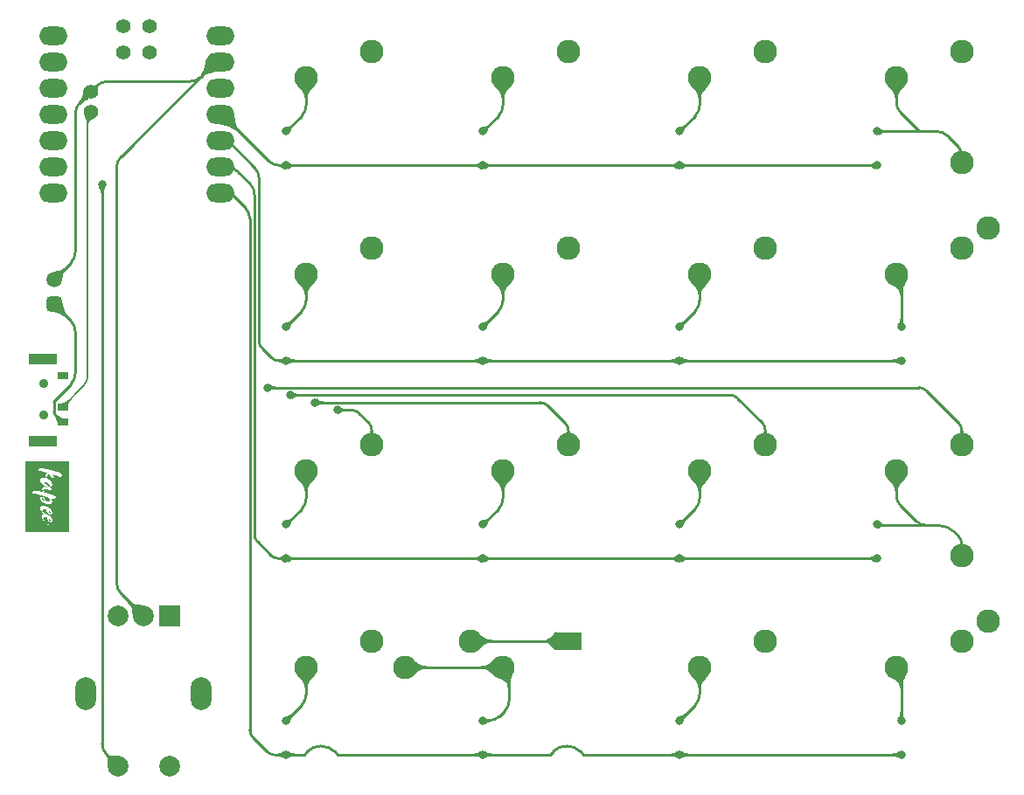
<source format=gbr>
%TF.GenerationSoftware,KiCad,Pcbnew,(7.0.0)*%
%TF.CreationDate,2023-06-29T20:35:03+03:00*%
%TF.ProjectId,kapeebar-a,6b617065-6562-4617-922d-612e6b696361,rev?*%
%TF.SameCoordinates,Original*%
%TF.FileFunction,Copper,L1,Top*%
%TF.FilePolarity,Positive*%
%FSLAX46Y46*%
G04 Gerber Fmt 4.6, Leading zero omitted, Abs format (unit mm)*
G04 Created by KiCad (PCBNEW (7.0.0)) date 2023-06-29 20:35:03*
%MOMM*%
%LPD*%
G01*
G04 APERTURE LIST*
G04 Aperture macros list*
%AMRoundRect*
0 Rectangle with rounded corners*
0 $1 Rounding radius*
0 $2 $3 $4 $5 $6 $7 $8 $9 X,Y pos of 4 corners*
0 Add a 4 corners polygon primitive as box body*
4,1,4,$2,$3,$4,$5,$6,$7,$8,$9,$2,$3,0*
0 Add four circle primitives for the rounded corners*
1,1,$1+$1,$2,$3*
1,1,$1+$1,$4,$5*
1,1,$1+$1,$6,$7*
1,1,$1+$1,$8,$9*
0 Add four rect primitives between the rounded corners*
20,1,$1+$1,$2,$3,$4,$5,0*
20,1,$1+$1,$4,$5,$6,$7,0*
20,1,$1+$1,$6,$7,$8,$9,0*
20,1,$1+$1,$8,$9,$2,$3,0*%
G04 Aperture macros list end*
%ADD10C,0.250000*%
%TA.AperFunction,ComponentPad*%
%ADD11O,2.750000X1.800000*%
%TD*%
%TA.AperFunction,ComponentPad*%
%ADD12C,1.397000*%
%TD*%
%TA.AperFunction,ComponentPad*%
%ADD13C,2.286000*%
%TD*%
%TA.AperFunction,ComponentPad*%
%ADD14R,2.500000X1.800000*%
%TD*%
%TA.AperFunction,ComponentPad*%
%ADD15RoundRect,0.375000X-0.375000X0.375000X-0.375000X-0.375000X0.375000X-0.375000X0.375000X0.375000X0*%
%TD*%
%TA.AperFunction,WasherPad*%
%ADD16C,0.900000*%
%TD*%
%TA.AperFunction,SMDPad,CuDef*%
%ADD17R,1.000000X0.700000*%
%TD*%
%TA.AperFunction,SMDPad,CuDef*%
%ADD18R,2.800000X1.000000*%
%TD*%
%TA.AperFunction,ComponentPad*%
%ADD19C,1.500000*%
%TD*%
%TA.AperFunction,WasherPad*%
%ADD20O,2.000000X3.200000*%
%TD*%
%TA.AperFunction,ComponentPad*%
%ADD21R,2.000000X2.000000*%
%TD*%
%TA.AperFunction,ComponentPad*%
%ADD22C,2.000000*%
%TD*%
%TA.AperFunction,ComponentPad*%
%ADD23C,0.800000*%
%TD*%
%TA.AperFunction,ViaPad*%
%ADD24C,0.800000*%
%TD*%
%TA.AperFunction,Conductor*%
%ADD25C,0.250000*%
%TD*%
%TA.AperFunction,Conductor*%
%ADD26C,0.200000*%
%TD*%
G04 APERTURE END LIST*
D10*
G36*
X135249448Y-98582203D02*
G01*
X135266835Y-98592232D01*
X135287260Y-98604790D01*
X135306229Y-98617372D01*
X135323744Y-98629978D01*
X135339803Y-98642607D01*
X135357154Y-98657794D01*
X135359859Y-98660354D01*
X135375566Y-98676794D01*
X135387974Y-98691912D01*
X135399762Y-98708317D01*
X135410929Y-98726010D01*
X135421476Y-98744992D01*
X135431404Y-98765261D01*
X135433968Y-98770672D01*
X135439097Y-98790214D01*
X135438242Y-98810690D01*
X135432299Y-98828455D01*
X135417238Y-98841953D01*
X135412925Y-98843587D01*
X135392470Y-98843709D01*
X135373762Y-98837068D01*
X135372106Y-98836270D01*
X135354761Y-98824459D01*
X135339855Y-98809995D01*
X135326061Y-98793683D01*
X135313679Y-98776985D01*
X135309805Y-98771573D01*
X135298597Y-98754881D01*
X135288006Y-98737501D01*
X135278034Y-98719435D01*
X135268681Y-98700682D01*
X135259945Y-98681241D01*
X135258566Y-98677975D01*
X135251330Y-98658398D01*
X135245880Y-98638854D01*
X135242217Y-98619345D01*
X135240339Y-98599871D01*
X135240406Y-98577194D01*
X135249448Y-98582203D01*
G37*
G36*
X135194852Y-97820074D02*
G01*
X135215177Y-97830023D01*
X135234434Y-97840049D01*
X135252623Y-97850150D01*
X135269743Y-97860328D01*
X135289640Y-97873158D01*
X135307867Y-97886107D01*
X135324425Y-97899176D01*
X135333826Y-97907393D01*
X135348941Y-97922196D01*
X135363364Y-97938382D01*
X135377096Y-97955951D01*
X135390136Y-97974903D01*
X135402484Y-97995240D01*
X135411864Y-98012504D01*
X135414429Y-98018023D01*
X135419558Y-98037698D01*
X135418703Y-98057934D01*
X135411819Y-98076724D01*
X135396233Y-98089197D01*
X135386371Y-98091578D01*
X135366830Y-98089978D01*
X135346896Y-98083335D01*
X135337076Y-98078319D01*
X135320521Y-98066572D01*
X135305183Y-98052537D01*
X135291405Y-98037717D01*
X135277042Y-98020320D01*
X135272856Y-98014958D01*
X135260617Y-97998277D01*
X135248859Y-97980703D01*
X135237582Y-97962236D01*
X135226785Y-97942876D01*
X135216470Y-97922623D01*
X135214817Y-97919178D01*
X135206001Y-97898731D01*
X135199075Y-97878661D01*
X135194037Y-97858969D01*
X135190889Y-97839654D01*
X135189603Y-97817599D01*
X135194852Y-97820074D01*
G37*
G36*
X134598879Y-96559260D02*
G01*
X134618075Y-96566587D01*
X134626379Y-96571121D01*
X134643720Y-96582478D01*
X134659695Y-96594920D01*
X134676418Y-96609699D01*
X134691348Y-96624228D01*
X134693918Y-96626845D01*
X134709557Y-96643446D01*
X134722878Y-96658460D01*
X134736462Y-96674548D01*
X134750308Y-96691710D01*
X134764416Y-96709944D01*
X134778787Y-96729253D01*
X134790411Y-96745319D01*
X134802081Y-96761767D01*
X134813797Y-96778597D01*
X134825559Y-96795809D01*
X134837367Y-96813402D01*
X134849220Y-96831377D01*
X134861119Y-96849733D01*
X134873064Y-96868471D01*
X134853072Y-96861542D01*
X134833699Y-96854494D01*
X134814947Y-96847326D01*
X134796815Y-96840040D01*
X134775875Y-96831138D01*
X134755828Y-96822065D01*
X134749449Y-96819029D01*
X134731434Y-96810127D01*
X134712544Y-96800133D01*
X134693760Y-96789226D01*
X134676205Y-96777613D01*
X134660780Y-96766574D01*
X134641523Y-96751710D01*
X134623762Y-96736678D01*
X134607497Y-96721477D01*
X134592728Y-96706109D01*
X134579455Y-96690573D01*
X134567678Y-96674869D01*
X134555060Y-96655003D01*
X134547176Y-96639593D01*
X134540129Y-96618681D01*
X134539157Y-96597627D01*
X134547607Y-96577973D01*
X134563365Y-96564633D01*
X134578363Y-96558527D01*
X134598879Y-96559260D01*
G37*
G36*
X137148713Y-99881732D02*
G01*
X132982344Y-99881732D01*
X132982344Y-96032183D01*
X133643057Y-96032183D01*
X133643068Y-96034404D01*
X133644385Y-96055660D01*
X133647896Y-96075200D01*
X133654293Y-96094710D01*
X133659107Y-96104006D01*
X133673662Y-96117550D01*
X133693860Y-96122065D01*
X133702952Y-96122674D01*
X133722934Y-96124612D01*
X133745313Y-96127513D01*
X133770089Y-96131375D01*
X133790243Y-96134902D01*
X133811745Y-96138971D01*
X133834596Y-96143581D01*
X133858795Y-96148731D01*
X133884341Y-96154423D01*
X133911236Y-96160655D01*
X133920434Y-96162839D01*
X133948491Y-96169585D01*
X133967582Y-96174245D01*
X133986982Y-96179034D01*
X134006691Y-96183954D01*
X134026710Y-96189003D01*
X134047037Y-96194181D01*
X134067674Y-96199490D01*
X134088619Y-96204928D01*
X134109874Y-96210496D01*
X134131438Y-96216194D01*
X134153311Y-96222021D01*
X134175494Y-96227978D01*
X134197985Y-96234065D01*
X134220785Y-96240282D01*
X134243895Y-96246629D01*
X134267235Y-96253080D01*
X134290728Y-96259612D01*
X134314374Y-96266223D01*
X134338173Y-96272915D01*
X134362124Y-96279687D01*
X134386227Y-96286539D01*
X134410484Y-96293472D01*
X134434893Y-96300484D01*
X134459454Y-96307577D01*
X134484169Y-96314750D01*
X134509036Y-96322002D01*
X134534055Y-96329335D01*
X134559228Y-96336749D01*
X134584553Y-96344242D01*
X134610030Y-96351815D01*
X134635660Y-96359469D01*
X134661361Y-96367220D01*
X134686929Y-96374963D01*
X134712362Y-96382699D01*
X134737662Y-96390427D01*
X134762829Y-96398147D01*
X134787862Y-96405860D01*
X134812761Y-96413565D01*
X134837527Y-96421262D01*
X134862159Y-96428952D01*
X134886658Y-96436634D01*
X134911023Y-96444309D01*
X134935255Y-96451976D01*
X134959353Y-96459635D01*
X134983317Y-96467287D01*
X135007148Y-96474931D01*
X135030845Y-96482567D01*
X135041135Y-96487009D01*
X135061171Y-96495985D01*
X135080481Y-96505083D01*
X135099066Y-96514304D01*
X135116927Y-96523646D01*
X135134062Y-96533110D01*
X135158405Y-96547536D01*
X135181117Y-96562236D01*
X135202197Y-96577211D01*
X135221646Y-96592461D01*
X135239463Y-96607986D01*
X135255649Y-96623785D01*
X135270203Y-96639860D01*
X135274681Y-96645289D01*
X135286888Y-96661513D01*
X135300306Y-96682999D01*
X135310458Y-96704317D01*
X135317342Y-96725467D01*
X135320960Y-96746449D01*
X135321311Y-96767263D01*
X135318395Y-96787909D01*
X135312213Y-96808387D01*
X135303504Y-96829079D01*
X135292765Y-96847436D01*
X135279996Y-96863456D01*
X135265196Y-96877142D01*
X135248366Y-96888491D01*
X135229506Y-96897505D01*
X135208616Y-96904184D01*
X135185695Y-96908527D01*
X135179698Y-96909313D01*
X135155430Y-96911706D01*
X135130719Y-96912893D01*
X135105566Y-96912874D01*
X135079970Y-96911649D01*
X135060483Y-96909939D01*
X135040746Y-96907550D01*
X135020761Y-96904483D01*
X135000526Y-96900738D01*
X134980043Y-96896315D01*
X134972637Y-96883490D01*
X134961465Y-96864475D01*
X134950215Y-96845726D01*
X134938887Y-96827243D01*
X134927483Y-96809026D01*
X134916001Y-96791076D01*
X134904442Y-96773392D01*
X134892806Y-96755974D01*
X134881092Y-96738822D01*
X134869301Y-96721936D01*
X134857433Y-96705317D01*
X134853465Y-96699878D01*
X134841580Y-96683869D01*
X134825773Y-96663246D01*
X134810012Y-96643447D01*
X134794296Y-96624472D01*
X134778626Y-96606322D01*
X134763003Y-96588996D01*
X134747424Y-96572494D01*
X134731892Y-96556817D01*
X134716421Y-96542147D01*
X134701026Y-96528424D01*
X134685707Y-96515647D01*
X134666666Y-96501007D01*
X134647745Y-96487845D01*
X134628942Y-96476163D01*
X134610259Y-96465959D01*
X134599228Y-96460615D01*
X134581072Y-96453197D01*
X134559663Y-96446751D01*
X134538665Y-96442985D01*
X134518080Y-96441897D01*
X134497907Y-96443488D01*
X134494932Y-96443970D01*
X134475010Y-96450388D01*
X134456677Y-96462136D01*
X134442229Y-96476447D01*
X134428948Y-96494674D01*
X134418773Y-96512853D01*
X134415090Y-96520711D01*
X134407319Y-96540723D01*
X134401599Y-96561259D01*
X134397931Y-96582320D01*
X134396784Y-96597627D01*
X134396314Y-96603906D01*
X134396748Y-96626017D01*
X134399233Y-96648652D01*
X134404072Y-96673458D01*
X134410285Y-96697806D01*
X134417872Y-96721696D01*
X134426833Y-96745128D01*
X134437167Y-96768102D01*
X134448876Y-96790619D01*
X134461958Y-96812677D01*
X134476414Y-96834277D01*
X134484154Y-96844894D01*
X134496163Y-96860562D01*
X134508654Y-96875920D01*
X134521626Y-96890970D01*
X134535078Y-96905710D01*
X134549011Y-96920142D01*
X134563426Y-96934264D01*
X134578321Y-96948077D01*
X134593696Y-96961581D01*
X134609553Y-96974776D01*
X134625891Y-96987661D01*
X134637086Y-96996134D01*
X134654186Y-97008556D01*
X134671656Y-97020634D01*
X134689494Y-97032369D01*
X134707703Y-97043761D01*
X134726280Y-97054809D01*
X134745226Y-97065514D01*
X134764542Y-97075875D01*
X134784227Y-97085893D01*
X134804281Y-97095567D01*
X134824704Y-97104898D01*
X134838514Y-97110974D01*
X134859263Y-97119743D01*
X134880056Y-97128101D01*
X134900891Y-97136047D01*
X134921770Y-97143580D01*
X134942691Y-97150701D01*
X134963656Y-97157410D01*
X134984663Y-97163707D01*
X135005713Y-97169592D01*
X135026806Y-97175064D01*
X135047942Y-97180125D01*
X135058075Y-97199451D01*
X135068077Y-97218837D01*
X135077950Y-97238285D01*
X135087693Y-97257794D01*
X135097306Y-97277364D01*
X135106790Y-97296995D01*
X135116143Y-97316687D01*
X135125367Y-97336440D01*
X135134462Y-97356254D01*
X135143426Y-97376130D01*
X135152261Y-97396066D01*
X135160966Y-97416063D01*
X135169541Y-97436122D01*
X135177986Y-97456241D01*
X135186302Y-97476422D01*
X135192136Y-97490850D01*
X135172677Y-97479805D01*
X135153081Y-97469095D01*
X135133545Y-97458831D01*
X135114069Y-97449013D01*
X135094653Y-97439642D01*
X135075298Y-97430718D01*
X135062299Y-97425037D01*
X135042143Y-97416738D01*
X135021198Y-97408706D01*
X134999462Y-97400939D01*
X134976936Y-97393439D01*
X134953621Y-97386204D01*
X134929515Y-97379236D01*
X134904619Y-97372534D01*
X134878934Y-97366099D01*
X134852458Y-97359929D01*
X134825193Y-97354026D01*
X134818656Y-97352682D01*
X134799379Y-97349011D01*
X134774451Y-97344958D01*
X134750409Y-97341867D01*
X134727251Y-97339738D01*
X134704980Y-97338570D01*
X134683593Y-97338364D01*
X134663092Y-97339119D01*
X134643476Y-97340837D01*
X134620130Y-97344142D01*
X134598024Y-97348259D01*
X134577159Y-97353187D01*
X134557533Y-97358926D01*
X134535620Y-97366883D01*
X134515493Y-97376008D01*
X134499989Y-97384430D01*
X134482770Y-97395008D01*
X134464591Y-97408002D01*
X134448469Y-97421696D01*
X134434404Y-97436091D01*
X134425546Y-97446693D01*
X134413257Y-97463310D01*
X134402206Y-97481492D01*
X134393372Y-97501060D01*
X134393372Y-97521607D01*
X134393372Y-97542215D01*
X134393372Y-97562884D01*
X134393372Y-97583614D01*
X134393494Y-97592168D01*
X134394867Y-97613604D01*
X134397768Y-97635111D01*
X134402195Y-97656690D01*
X134408148Y-97678340D01*
X134415628Y-97700062D01*
X134424635Y-97721855D01*
X134432908Y-97739410D01*
X134441854Y-97756904D01*
X134451471Y-97774337D01*
X134461759Y-97791709D01*
X134472720Y-97809020D01*
X134484352Y-97826269D01*
X134496656Y-97843458D01*
X134509631Y-97860585D01*
X134523316Y-97877751D01*
X134537505Y-97894810D01*
X134552198Y-97911762D01*
X134567395Y-97928607D01*
X134583095Y-97945345D01*
X134599299Y-97961977D01*
X134616006Y-97978501D01*
X134633218Y-97994919D01*
X134650742Y-98011306D01*
X134668389Y-98027495D01*
X134686158Y-98043485D01*
X134704048Y-98059277D01*
X134722061Y-98074870D01*
X134740196Y-98090265D01*
X134758453Y-98105462D01*
X134776833Y-98120460D01*
X134764733Y-98122152D01*
X134741576Y-98126533D01*
X134719808Y-98132243D01*
X134699429Y-98139280D01*
X134680439Y-98147645D01*
X134662838Y-98157339D01*
X134642791Y-98171323D01*
X134624914Y-98187382D01*
X134615274Y-98197633D01*
X134600734Y-98214280D01*
X134588102Y-98230377D01*
X134575462Y-98248970D01*
X134565570Y-98266773D01*
X134557503Y-98286545D01*
X134555799Y-98292809D01*
X134551488Y-98312038D01*
X134548380Y-98331919D01*
X134546474Y-98352452D01*
X134545769Y-98373639D01*
X134546268Y-98395477D01*
X134546924Y-98406664D01*
X134548882Y-98429115D01*
X134551699Y-98451670D01*
X134555374Y-98474327D01*
X134559907Y-98497088D01*
X134564341Y-98516133D01*
X134566334Y-98523764D01*
X134571648Y-98542824D01*
X134577439Y-98561860D01*
X134583707Y-98580872D01*
X134590453Y-98599861D01*
X134597675Y-98618825D01*
X134605374Y-98637766D01*
X134610184Y-98649008D01*
X134618411Y-98667228D01*
X134628629Y-98688242D01*
X134639225Y-98708329D01*
X134650199Y-98727489D01*
X134661550Y-98745721D01*
X134674464Y-98764788D01*
X134687806Y-98783640D01*
X134701575Y-98802279D01*
X134715772Y-98820704D01*
X134730396Y-98838915D01*
X134745448Y-98856913D01*
X134760926Y-98874697D01*
X134776833Y-98892267D01*
X134793067Y-98909563D01*
X134809531Y-98926522D01*
X134826223Y-98943146D01*
X134843145Y-98959434D01*
X134860295Y-98975386D01*
X134877675Y-98991002D01*
X134895283Y-99006283D01*
X134913120Y-99021227D01*
X134930981Y-99035829D01*
X134948658Y-99050079D01*
X134966152Y-99063978D01*
X134983462Y-99077525D01*
X135000590Y-99090722D01*
X135017534Y-99103568D01*
X135034295Y-99116062D01*
X135050873Y-99128206D01*
X135059105Y-99134186D01*
X135075133Y-99145757D01*
X135094353Y-99159491D01*
X135112667Y-99172414D01*
X135130074Y-99184526D01*
X135146574Y-99195827D01*
X135165179Y-99208317D01*
X135181393Y-99216947D01*
X135201327Y-99221018D01*
X135212843Y-99220675D01*
X135231124Y-99213202D01*
X135235124Y-99208348D01*
X135236498Y-99188290D01*
X135232368Y-99178956D01*
X135219580Y-99163564D01*
X135204258Y-99150188D01*
X135195122Y-99143814D01*
X135178755Y-99132337D01*
X135162677Y-99121014D01*
X135144380Y-99108094D01*
X135128146Y-99096607D01*
X135110491Y-99084097D01*
X135091418Y-99070564D01*
X135081581Y-99063449D01*
X135061874Y-99048657D01*
X135042121Y-99033117D01*
X135022322Y-99016829D01*
X135007442Y-99004122D01*
X134992537Y-98990995D01*
X134977607Y-98977446D01*
X134962650Y-98963477D01*
X134947668Y-98949088D01*
X134932660Y-98934277D01*
X134922734Y-98924200D01*
X134908173Y-98908849D01*
X134894008Y-98893214D01*
X134880238Y-98877295D01*
X134866863Y-98861094D01*
X134853883Y-98844609D01*
X134841298Y-98827841D01*
X134829107Y-98810789D01*
X134817312Y-98793454D01*
X134805912Y-98775835D01*
X134794907Y-98757934D01*
X134787927Y-98745920D01*
X134778301Y-98727728D01*
X134769689Y-98709329D01*
X134762089Y-98690725D01*
X134755504Y-98671914D01*
X134749931Y-98652898D01*
X134745371Y-98633675D01*
X134741825Y-98614246D01*
X134739292Y-98594611D01*
X134737772Y-98574771D01*
X134737265Y-98554724D01*
X134738742Y-98532043D01*
X134743173Y-98511630D01*
X134750558Y-98493484D01*
X134762906Y-98475178D01*
X134779275Y-98459957D01*
X134790335Y-98452890D01*
X134808556Y-98444635D01*
X134828734Y-98439197D01*
X134850871Y-98436575D01*
X134870813Y-98436542D01*
X134892115Y-98438464D01*
X134898806Y-98439388D01*
X134918196Y-98442265D01*
X134942460Y-98446341D01*
X134964907Y-98450691D01*
X134985538Y-98455317D01*
X135008772Y-98461485D01*
X135029168Y-98468082D01*
X135049896Y-98476566D01*
X135050888Y-98500111D01*
X135052764Y-98522934D01*
X135055525Y-98545036D01*
X135059170Y-98566417D01*
X135063699Y-98587076D01*
X135067173Y-98599871D01*
X135069113Y-98607014D01*
X135075412Y-98626231D01*
X135082594Y-98644727D01*
X135093547Y-98668266D01*
X135106072Y-98690523D01*
X135116008Y-98706560D01*
X135129110Y-98727114D01*
X135142043Y-98746722D01*
X135154809Y-98765384D01*
X135167406Y-98783099D01*
X135179836Y-98799868D01*
X135192098Y-98815690D01*
X135207189Y-98834137D01*
X135222026Y-98850257D01*
X135238208Y-98864912D01*
X135255732Y-98878101D01*
X135274600Y-98889825D01*
X135277075Y-98891186D01*
X135294536Y-98899991D01*
X135314778Y-98908509D01*
X135335325Y-98915379D01*
X135356177Y-98920599D01*
X135377212Y-98923897D01*
X135397820Y-98924996D01*
X135418001Y-98923897D01*
X135437754Y-98920599D01*
X135449844Y-98917682D01*
X135470225Y-98910809D01*
X135488828Y-98901848D01*
X135505653Y-98890802D01*
X135520003Y-98875964D01*
X135530855Y-98858273D01*
X135538892Y-98839611D01*
X135545762Y-98817721D01*
X135550594Y-98797012D01*
X135551452Y-98792631D01*
X135554910Y-98770268D01*
X135556985Y-98747141D01*
X135557677Y-98723251D01*
X135557234Y-98703590D01*
X135555906Y-98683440D01*
X135553693Y-98662801D01*
X135550594Y-98641674D01*
X135546327Y-98617555D01*
X135540611Y-98593802D01*
X135533444Y-98570416D01*
X135524826Y-98547396D01*
X135514759Y-98524743D01*
X135503242Y-98502456D01*
X135490274Y-98480535D01*
X135475856Y-98458980D01*
X135460499Y-98438105D01*
X135444471Y-98417978D01*
X135427770Y-98398599D01*
X135410399Y-98379968D01*
X135392355Y-98362085D01*
X135373640Y-98344950D01*
X135354253Y-98328562D01*
X135334195Y-98312923D01*
X135322901Y-98304472D01*
X135305966Y-98292160D01*
X135289041Y-98280286D01*
X135272123Y-98268850D01*
X135255215Y-98257852D01*
X135238315Y-98247292D01*
X135221423Y-98237170D01*
X135198915Y-98224355D01*
X135176422Y-98212318D01*
X135153944Y-98201060D01*
X135148288Y-98198359D01*
X135124902Y-98187891D01*
X135106561Y-98180391D01*
X135087533Y-98173191D01*
X135067818Y-98166292D01*
X135047416Y-98159693D01*
X135026327Y-98153394D01*
X135004551Y-98147397D01*
X134982088Y-98141699D01*
X134958939Y-98136303D01*
X134935102Y-98131206D01*
X134932171Y-98130230D01*
X134924489Y-98124482D01*
X134905384Y-98110047D01*
X134886421Y-98095517D01*
X134867602Y-98080891D01*
X134848926Y-98066169D01*
X134830394Y-98051352D01*
X134812004Y-98036440D01*
X134804732Y-98030462D01*
X134787036Y-98015567D01*
X134770032Y-98000743D01*
X134753720Y-97985990D01*
X134738099Y-97971309D01*
X134723170Y-97956700D01*
X134708933Y-97942163D01*
X134706203Y-97939297D01*
X134690541Y-97922284D01*
X134676115Y-97905580D01*
X134662926Y-97889185D01*
X134650973Y-97873100D01*
X134638591Y-97854724D01*
X134628313Y-97836839D01*
X134619658Y-97817085D01*
X134614300Y-97798065D01*
X134612213Y-97777543D01*
X134613251Y-97758662D01*
X134617235Y-97738145D01*
X134625660Y-97717161D01*
X134638152Y-97699357D01*
X134654711Y-97684731D01*
X134669027Y-97676478D01*
X134688536Y-97668967D01*
X134710587Y-97664067D01*
X134730904Y-97661978D01*
X134752986Y-97661701D01*
X134776833Y-97663237D01*
X134780575Y-97663700D01*
X134802488Y-97666677D01*
X134823474Y-97669997D01*
X134843533Y-97673660D01*
X134862664Y-97677668D01*
X134883811Y-97682777D01*
X134895199Y-97685921D01*
X134915960Y-97692027D01*
X134936104Y-97698605D01*
X134956107Y-97706224D01*
X134956178Y-97714068D01*
X134957237Y-97737212D01*
X134959566Y-97759772D01*
X134963167Y-97781748D01*
X134968039Y-97803141D01*
X134972307Y-97817599D01*
X134974181Y-97823949D01*
X134976480Y-97830811D01*
X134983859Y-97850938D01*
X134991959Y-97870378D01*
X135000781Y-97889131D01*
X135010323Y-97907198D01*
X135020587Y-97924577D01*
X135029501Y-97938688D01*
X135040354Y-97954991D01*
X135053234Y-97973143D01*
X135066347Y-97990360D01*
X135079694Y-98006643D01*
X135092901Y-98022227D01*
X135107364Y-98038950D01*
X135121157Y-98054513D01*
X135135870Y-98070634D01*
X135144495Y-98079816D01*
X135160543Y-98094820D01*
X135177807Y-98108467D01*
X135196286Y-98120759D01*
X135215981Y-98131695D01*
X135227606Y-98137328D01*
X135248059Y-98146083D01*
X135268652Y-98153436D01*
X135289385Y-98159387D01*
X135310259Y-98163935D01*
X135322181Y-98165897D01*
X135342825Y-98168191D01*
X135363187Y-98169036D01*
X135383270Y-98168431D01*
X135403071Y-98166377D01*
X135425053Y-98162378D01*
X135445570Y-98156241D01*
X135464621Y-98147968D01*
X135482206Y-98137557D01*
X135486702Y-98134498D01*
X135501114Y-98120817D01*
X135513469Y-98102508D01*
X135522422Y-98083131D01*
X135528729Y-98064386D01*
X135533986Y-98043279D01*
X135538143Y-98020846D01*
X135540845Y-97997817D01*
X135542093Y-97974192D01*
X135541885Y-97949971D01*
X135540672Y-97930164D01*
X135538527Y-97909976D01*
X135535451Y-97889406D01*
X135532810Y-97876992D01*
X135526338Y-97852415D01*
X135518278Y-97828174D01*
X135508630Y-97804268D01*
X135500353Y-97786560D01*
X135491182Y-97769040D01*
X135481118Y-97751709D01*
X135470162Y-97734568D01*
X135458312Y-97717615D01*
X135445570Y-97700851D01*
X135436699Y-97689839D01*
X135423099Y-97673700D01*
X135409147Y-97658017D01*
X135394843Y-97642788D01*
X135380187Y-97628015D01*
X135365179Y-97613696D01*
X135349819Y-97599833D01*
X135334107Y-97586425D01*
X135318042Y-97573472D01*
X135301626Y-97560974D01*
X135284858Y-97548932D01*
X135271560Y-97540055D01*
X135251663Y-97527112D01*
X135250165Y-97526168D01*
X135252129Y-97515226D01*
X135252335Y-97510158D01*
X135250253Y-97490065D01*
X135244802Y-97471262D01*
X135241615Y-97462710D01*
X135233549Y-97441296D01*
X135225339Y-97419834D01*
X135216986Y-97398324D01*
X135208490Y-97376767D01*
X135199851Y-97355162D01*
X135191069Y-97333509D01*
X135187577Y-97324898D01*
X135178747Y-97303353D01*
X135169774Y-97281783D01*
X135160658Y-97260190D01*
X135151398Y-97238573D01*
X135141996Y-97216933D01*
X135132450Y-97195268D01*
X135139442Y-97196611D01*
X135159317Y-97199176D01*
X135166577Y-97199648D01*
X135186184Y-97200153D01*
X135199047Y-97201364D01*
X135223914Y-97202998D01*
X135247636Y-97203578D01*
X135270213Y-97203105D01*
X135291645Y-97201578D01*
X135311933Y-97198998D01*
X135335682Y-97194292D01*
X135357642Y-97187941D01*
X135374190Y-97181911D01*
X135393672Y-97173558D01*
X135411818Y-97164299D01*
X135431831Y-97151991D01*
X135449920Y-97138378D01*
X135466086Y-97123461D01*
X135468628Y-97120889D01*
X135482939Y-97105158D01*
X135495636Y-97088912D01*
X135506719Y-97072151D01*
X135516187Y-97054875D01*
X135525193Y-97034068D01*
X135528557Y-97025135D01*
X135535506Y-97004625D01*
X135541193Y-96984583D01*
X135545618Y-96965008D01*
X135549129Y-96943209D01*
X135550630Y-96922611D01*
X135550920Y-96902400D01*
X135550000Y-96882575D01*
X135546890Y-96856742D01*
X135541627Y-96831596D01*
X135534212Y-96807138D01*
X135524645Y-96783366D01*
X135512925Y-96760281D01*
X135502723Y-96743419D01*
X135495403Y-96732390D01*
X135483994Y-96716161D01*
X135472070Y-96700310D01*
X135459631Y-96684837D01*
X135446676Y-96669741D01*
X135433207Y-96655024D01*
X135419222Y-96640684D01*
X135404722Y-96626722D01*
X135389707Y-96613138D01*
X135374176Y-96599932D01*
X135358131Y-96587103D01*
X135375436Y-96593167D01*
X135397921Y-96601025D01*
X135419735Y-96608623D01*
X135440878Y-96615962D01*
X135461348Y-96623041D01*
X135481147Y-96629860D01*
X135500274Y-96636421D01*
X135523239Y-96644256D01*
X135536445Y-96648754D01*
X135557311Y-96655888D01*
X135576745Y-96662569D01*
X135598178Y-96669988D01*
X135617549Y-96676754D01*
X135637545Y-96683823D01*
X135658641Y-96690693D01*
X135679921Y-96695181D01*
X135701384Y-96697287D01*
X135723030Y-96697012D01*
X135744553Y-96694204D01*
X135765161Y-96688708D01*
X135784854Y-96680526D01*
X135803630Y-96669657D01*
X135812613Y-96663330D01*
X135827490Y-96650604D01*
X135841291Y-96635774D01*
X135854017Y-96618841D01*
X135865667Y-96599804D01*
X135870233Y-96591110D01*
X135878178Y-96572666D01*
X135884544Y-96552813D01*
X135889329Y-96531553D01*
X135892535Y-96508884D01*
X135894000Y-96488918D01*
X135893053Y-96476041D01*
X135888084Y-96456985D01*
X135878856Y-96438237D01*
X135865370Y-96419799D01*
X135850877Y-96404670D01*
X135833427Y-96389755D01*
X135817948Y-96378192D01*
X135801798Y-96366949D01*
X135784976Y-96356027D01*
X135767482Y-96345425D01*
X135749316Y-96335144D01*
X135730479Y-96325183D01*
X135710970Y-96315543D01*
X135690790Y-96306224D01*
X135670388Y-96297225D01*
X135649970Y-96288547D01*
X135629538Y-96280189D01*
X135609090Y-96272152D01*
X135588627Y-96264436D01*
X135568149Y-96257040D01*
X135547656Y-96249964D01*
X135527147Y-96243209D01*
X135507409Y-96236851D01*
X135484583Y-96229569D01*
X135463808Y-96223027D01*
X135445084Y-96217224D01*
X135425323Y-96211236D01*
X135406002Y-96205596D01*
X135383108Y-96199114D01*
X135360222Y-96192613D01*
X135337343Y-96186093D01*
X135314472Y-96179553D01*
X135291609Y-96172995D01*
X135268753Y-96166418D01*
X135245905Y-96159821D01*
X135223064Y-96153206D01*
X135200232Y-96146571D01*
X135177406Y-96139917D01*
X135154589Y-96133245D01*
X135131779Y-96126553D01*
X135108976Y-96119842D01*
X135086182Y-96113112D01*
X135063395Y-96106363D01*
X135040615Y-96099594D01*
X135025673Y-96095165D01*
X135012358Y-96086448D01*
X134995959Y-96075495D01*
X134979603Y-96064352D01*
X134963289Y-96053020D01*
X134947019Y-96041500D01*
X134930792Y-96029791D01*
X134914607Y-96017892D01*
X134898466Y-96005805D01*
X134893119Y-96001770D01*
X134877392Y-95989594D01*
X134857158Y-95973199D01*
X134837764Y-95956621D01*
X134819209Y-95939860D01*
X134801494Y-95922915D01*
X134784618Y-95905788D01*
X134768582Y-95888477D01*
X134753385Y-95870983D01*
X134746272Y-95862297D01*
X134733693Y-95845200D01*
X134723313Y-95828470D01*
X134713429Y-95808072D01*
X134706979Y-95788246D01*
X134703774Y-95765211D01*
X134705514Y-95743000D01*
X134709945Y-95730966D01*
X134726168Y-95718631D01*
X134746547Y-95713202D01*
X134756355Y-95711897D01*
X134777665Y-95710248D01*
X134798164Y-95709858D01*
X134820394Y-95710449D01*
X134840824Y-95711737D01*
X134854998Y-95713050D01*
X134876745Y-95715362D01*
X134899076Y-95718087D01*
X134921991Y-95721224D01*
X134941533Y-95724153D01*
X134961480Y-95727368D01*
X134977608Y-95730116D01*
X134997446Y-95733723D01*
X135016925Y-95737520D01*
X135039829Y-95742328D01*
X135062217Y-95747412D01*
X135084090Y-95752770D01*
X135105208Y-95758380D01*
X135125329Y-95763852D01*
X135144455Y-95769187D01*
X135165509Y-95775238D01*
X135185207Y-95781102D01*
X135200543Y-95785756D01*
X135220988Y-95792215D01*
X135240406Y-95799176D01*
X135257473Y-95805871D01*
X135279188Y-95813114D01*
X135299712Y-95818434D01*
X135323693Y-95822379D01*
X135345813Y-95823319D01*
X135366072Y-95821253D01*
X135387928Y-95814807D01*
X135407208Y-95805402D01*
X135424015Y-95794039D01*
X135440498Y-95778308D01*
X135453614Y-95759912D01*
X135462178Y-95742023D01*
X135464525Y-95735764D01*
X135469689Y-95716622D01*
X135472036Y-95696930D01*
X135471566Y-95676688D01*
X135468280Y-95655897D01*
X135462178Y-95634556D01*
X135459604Y-95627481D01*
X135450302Y-95607812D01*
X135438630Y-95590478D01*
X135424588Y-95575480D01*
X135408176Y-95562817D01*
X135389394Y-95552491D01*
X135383903Y-95549774D01*
X135361425Y-95538318D01*
X135344026Y-95529104D01*
X135326163Y-95519358D01*
X135307836Y-95509080D01*
X135289045Y-95498270D01*
X135269791Y-95486927D01*
X135250073Y-95475051D01*
X135229892Y-95462643D01*
X135209247Y-95449703D01*
X135188138Y-95436231D01*
X135173975Y-95427047D01*
X135152975Y-95413178D01*
X135132267Y-95399198D01*
X135111851Y-95385105D01*
X135091727Y-95370902D01*
X135071894Y-95356586D01*
X135052354Y-95342159D01*
X135033106Y-95327621D01*
X135014149Y-95312970D01*
X134995485Y-95298208D01*
X134977112Y-95283335D01*
X134965121Y-95273474D01*
X134947736Y-95258796D01*
X134931072Y-95244256D01*
X134915130Y-95229853D01*
X134899908Y-95215588D01*
X134885408Y-95201460D01*
X134871630Y-95187470D01*
X134854380Y-95169029D01*
X134838412Y-95150833D01*
X134823727Y-95132881D01*
X134817036Y-95124176D01*
X134805632Y-95107659D01*
X134795092Y-95088688D01*
X134787891Y-95068377D01*
X134786999Y-95048068D01*
X134795884Y-95029322D01*
X134805393Y-95021878D01*
X134825542Y-95016854D01*
X134846198Y-95017599D01*
X134848477Y-95017907D01*
X134867998Y-95020986D01*
X134887605Y-95025040D01*
X134908235Y-95030788D01*
X134916641Y-95033360D01*
X134937471Y-95040391D01*
X134958038Y-95048282D01*
X134978343Y-95057031D01*
X134998386Y-95066638D01*
X135018166Y-95077104D01*
X135037684Y-95088429D01*
X135045416Y-95093180D01*
X135064545Y-95105493D01*
X135083388Y-95118425D01*
X135101945Y-95131978D01*
X135120215Y-95146151D01*
X135138200Y-95160943D01*
X135155898Y-95176357D01*
X135173145Y-95192122D01*
X135188985Y-95207543D01*
X135203416Y-95222621D01*
X135218473Y-95239779D01*
X135231613Y-95256468D01*
X135243330Y-95272834D01*
X135255062Y-95290793D01*
X135265022Y-95307959D01*
X135274111Y-95326322D01*
X135281384Y-95343718D01*
X135288384Y-95363721D01*
X135293651Y-95383963D01*
X135295832Y-95393569D01*
X135300439Y-95413674D01*
X135304886Y-95432812D01*
X135305476Y-95435496D01*
X135313116Y-95454639D01*
X135325947Y-95469629D01*
X135343967Y-95480467D01*
X135363993Y-95486545D01*
X135370299Y-95487802D01*
X135391680Y-95490851D01*
X135411986Y-95491796D01*
X135433877Y-95490300D01*
X135454362Y-95486056D01*
X135456787Y-95485141D01*
X135474915Y-95475615D01*
X135490783Y-95462182D01*
X135504392Y-95444840D01*
X135514446Y-95426461D01*
X135519522Y-95415203D01*
X135526972Y-95395391D01*
X135532598Y-95375439D01*
X135536402Y-95355347D01*
X135538382Y-95335114D01*
X135539313Y-95311331D01*
X135539176Y-95287121D01*
X135537970Y-95262483D01*
X135535695Y-95237417D01*
X135532352Y-95211924D01*
X135529144Y-95192524D01*
X135525334Y-95172884D01*
X135520923Y-95153003D01*
X135515912Y-95132881D01*
X135512187Y-95119444D01*
X135505684Y-95099503D01*
X135498082Y-95079820D01*
X135489381Y-95060394D01*
X135479581Y-95041225D01*
X135468681Y-95022315D01*
X135456683Y-95003662D01*
X135443585Y-94985266D01*
X135429389Y-94967128D01*
X135414093Y-94949248D01*
X135397698Y-94931625D01*
X135382570Y-94915648D01*
X135367351Y-94900080D01*
X135352040Y-94884919D01*
X135336637Y-94870168D01*
X135321143Y-94855824D01*
X135305557Y-94841889D01*
X135289880Y-94828362D01*
X135274111Y-94815243D01*
X135258251Y-94802533D01*
X135242299Y-94790231D01*
X135226255Y-94778338D01*
X135210120Y-94766853D01*
X135193893Y-94755776D01*
X135169381Y-94739927D01*
X135144662Y-94724996D01*
X135128153Y-94715581D01*
X135103532Y-94702103D01*
X135079083Y-94689397D01*
X135054806Y-94677465D01*
X135030700Y-94666305D01*
X135006766Y-94655918D01*
X134983004Y-94646304D01*
X134959414Y-94637462D01*
X134935995Y-94629394D01*
X134912748Y-94622098D01*
X134889673Y-94615575D01*
X134866968Y-94609886D01*
X134844650Y-94604910D01*
X134822718Y-94600647D01*
X134801173Y-94597096D01*
X134780014Y-94594259D01*
X134759242Y-94592133D01*
X134738855Y-94590721D01*
X134718856Y-94590021D01*
X134692790Y-94590197D01*
X134667412Y-94591639D01*
X134655114Y-94592799D01*
X134631468Y-94595852D01*
X134609089Y-94599882D01*
X134587978Y-94604889D01*
X134568133Y-94610873D01*
X134549555Y-94617834D01*
X134528115Y-94627909D01*
X134508654Y-94639511D01*
X134501380Y-94643579D01*
X134484197Y-94654618D01*
X134468446Y-94666896D01*
X134454125Y-94680416D01*
X134441235Y-94695175D01*
X134429777Y-94711175D01*
X134419750Y-94728415D01*
X134416201Y-94735653D01*
X134408329Y-94754031D01*
X134401889Y-94772814D01*
X134396881Y-94792003D01*
X134393303Y-94811597D01*
X134391156Y-94831597D01*
X134390441Y-94852002D01*
X134390546Y-94860266D01*
X134391726Y-94881110D01*
X134394219Y-94902217D01*
X134398023Y-94923586D01*
X134403139Y-94945217D01*
X134409567Y-94967111D01*
X134417307Y-94989267D01*
X134422577Y-95002679D01*
X134432389Y-95024804D01*
X134441167Y-95042298D01*
X134450769Y-95059608D01*
X134461195Y-95076736D01*
X134472445Y-95093680D01*
X134484520Y-95110441D01*
X134497419Y-95127019D01*
X134513493Y-95146101D01*
X134530697Y-95164999D01*
X134544341Y-95179053D01*
X134558621Y-95193003D01*
X134573536Y-95206851D01*
X134589086Y-95220595D01*
X134605272Y-95234236D01*
X134622093Y-95247775D01*
X134639550Y-95261210D01*
X134657642Y-95274542D01*
X134669992Y-95283402D01*
X134688573Y-95296483D01*
X134707224Y-95309316D01*
X134725942Y-95321900D01*
X134744730Y-95334235D01*
X134763586Y-95346320D01*
X134782511Y-95358157D01*
X134801505Y-95369745D01*
X134820568Y-95381084D01*
X134839699Y-95392173D01*
X134858898Y-95403014D01*
X134871757Y-95410164D01*
X134890953Y-95420681D01*
X134910037Y-95430949D01*
X134929009Y-95440968D01*
X134947870Y-95450739D01*
X134966619Y-95460260D01*
X134985256Y-95469532D01*
X135003782Y-95478555D01*
X135022196Y-95487329D01*
X135040498Y-95495854D01*
X135058689Y-95504130D01*
X135070691Y-95509544D01*
X135093803Y-95519878D01*
X135115724Y-95529556D01*
X135136454Y-95538578D01*
X135155993Y-95546944D01*
X135174342Y-95554652D01*
X135195603Y-95563366D01*
X135215004Y-95571053D01*
X135207124Y-95568393D01*
X135183810Y-95560741D01*
X135160985Y-95553579D01*
X135138650Y-95546905D01*
X135116804Y-95540722D01*
X135095448Y-95535027D01*
X135074581Y-95529822D01*
X135054203Y-95525107D01*
X135034315Y-95520881D01*
X135014916Y-95517144D01*
X134989813Y-95512923D01*
X134977652Y-95511156D01*
X134954006Y-95508012D01*
X134931261Y-95505386D01*
X134909417Y-95503279D01*
X134888473Y-95501692D01*
X134868430Y-95500623D01*
X134844642Y-95500017D01*
X134822262Y-95500223D01*
X134813752Y-95500509D01*
X134793344Y-95501592D01*
X134770492Y-95503584D01*
X134749426Y-95506331D01*
X134730146Y-95509835D01*
X134709910Y-95514877D01*
X134701965Y-95517372D01*
X134682792Y-95524233D01*
X134662947Y-95533240D01*
X134646407Y-95543698D01*
X134642440Y-95547175D01*
X134627831Y-95561639D01*
X134615238Y-95576988D01*
X134602329Y-95597420D01*
X134592569Y-95619235D01*
X134585957Y-95642433D01*
X134582934Y-95661988D01*
X134581927Y-95682428D01*
X134582851Y-95703730D01*
X134585621Y-95725628D01*
X134590239Y-95748121D01*
X134596704Y-95771210D01*
X134605016Y-95794894D01*
X134612462Y-95813048D01*
X134620947Y-95831536D01*
X134630471Y-95850359D01*
X134641034Y-95869518D01*
X134643351Y-95873451D01*
X134655751Y-95892959D01*
X134669511Y-95912205D01*
X134684631Y-95931189D01*
X134697706Y-95946187D01*
X134711650Y-95961017D01*
X134726465Y-95975679D01*
X134742150Y-95990174D01*
X134754748Y-96001136D01*
X134772841Y-96016233D01*
X134790514Y-96030360D01*
X134788677Y-96029888D01*
X134765567Y-96024032D01*
X134742423Y-96018256D01*
X134719245Y-96012560D01*
X134696032Y-96006944D01*
X134672785Y-96001409D01*
X134650172Y-95996005D01*
X134627516Y-95990662D01*
X134604819Y-95985380D01*
X134582080Y-95980160D01*
X134559298Y-95975000D01*
X134536475Y-95969902D01*
X134513610Y-95964864D01*
X134490702Y-95959888D01*
X134467753Y-95954972D01*
X134444762Y-95950118D01*
X134421728Y-95945325D01*
X134398653Y-95940592D01*
X134375536Y-95935921D01*
X134352377Y-95931311D01*
X134329176Y-95926762D01*
X134305933Y-95922274D01*
X134282701Y-95917864D01*
X134259534Y-95913550D01*
X134236432Y-95909331D01*
X134213395Y-95905208D01*
X134190423Y-95901180D01*
X134167516Y-95897247D01*
X134144673Y-95893410D01*
X134121896Y-95889668D01*
X134099183Y-95886021D01*
X134076535Y-95882470D01*
X134053952Y-95879015D01*
X134031434Y-95875654D01*
X134008981Y-95872389D01*
X133986593Y-95869220D01*
X133964269Y-95866146D01*
X133942011Y-95863167D01*
X133925354Y-95860886D01*
X133904040Y-95858726D01*
X133883749Y-95857574D01*
X133859823Y-95857550D01*
X133837495Y-95859100D01*
X133816766Y-95862225D01*
X133794000Y-95868052D01*
X133773226Y-95875259D01*
X133754135Y-95883325D01*
X133736727Y-95892249D01*
X133718544Y-95903747D01*
X133702653Y-95916412D01*
X133690586Y-95927707D01*
X133676847Y-95943140D01*
X133664602Y-95961013D01*
X133655758Y-95979427D01*
X133650809Y-95993472D01*
X133645488Y-96012709D01*
X133643057Y-96032183D01*
X132982344Y-96032183D01*
X132982344Y-93853049D01*
X134237056Y-93853049D01*
X134237100Y-93857764D01*
X134238384Y-93877801D01*
X134241895Y-93897798D01*
X134248291Y-93917040D01*
X134252220Y-93924511D01*
X134267660Y-93938830D01*
X134287859Y-93943419D01*
X134305913Y-93945113D01*
X134326373Y-93947632D01*
X134349236Y-93950975D01*
X134370125Y-93954390D01*
X134392685Y-93958379D01*
X134411934Y-93961981D01*
X134432061Y-93966034D01*
X134452875Y-93970377D01*
X134474376Y-93975010D01*
X134496564Y-93979933D01*
X134519439Y-93985146D01*
X134543001Y-93990649D01*
X134567250Y-93996442D01*
X134592185Y-94002525D01*
X134604951Y-94005729D01*
X134624342Y-94010642D01*
X134644026Y-94015684D01*
X134664001Y-94020855D01*
X134684269Y-94026154D01*
X134704828Y-94031582D01*
X134725679Y-94037139D01*
X134746822Y-94042825D01*
X134768258Y-94048640D01*
X134789985Y-94054583D01*
X134812004Y-94060655D01*
X134826874Y-94064765D01*
X134849301Y-94071002D01*
X134871874Y-94077325D01*
X134894593Y-94083733D01*
X134917457Y-94090228D01*
X134940468Y-94096808D01*
X134963625Y-94103474D01*
X134986928Y-94110226D01*
X135010377Y-94117064D01*
X135033971Y-94123988D01*
X135057712Y-94130997D01*
X135057712Y-94133928D01*
X135052343Y-94141670D01*
X135040532Y-94158729D01*
X135028678Y-94175877D01*
X135017168Y-94192546D01*
X135005200Y-94210284D01*
X134993232Y-94228328D01*
X134981264Y-94246677D01*
X134969296Y-94265331D01*
X134966319Y-94270042D01*
X134954718Y-94289078D01*
X134943605Y-94308419D01*
X134934282Y-94325592D01*
X134925332Y-94343000D01*
X134919429Y-94355279D01*
X134910827Y-94373933D01*
X134902391Y-94393459D01*
X134894558Y-94413342D01*
X134887514Y-94432638D01*
X134881424Y-94454345D01*
X134877909Y-94474472D01*
X134877064Y-94495957D01*
X134880392Y-94517878D01*
X134882657Y-94525348D01*
X134891360Y-94545080D01*
X134904383Y-94562292D01*
X134920936Y-94574542D01*
X134926570Y-94577241D01*
X134946033Y-94582889D01*
X134966546Y-94583385D01*
X134985905Y-94579427D01*
X134998561Y-94574487D01*
X135015550Y-94563663D01*
X135030143Y-94548744D01*
X135041104Y-94532044D01*
X135048500Y-94514802D01*
X135057331Y-94495738D01*
X135066016Y-94477822D01*
X135073543Y-94463126D01*
X135083358Y-94443750D01*
X135092211Y-94426073D01*
X135101187Y-94407969D01*
X135108183Y-94394585D01*
X135117616Y-94377274D01*
X135128376Y-94358529D01*
X135139289Y-94340558D01*
X135147631Y-94327558D01*
X135159038Y-94309869D01*
X135170552Y-94292197D01*
X135181385Y-94277207D01*
X135195887Y-94262362D01*
X135215493Y-94254584D01*
X135223484Y-94256576D01*
X135240633Y-94267722D01*
X135255135Y-94281918D01*
X135269226Y-94298548D01*
X135283339Y-94315400D01*
X135297345Y-94332253D01*
X135311244Y-94349106D01*
X135325036Y-94365959D01*
X135338721Y-94382812D01*
X135352299Y-94399664D01*
X135365771Y-94416517D01*
X135379136Y-94433370D01*
X135392477Y-94450314D01*
X135405636Y-94467442D01*
X135418611Y-94484752D01*
X135431404Y-94502246D01*
X135444013Y-94519923D01*
X135456438Y-94537784D01*
X135468681Y-94555827D01*
X135480741Y-94574054D01*
X135491400Y-94588714D01*
X135505718Y-94605429D01*
X135521973Y-94620366D01*
X135538382Y-94631206D01*
X135549882Y-94637166D01*
X135568357Y-94645782D01*
X135588299Y-94654013D01*
X135607258Y-94661004D01*
X135621302Y-94664149D01*
X135641910Y-94664172D01*
X135661969Y-94658562D01*
X135674792Y-94652242D01*
X135691736Y-94640129D01*
X135705933Y-94624856D01*
X135714197Y-94611482D01*
X135721009Y-94591367D01*
X135723030Y-94570634D01*
X135723010Y-94568682D01*
X135720213Y-94547462D01*
X135713563Y-94528571D01*
X135703002Y-94510062D01*
X135699147Y-94504401D01*
X135687492Y-94487622D01*
X135675700Y-94471153D01*
X135663770Y-94454993D01*
X135651703Y-94439142D01*
X135639499Y-94423600D01*
X135625464Y-94405768D01*
X135611569Y-94387750D01*
X135599771Y-94372156D01*
X135588076Y-94356426D01*
X135576484Y-94340558D01*
X135571985Y-94334640D01*
X135558628Y-94318451D01*
X135545221Y-94303921D01*
X135540031Y-94298438D01*
X135526536Y-94284292D01*
X135512004Y-94269239D01*
X135514935Y-94269727D01*
X135544732Y-94278735D01*
X135574164Y-94287687D01*
X135603228Y-94296580D01*
X135631927Y-94305417D01*
X135660259Y-94314196D01*
X135688225Y-94322919D01*
X135715824Y-94331583D01*
X135743057Y-94340191D01*
X135769924Y-94348742D01*
X135796425Y-94357235D01*
X135822559Y-94365671D01*
X135848326Y-94374049D01*
X135873727Y-94382371D01*
X135898762Y-94390635D01*
X135923431Y-94398842D01*
X135947733Y-94406992D01*
X135959722Y-94411023D01*
X135983097Y-94418911D01*
X136005667Y-94426567D01*
X136027431Y-94433989D01*
X136048390Y-94441179D01*
X136068544Y-94448136D01*
X136087893Y-94454861D01*
X136115406Y-94464511D01*
X136141107Y-94473637D01*
X136164997Y-94482239D01*
X136187074Y-94490318D01*
X136207340Y-94497873D01*
X136231543Y-94507131D01*
X136252640Y-94514184D01*
X136273919Y-94518733D01*
X136295382Y-94520778D01*
X136317028Y-94520320D01*
X136338552Y-94517450D01*
X136359160Y-94511772D01*
X136378852Y-94503284D01*
X136397628Y-94491988D01*
X136406612Y-94485432D01*
X136421488Y-94472379D01*
X136435289Y-94457315D01*
X136448015Y-94440241D01*
X136459666Y-94421158D01*
X136464231Y-94412376D01*
X136472177Y-94393783D01*
X136478542Y-94373817D01*
X136483328Y-94352476D01*
X136486534Y-94329761D01*
X136487998Y-94309783D01*
X136487052Y-94296800D01*
X136482083Y-94277640D01*
X136472855Y-94258858D01*
X136459368Y-94240454D01*
X136444876Y-94225406D01*
X136427426Y-94210620D01*
X136411947Y-94199065D01*
X136395796Y-94187845D01*
X136378974Y-94176961D01*
X136361480Y-94166412D01*
X136343315Y-94156200D01*
X136324478Y-94146323D01*
X136304969Y-94136783D01*
X136284788Y-94127578D01*
X136264386Y-94118686D01*
X136243969Y-94110084D01*
X136223537Y-94101772D01*
X136203089Y-94093750D01*
X136182626Y-94086018D01*
X136162148Y-94078577D01*
X136141654Y-94071425D01*
X136121145Y-94064563D01*
X136101408Y-94058098D01*
X136078581Y-94050726D01*
X136057806Y-94044140D01*
X136039083Y-94038342D01*
X136019322Y-94032423D01*
X136000001Y-94026950D01*
X135976758Y-94020701D01*
X135953557Y-94014409D01*
X135930397Y-94008076D01*
X135907280Y-94001701D01*
X135884205Y-93995284D01*
X135861172Y-93988825D01*
X135838181Y-93982324D01*
X135815231Y-93975781D01*
X135792324Y-93969196D01*
X135769459Y-93962569D01*
X135746635Y-93955900D01*
X135723854Y-93949189D01*
X135701114Y-93942436D01*
X135678417Y-93935641D01*
X135655762Y-93928804D01*
X135633148Y-93921925D01*
X135610594Y-93915067D01*
X135587994Y-93908293D01*
X135565348Y-93901603D01*
X135542656Y-93894997D01*
X135519919Y-93888475D01*
X135497135Y-93882037D01*
X135474306Y-93875683D01*
X135451432Y-93869413D01*
X135428511Y-93863227D01*
X135405544Y-93857125D01*
X135382532Y-93851106D01*
X135359474Y-93845172D01*
X135336370Y-93839322D01*
X135313221Y-93833555D01*
X135290025Y-93827873D01*
X135266784Y-93822274D01*
X135244170Y-93816874D01*
X135221515Y-93811543D01*
X135198818Y-93806280D01*
X135176078Y-93801086D01*
X135153297Y-93795961D01*
X135130474Y-93790904D01*
X135107608Y-93785916D01*
X135084701Y-93780997D01*
X135061752Y-93776147D01*
X135038760Y-93771365D01*
X135015727Y-93766652D01*
X134992652Y-93762007D01*
X134969535Y-93757432D01*
X134946375Y-93752924D01*
X134923174Y-93748486D01*
X134899931Y-93744116D01*
X134876688Y-93739871D01*
X134853487Y-93735682D01*
X134830328Y-93731551D01*
X134807210Y-93727477D01*
X134784135Y-93723461D01*
X134761102Y-93719501D01*
X134738111Y-93715599D01*
X134715161Y-93711754D01*
X134692254Y-93707967D01*
X134669389Y-93704236D01*
X134646565Y-93700563D01*
X134623784Y-93696947D01*
X134601045Y-93693388D01*
X134578347Y-93689887D01*
X134555692Y-93686443D01*
X134533078Y-93683056D01*
X134516509Y-93680858D01*
X134495298Y-93678782D01*
X134475095Y-93677682D01*
X134451257Y-93677682D01*
X134428994Y-93679209D01*
X134408305Y-93682262D01*
X134385556Y-93687941D01*
X134368022Y-93694028D01*
X134348651Y-93702088D01*
X134328351Y-93712533D01*
X134310530Y-93724100D01*
X134295186Y-93736789D01*
X134283617Y-93748398D01*
X134270382Y-93764091D01*
X134258485Y-93782037D01*
X134249757Y-93800292D01*
X134244808Y-93814170D01*
X134239487Y-93833334D01*
X134237056Y-93853049D01*
X132982344Y-93853049D01*
X132982344Y-93016968D01*
X137148713Y-93016968D01*
X137148713Y-99881732D01*
G37*
D11*
%TO.P,U1,1,A0*%
%TO.N,col3*%
X135634219Y-51814179D03*
%TO.P,U1,2,A1*%
%TO.N,col2*%
X135634219Y-54354179D03*
%TO.P,U1,3,A2*%
%TO.N,col1*%
X135634219Y-56894179D03*
%TO.P,U1,4,A3*%
%TO.N,col0*%
X135634219Y-59434179D03*
%TO.P,U1,5,A4*%
%TO.N,row4*%
X135634219Y-61974179D03*
%TO.P,U1,6,A5*%
%TO.N,ENC0*%
X135634219Y-64514179D03*
%TO.P,U1,7,A6*%
%TO.N,ENC1*%
X135634219Y-67054179D03*
%TO.P,U1,8,A7*%
%TO.N,row3*%
X151824219Y-67054179D03*
%TO.P,U1,9,A8*%
%TO.N,row2*%
X151824219Y-64514179D03*
%TO.P,U1,10,A9*%
%TO.N,row1*%
X151824219Y-61974179D03*
%TO.P,U1,11,A10*%
%TO.N,row0*%
X151824219Y-59434179D03*
%TO.P,U1,12,3V3*%
%TO.N,unconnected-(U1-3V3-Pad12)*%
X151824219Y-56894179D03*
%TO.P,U1,13,GND*%
%TO.N,GND*%
X151824219Y-54354179D03*
%TO.P,U1,14,5V*%
%TO.N,unconnected-(U1-5V-Pad14)*%
X151824219Y-51814179D03*
D12*
%TO.P,U1,15,5V*%
%TO.N,unconnected-(U1-5V-Pad15)*%
X142459220Y-50862180D03*
%TO.P,U1,16,GND*%
%TO.N,unconnected-(U1-GND-Pad16)*%
X144999220Y-50862180D03*
%TO.P,U1,17*%
%TO.N,N/C*%
X142459220Y-53402180D03*
%TO.P,U1,18*%
X144999220Y-53402180D03*
%TO.P,U1,19*%
%TO.N,V+*%
X139284220Y-59117180D03*
%TO.P,U1,20*%
%TO.N,GND*%
X139284220Y-57212180D03*
%TD*%
D13*
%TO.P,SW9,1,1*%
%TO.N,col2*%
X204591500Y-72345000D03*
%TO.P,SW9,2,2*%
%TO.N,Net-(D7-A)*%
X198241500Y-74885000D03*
%TD*%
%TO.P,SW5,1,1*%
%TO.N,col0*%
X166483750Y-72345000D03*
%TO.P,SW5,2,2*%
%TO.N,Net-(D5-A)*%
X160133750Y-74885000D03*
%TD*%
%TO.P,SW14,1,1*%
%TO.N,col0*%
X166483750Y-110445000D03*
%TO.P,SW14,2,2*%
%TO.N,Net-(D13-A)*%
X160133750Y-112985000D03*
%TD*%
D14*
%TO.P,SW16,1,1*%
%TO.N,col1*%
X185533749Y-110444999D03*
D13*
%TO.P,SW16,2,2*%
%TO.N,Net-(D14-A)*%
X179183750Y-112985000D03*
%TD*%
%TO.P,SW17,1,1*%
%TO.N,col2*%
X204591500Y-110445000D03*
%TO.P,SW17,2,2*%
%TO.N,Net-(D15-A)*%
X198241500Y-112985000D03*
%TD*%
%TO.P,SW7,1,1*%
%TO.N,col1*%
X185533750Y-91395000D03*
%TO.P,SW7,2,2*%
%TO.N,Net-(D10-A)*%
X179183750Y-93935000D03*
%TD*%
%TO.P,SW2,1,1*%
%TO.N,col1*%
X185533750Y-53295000D03*
%TO.P,SW2,2,2*%
%TO.N,Net-(D2-A)*%
X179183750Y-55835000D03*
%TD*%
%TO.P,SW11,1,1*%
%TO.N,col3*%
X223633750Y-91395000D03*
%TO.P,SW11,2,2*%
%TO.N,Net-(D12-A)*%
X217283750Y-93935000D03*
%TD*%
D15*
%TO.P,J1,1*%
%TO.N,vbat*%
X135731250Y-77787500D03*
%TD*%
D13*
%TO.P,SW10,1,1*%
%TO.N,col2*%
X204591500Y-91395000D03*
%TO.P,SW10,2,2*%
%TO.N,Net-(D11-A)*%
X198241500Y-93935000D03*
%TD*%
%TO.P,SW12,1,1*%
%TO.N,col3*%
X226173750Y-70440000D03*
%TO.P,SW12,2,2*%
%TO.N,Net-(D4-A)*%
X223633750Y-64090000D03*
%TD*%
%TO.P,SW13,1,1*%
%TO.N,col3*%
X223633750Y-72345000D03*
%TO.P,SW13,2,2*%
%TO.N,Net-(D8-A)*%
X217283750Y-74885000D03*
%TD*%
%TO.P,SW4,1,1*%
%TO.N,col3*%
X223633750Y-53295000D03*
%TO.P,SW4,2,2*%
%TO.N,Net-(D4-A)*%
X217283750Y-55835000D03*
%TD*%
%TO.P,SW18,1,1*%
%TO.N,col3*%
X223633750Y-110445000D03*
%TO.P,SW18,2,2*%
%TO.N,Net-(D16-A)*%
X217283750Y-112985000D03*
%TD*%
D16*
%TO.P,switch,*%
%TO.N,*%
X134700000Y-88493750D03*
X134750000Y-85493750D03*
D17*
%TO.P,switch,1*%
%TO.N,N/C*%
X136549999Y-84743749D03*
%TO.P,switch,2*%
%TO.N,V+*%
X136549999Y-87743749D03*
%TO.P,switch,3*%
%TO.N,vbat*%
X136549999Y-89243749D03*
D18*
%TO.P,switch,NC*%
%TO.N,N/C*%
X134649999Y-83143749D03*
X134649999Y-91093749D03*
%TD*%
D13*
%TO.P,SW8,1,1*%
%TO.N,col1*%
X185533750Y-72345000D03*
%TO.P,SW8,2,2*%
%TO.N,Net-(D6-A)*%
X179183750Y-74885000D03*
%TD*%
%TO.P,2u,1,1*%
%TO.N,col1*%
X176008750Y-110445000D03*
%TO.P,2u,2,2*%
%TO.N,Net-(D14-A)*%
X169658750Y-112985000D03*
%TD*%
D19*
%TO.P,J2,1*%
%TO.N,GND*%
X135731250Y-75406250D03*
%TD*%
D13*
%TO.P,SW1,1,1*%
%TO.N,col0*%
X166483750Y-53295000D03*
%TO.P,SW1,2,2*%
%TO.N,Net-(D1-A)*%
X160133750Y-55835000D03*
%TD*%
%TO.P,SW6,1,1*%
%TO.N,col0*%
X166483750Y-91395000D03*
%TO.P,SW6,2,2*%
%TO.N,Net-(D9-A)*%
X160133750Y-93935000D03*
%TD*%
%TO.P,SW3,1,1*%
%TO.N,col2*%
X204591500Y-53295000D03*
%TO.P,SW3,2,2*%
%TO.N,Net-(D3-A)*%
X198241500Y-55835000D03*
%TD*%
D20*
%TO.P,SW15,*%
%TO.N,*%
X149993749Y-115524999D03*
X138793749Y-115524999D03*
D21*
%TO.P,SW15,A,A*%
%TO.N,ENC0*%
X146893749Y-108024999D03*
D22*
%TO.P,SW15,B,B*%
%TO.N,ENC1*%
X141893750Y-108025000D03*
%TO.P,SW15,C,C*%
%TO.N,GND*%
X144393750Y-108025000D03*
%TO.P,SW15,S1,S1*%
%TO.N,row4*%
X141893750Y-122525000D03*
%TO.P,SW15,S2,S2*%
%TO.N,col0*%
X146893750Y-122525000D03*
%TD*%
D13*
%TO.P,SW19,1,1*%
%TO.N,col3*%
X226173750Y-108540000D03*
%TO.P,SW19,2,2*%
%TO.N,Net-(D12-A)*%
X223633750Y-102190000D03*
%TD*%
D23*
%TO.P,D6,1,K*%
%TO.N,row1*%
X196287450Y-83276300D03*
%TO.P,D6,2,A*%
%TO.N,Net-(D7-A)*%
X196287450Y-79976300D03*
%TD*%
%TO.P,D13,1,K*%
%TO.N,row3*%
X217763750Y-121452000D03*
%TO.P,D13,2,A*%
%TO.N,Net-(D16-A)*%
X217763750Y-118152000D03*
%TD*%
%TO.P,D8,1,K*%
%TO.N,row1*%
X158213750Y-83276300D03*
%TO.P,D8,2,A*%
%TO.N,Net-(D5-A)*%
X158213750Y-79976300D03*
%TD*%
%TO.P,D4,1,K*%
%TO.N,row0*%
X158213750Y-64350000D03*
%TO.P,D4,2,A*%
%TO.N,Net-(D1-A)*%
X158213750Y-61050000D03*
%TD*%
%TO.P,D14,1,K*%
%TO.N,row3*%
X196287450Y-121452000D03*
%TO.P,D14,2,A*%
%TO.N,Net-(D15-A)*%
X196287450Y-118152000D03*
%TD*%
%TO.P,D15,1,K*%
%TO.N,row3*%
X177263750Y-121452000D03*
%TO.P,D15,2,A*%
%TO.N,Net-(D14-A)*%
X177263750Y-118152000D03*
%TD*%
%TO.P,D2,1,K*%
%TO.N,row0*%
X196287450Y-64350000D03*
%TO.P,D2,2,A*%
%TO.N,Net-(D3-A)*%
X196287450Y-61050000D03*
%TD*%
%TO.P,D11,1,K*%
%TO.N,row2*%
X177263750Y-102443000D03*
%TO.P,D11,2,A*%
%TO.N,Net-(D10-A)*%
X177263750Y-99143000D03*
%TD*%
%TO.P,D9,1,K*%
%TO.N,row2*%
X215380400Y-102443000D03*
%TO.P,D9,2,A*%
%TO.N,Net-(D12-A)*%
X215380400Y-99143000D03*
%TD*%
%TO.P,D7,1,K*%
%TO.N,row1*%
X177263750Y-83276300D03*
%TO.P,D7,2,A*%
%TO.N,Net-(D6-A)*%
X177263750Y-79976300D03*
%TD*%
%TO.P,D3,1,K*%
%TO.N,row0*%
X177263750Y-64350000D03*
%TO.P,D3,2,A*%
%TO.N,Net-(D2-A)*%
X177263750Y-61050000D03*
%TD*%
%TO.P,D10,1,K*%
%TO.N,row2*%
X196287450Y-102443000D03*
%TO.P,D10,2,A*%
%TO.N,Net-(D11-A)*%
X196287450Y-99143000D03*
%TD*%
%TO.P,D16,1,K*%
%TO.N,row3*%
X158213750Y-121452000D03*
%TO.P,D16,2,A*%
%TO.N,Net-(D13-A)*%
X158213750Y-118152000D03*
%TD*%
%TO.P,D12,1,K*%
%TO.N,row2*%
X158213750Y-102443000D03*
%TO.P,D12,2,A*%
%TO.N,Net-(D9-A)*%
X158213750Y-99143000D03*
%TD*%
%TO.P,D1,1,K*%
%TO.N,row0*%
X215417450Y-64350000D03*
%TO.P,D1,2,A*%
%TO.N,Net-(D4-A)*%
X215417450Y-61050000D03*
%TD*%
%TO.P,D5,1,K*%
%TO.N,row1*%
X217763750Y-83276300D03*
%TO.P,D5,2,A*%
%TO.N,Net-(D8-A)*%
X217763750Y-79976300D03*
%TD*%
D24*
%TO.N,col0*%
X163137750Y-88049000D03*
%TO.N,col1*%
X160987450Y-87324500D03*
%TO.N,col2*%
X158587450Y-86600000D03*
%TO.N,col3*%
X156387450Y-85875500D03*
%TO.N,row4*%
X140387450Y-66200000D03*
%TD*%
D25*
%TO.N,row0*%
X196287450Y-64350000D02*
X215417450Y-64350000D01*
X158213750Y-64350000D02*
X157558770Y-64350000D01*
X177263750Y-64350000D02*
X196287450Y-64350000D01*
X156498110Y-63910660D02*
X152021630Y-59434180D01*
X158213750Y-64350000D02*
X177263750Y-64350000D01*
X156498125Y-63910645D02*
G75*
G03*
X157558770Y-64350000I1060675J1060645D01*
G01*
%TO.N,Net-(D1-A)*%
X158213750Y-61050000D02*
X159694410Y-59569340D01*
X160133750Y-58508680D02*
X160133750Y-55835000D01*
X159694431Y-59569361D02*
G75*
G03*
X160133750Y-58508680I-1060731J1060661D01*
G01*
%TO.N,Net-(D2-A)*%
X179183750Y-58508680D02*
X179183750Y-55835000D01*
X177263750Y-61050000D02*
X178744410Y-59569340D01*
X178744431Y-59569361D02*
G75*
G03*
X179183750Y-58508680I-1060731J1060661D01*
G01*
%TO.N,Net-(D3-A)*%
X196287450Y-61050000D02*
X197802160Y-59535290D01*
X198241500Y-58474630D02*
X198241500Y-55835000D01*
X197802145Y-59535275D02*
G75*
G03*
X198241500Y-58474630I-1060645J1060675D01*
G01*
%TO.N,Net-(D4-A)*%
X217283750Y-55835000D02*
X217283750Y-58206230D01*
X215417450Y-61050000D02*
X219506200Y-61050000D01*
X217723090Y-59266890D02*
X219506200Y-61050000D01*
X222258040Y-61489340D02*
X223194410Y-62425710D01*
X223633750Y-63486370D02*
X223633750Y-64090000D01*
X219506200Y-61050000D02*
X221197380Y-61050000D01*
X223633756Y-63486370D02*
G75*
G03*
X223194410Y-62425710I-1500056J-30D01*
G01*
X222258050Y-61489330D02*
G75*
G03*
X221197380Y-61050000I-1060650J-1060670D01*
G01*
X217283744Y-58206230D02*
G75*
G03*
X217723090Y-59266890I1500056J30D01*
G01*
%TO.N,row1*%
X155587450Y-81373236D02*
X155587450Y-65621320D01*
X217763750Y-83276300D02*
X196287450Y-83276300D01*
X155148110Y-64560660D02*
X152561630Y-61974180D01*
X156783407Y-82983407D02*
X155880343Y-82080343D01*
X177263750Y-83276300D02*
X196287450Y-83276300D01*
X158213750Y-83276300D02*
X177263750Y-83276300D01*
X158213750Y-83276300D02*
X157490514Y-83276300D01*
X156783400Y-82983414D02*
G75*
G03*
X157490514Y-83276300I707100J707114D01*
G01*
X155587410Y-81373236D02*
G75*
G03*
X155880343Y-82080343I999990J36D01*
G01*
X155587420Y-65621320D02*
G75*
G03*
X155148109Y-64560661I-1500020J20D01*
G01*
%TO.N,Net-(D5-A)*%
X160133750Y-77434980D02*
X160133750Y-74885000D01*
X158213750Y-79976300D02*
X159694410Y-78495640D01*
X159694431Y-78495661D02*
G75*
G03*
X160133750Y-77434980I-1060731J1060661D01*
G01*
%TO.N,Net-(D6-A)*%
X179183750Y-77434980D02*
X179183750Y-74885000D01*
X177263750Y-79976300D02*
X178744410Y-78495640D01*
X178744431Y-78495661D02*
G75*
G03*
X179183750Y-77434980I-1060731J1060661D01*
G01*
%TO.N,Net-(D7-A)*%
X196287450Y-79976300D02*
X197802160Y-78461590D01*
X198241500Y-77400930D02*
X198241500Y-74885000D01*
X197802145Y-78461575D02*
G75*
G03*
X198241500Y-77400930I-1060645J1060675D01*
G01*
%TO.N,Net-(D8-A)*%
X217763750Y-79976300D02*
X217763750Y-75365000D01*
%TO.N,row2*%
X158213750Y-102443000D02*
X157457214Y-102443000D01*
X154698110Y-66110660D02*
X153540970Y-64953520D01*
X152480310Y-64514180D02*
X151349220Y-64514180D01*
X155137450Y-100123236D02*
X155137450Y-98400000D01*
X196287450Y-102443000D02*
X215380400Y-102443000D01*
X177263750Y-102443000D02*
X196287450Y-102443000D01*
X156750107Y-102150107D02*
X155430343Y-100830343D01*
X155137450Y-98745336D02*
X155137450Y-67171320D01*
X158213750Y-102443000D02*
X177263750Y-102443000D01*
X156750100Y-102150114D02*
G75*
G03*
X157457214Y-102443000I707100J707114D01*
G01*
X155137420Y-67171320D02*
G75*
G03*
X154698109Y-66110661I-1500020J20D01*
G01*
X153540969Y-64953521D02*
G75*
G03*
X152480310Y-64514180I-1060669J-1060679D01*
G01*
X155137410Y-100123236D02*
G75*
G03*
X155430343Y-100830343I999990J36D01*
G01*
%TO.N,Net-(D9-A)*%
X160133750Y-96601680D02*
X160133750Y-93935000D01*
X158213750Y-99143000D02*
X159694410Y-97662340D01*
X159694431Y-97662361D02*
G75*
G03*
X160133750Y-96601680I-1060731J1060661D01*
G01*
%TO.N,Net-(D10-A)*%
X179183750Y-96601680D02*
X179183750Y-93935000D01*
X177263750Y-99143000D02*
X178744410Y-97662340D01*
X178744431Y-97662361D02*
G75*
G03*
X179183750Y-96601680I-1060731J1060661D01*
G01*
%TO.N,Net-(D11-A)*%
X198241500Y-96567630D02*
X198241500Y-93935000D01*
X196287450Y-99143000D02*
X197802160Y-97628290D01*
X197802145Y-97628275D02*
G75*
G03*
X198241500Y-96567630I-1060645J1060675D01*
G01*
%TO.N,Net-(D12-A)*%
X217723090Y-97359890D02*
X219142610Y-98779410D01*
X220487369Y-99218750D02*
X221289796Y-99218750D01*
X223633750Y-101194874D02*
X223633750Y-102190000D01*
X222978379Y-99918183D02*
X223194410Y-100134214D01*
X220203270Y-99218750D02*
X220487369Y-99218750D01*
X215456150Y-99218750D02*
X220487369Y-99218750D01*
X217283750Y-93935000D02*
X217283750Y-96299230D01*
X219142614Y-98779406D02*
G75*
G03*
X220203270Y-99218750I1060686J1060706D01*
G01*
X222978387Y-99918175D02*
G75*
G03*
X221289796Y-99218750I-1688587J-1688625D01*
G01*
X223633753Y-101194874D02*
G75*
G03*
X223194410Y-100134214I-1500053J-26D01*
G01*
X217283744Y-96299230D02*
G75*
G03*
X217723090Y-97359890I1500056J30D01*
G01*
%TO.N,row3*%
X161557802Y-120610999D02*
X161569731Y-120610999D01*
X154687450Y-119073236D02*
X154687450Y-69521320D01*
X196279200Y-121443750D02*
X186988092Y-121443750D01*
X186988092Y-121443750D02*
X186705801Y-121161459D01*
X156359107Y-121159107D02*
X154980343Y-119780343D01*
X158213750Y-121452000D02*
X157066214Y-121452000D01*
X162910853Y-121166511D02*
X163188092Y-121443750D01*
X184064466Y-121128692D02*
X183749408Y-121443750D01*
X185376877Y-120611000D02*
X185314284Y-120611000D01*
X158222000Y-121443750D02*
X159949408Y-121443750D01*
X217763750Y-121452000D02*
X196287450Y-121452000D01*
X154248110Y-68460660D02*
X152841630Y-67054180D01*
X159949408Y-121443750D02*
X160233695Y-121159463D01*
X183749408Y-121443750D02*
X177272000Y-121443750D01*
X163188092Y-121443750D02*
X177255500Y-121443750D01*
X185314284Y-120610987D02*
G75*
G03*
X184064467Y-121128693I16J-1767513D01*
G01*
X156359100Y-121159114D02*
G75*
G03*
X157066214Y-121452000I707100J707114D01*
G01*
X154687420Y-69521320D02*
G75*
G03*
X154248109Y-68460661I-1500020J20D01*
G01*
X161557802Y-120611011D02*
G75*
G03*
X160233696Y-121159464I-2J-1872589D01*
G01*
X186705816Y-121161444D02*
G75*
G03*
X185376877Y-120611000I-1328916J-1328956D01*
G01*
X162910831Y-121166533D02*
G75*
G03*
X161569731Y-120610999I-1341131J-1341067D01*
G01*
X154687410Y-119073236D02*
G75*
G03*
X154980343Y-119780343I999990J36D01*
G01*
%TO.N,Net-(D14-A)*%
X179787450Y-116178680D02*
X179787450Y-113588700D01*
X178874790Y-117712660D02*
X179348110Y-117239340D01*
X177263750Y-118152000D02*
X177814130Y-118152000D01*
X179183750Y-112985000D02*
X169658750Y-112985000D01*
X179348131Y-117239361D02*
G75*
G03*
X179787450Y-116178680I-1060731J1060661D01*
G01*
X177814130Y-118152020D02*
G75*
G03*
X178874789Y-117712659I-30J1500020D01*
G01*
%TO.N,Net-(D15-A)*%
X198241500Y-115575570D02*
X198241500Y-112985000D01*
X196287450Y-118152000D02*
X197801411Y-116638039D01*
X197801435Y-116638063D02*
G75*
G03*
X198241500Y-115575570I-1062535J1062463D01*
G01*
%TO.N,Net-(D16-A)*%
X217763750Y-118152000D02*
X217763750Y-113465000D01*
%TO.N,col0*%
X165241893Y-88341893D02*
X166190857Y-89290857D01*
X163137750Y-88049000D02*
X164534786Y-88049000D01*
X166483750Y-89997964D02*
X166483750Y-91395000D01*
X166483790Y-89997964D02*
G75*
G03*
X166190857Y-89290857I-999990J-36D01*
G01*
X165241900Y-88341886D02*
G75*
G03*
X164534786Y-88049000I-707100J-707114D01*
G01*
%TO.N,col1*%
X185533750Y-110445000D02*
X176008750Y-110445000D01*
X160987450Y-87324500D02*
X182810286Y-87324500D01*
X185533750Y-90047964D02*
X185533750Y-91395000D01*
X183517393Y-87617393D02*
X185240857Y-89340857D01*
X183517400Y-87617386D02*
G75*
G03*
X182810286Y-87324500I-707100J-707114D01*
G01*
X185533790Y-90047964D02*
G75*
G03*
X185240857Y-89340857I-999990J-36D01*
G01*
%TO.N,col2*%
X158587450Y-86600000D02*
X199175180Y-86600000D01*
X199000000Y-86600000D02*
X201185786Y-86600000D01*
X201892893Y-86892893D02*
X204298607Y-89298607D01*
X204591500Y-90005714D02*
X204591500Y-91395000D01*
X204591490Y-90005714D02*
G75*
G03*
X204298607Y-89298607I-999990J14D01*
G01*
X201892900Y-86892886D02*
G75*
G03*
X201185786Y-86600000I-707100J-707114D01*
G01*
%TO.N,col3*%
X156387450Y-85875500D02*
X219461286Y-85875500D01*
X220168393Y-86168393D02*
X223315207Y-89315207D01*
X223608100Y-90022314D02*
X223608100Y-91395000D01*
X223608090Y-90022314D02*
G75*
G03*
X223315207Y-89315207I-999990J14D01*
G01*
X220168400Y-86168386D02*
G75*
G03*
X219461286Y-85875500I-707100J-707114D01*
G01*
%TO.N,GND*%
X144393750Y-108025000D02*
X142226790Y-105858040D01*
X138226790Y-58269610D02*
X139284220Y-57212180D01*
X137787450Y-72728730D02*
X137787450Y-59330270D01*
X141787450Y-104797380D02*
X141787450Y-64537270D01*
X139284220Y-57212180D02*
X139857060Y-56639340D01*
X149942740Y-55760660D02*
X151277720Y-54425680D01*
X135731250Y-75406250D02*
X137348110Y-73789390D01*
X140917720Y-56200000D02*
X148882080Y-56200000D01*
X142226790Y-63476610D02*
X151349220Y-54354180D01*
X140917720Y-56200015D02*
G75*
G03*
X139857060Y-56639340I-20J-1499985D01*
G01*
X137348106Y-73789386D02*
G75*
G03*
X137787450Y-72728730I-1060706J1060686D01*
G01*
X148882080Y-56199985D02*
G75*
G03*
X149942740Y-55760660I20J1499985D01*
G01*
X138226794Y-58269614D02*
G75*
G03*
X137787450Y-59330270I1060706J-1060686D01*
G01*
X142226794Y-63476614D02*
G75*
G03*
X141787450Y-64537270I1060706J-1060686D01*
G01*
X141787480Y-104797380D02*
G75*
G03*
X142226791Y-105858039I1500020J-20D01*
G01*
%TO.N,row4*%
X140826790Y-121458040D02*
X141893750Y-122525000D01*
X140387450Y-66200000D02*
X140387450Y-120397380D01*
X140387480Y-120397380D02*
G75*
G03*
X140826791Y-121458039I1500020J-20D01*
G01*
%TO.N,Net-(D13-A)*%
X160133750Y-115610680D02*
X160133750Y-112985000D01*
X158213750Y-118152000D02*
X159694410Y-116671340D01*
X159694431Y-116671361D02*
G75*
G03*
X160133750Y-115610680I-1060731J1060661D01*
G01*
D26*
%TO.N,V+*%
X136550000Y-87743750D02*
X138548110Y-85745640D01*
X138987450Y-84684980D02*
X138987450Y-59413950D01*
X138987450Y-59413950D02*
X139284220Y-59117180D01*
X138548131Y-85745661D02*
G75*
G03*
X138987450Y-84684980I-1060731J1060661D01*
G01*
D25*
%TO.N,vbat*%
X137348110Y-79404360D02*
X135731250Y-77787500D01*
X135725000Y-87797430D02*
X135725000Y-87790070D01*
X136550000Y-89243750D02*
X135832715Y-88526465D01*
X135725000Y-87790070D02*
X135725009Y-87301986D01*
X135819232Y-87074518D02*
X137348110Y-85545640D01*
X135725000Y-87797430D02*
X135725009Y-88266446D01*
X137787450Y-84484980D02*
X137787450Y-80465020D01*
X137348131Y-85545661D02*
G75*
G03*
X137787450Y-84484980I-1060731J1060661D01*
G01*
X137787420Y-80465020D02*
G75*
G03*
X137348109Y-79404361I-1500020J20D01*
G01*
X135819237Y-87074523D02*
G75*
G03*
X135725009Y-87301986I227463J-227477D01*
G01*
X135724970Y-88266446D02*
G75*
G03*
X135832716Y-88526464I367730J46D01*
G01*
%TD*%
%TA.AperFunction,Conductor*%
%TO.N,Net-(D6-A)*%
G36*
X177748721Y-79329900D02*
G01*
X177910149Y-79491328D01*
X177913568Y-79499162D01*
X177910746Y-79507231D01*
X177807459Y-79627299D01*
X177807455Y-79627304D01*
X177807041Y-79627786D01*
X177806742Y-79628345D01*
X177806739Y-79628351D01*
X177750444Y-79733963D01*
X177750441Y-79733968D01*
X177750151Y-79734514D01*
X177749981Y-79735108D01*
X177749979Y-79735116D01*
X177720239Y-79839744D01*
X177720229Y-79839781D01*
X177720199Y-79839888D01*
X177720165Y-79840026D01*
X177720163Y-79840037D01*
X177690365Y-79964056D01*
X177690047Y-79965144D01*
X177637350Y-80117657D01*
X177633787Y-80122820D01*
X177628069Y-80125400D01*
X177621840Y-80124656D01*
X177267554Y-79978863D01*
X177263733Y-79976316D01*
X177261186Y-79972495D01*
X177257940Y-79964607D01*
X177115392Y-79618207D01*
X177114649Y-79611980D01*
X177117229Y-79606262D01*
X177122389Y-79602700D01*
X177274919Y-79549995D01*
X177275974Y-79549686D01*
X177400160Y-79519849D01*
X177505534Y-79489898D01*
X177612262Y-79433007D01*
X177732821Y-79329301D01*
X177740887Y-79326481D01*
X177748721Y-79329900D01*
G37*
%TD.AperFunction*%
%TD*%
%TA.AperFunction,Conductor*%
%TO.N,row1*%
G36*
X196451667Y-82912168D02*
G01*
X196586714Y-82977854D01*
X196596776Y-82982748D01*
X196597769Y-82983292D01*
X196706665Y-83049997D01*
X196802355Y-83103329D01*
X196802950Y-83103510D01*
X196802952Y-83103511D01*
X196884616Y-83128385D01*
X196918051Y-83138570D01*
X196972683Y-83142675D01*
X197076627Y-83150487D01*
X197084328Y-83154197D01*
X197087450Y-83162154D01*
X197087450Y-83390446D01*
X197084328Y-83398403D01*
X197076627Y-83402113D01*
X196918692Y-83413980D01*
X196918684Y-83413981D01*
X196918051Y-83414029D01*
X196917442Y-83414214D01*
X196917434Y-83414216D01*
X196802952Y-83449087D01*
X196802942Y-83449091D01*
X196802355Y-83449270D01*
X196801815Y-83449570D01*
X196801810Y-83449573D01*
X196706752Y-83502552D01*
X196706734Y-83502562D01*
X196706665Y-83502601D01*
X196706586Y-83502648D01*
X196706573Y-83502657D01*
X196597769Y-83569305D01*
X196596776Y-83569849D01*
X196451670Y-83640430D01*
X196445499Y-83641562D01*
X196439631Y-83639343D01*
X196435753Y-83634411D01*
X196380799Y-83502601D01*
X196288325Y-83280797D01*
X196287425Y-83276300D01*
X196288325Y-83271802D01*
X196435753Y-82918186D01*
X196439631Y-82913257D01*
X196445499Y-82911037D01*
X196451667Y-82912168D01*
G37*
%TD.AperFunction*%
%TD*%
%TA.AperFunction,Conductor*%
%TO.N,Net-(D14-A)*%
G36*
X177428385Y-117789237D02*
G01*
X177517183Y-117841383D01*
X177519583Y-117843251D01*
X177582385Y-117906881D01*
X177582798Y-117907322D01*
X177635034Y-117966021D01*
X177635036Y-117966023D01*
X177635573Y-117966626D01*
X177703923Y-118010136D01*
X177748577Y-118016969D01*
X177804200Y-118025481D01*
X177811307Y-118029424D01*
X177814130Y-118037046D01*
X177814130Y-118266954D01*
X177811307Y-118274576D01*
X177804200Y-118278519D01*
X177705128Y-118293678D01*
X177705125Y-118293679D01*
X177703923Y-118293863D01*
X177702897Y-118294515D01*
X177702894Y-118294517D01*
X177636255Y-118336938D01*
X177636251Y-118336941D01*
X177635573Y-118337373D01*
X177635036Y-118337975D01*
X177635034Y-118337978D01*
X177582798Y-118396675D01*
X177582385Y-118397116D01*
X177519583Y-118460746D01*
X177517181Y-118462616D01*
X177428386Y-118514761D01*
X177422017Y-118516364D01*
X177415789Y-118514283D01*
X177411662Y-118509174D01*
X177264625Y-118156497D01*
X177263725Y-118152000D01*
X177264625Y-118147502D01*
X177411663Y-117794822D01*
X177415789Y-117789716D01*
X177422017Y-117787635D01*
X177428385Y-117789237D01*
G37*
%TD.AperFunction*%
%TD*%
%TA.AperFunction,Conductor*%
%TO.N,row4*%
G36*
X140923355Y-121376180D02*
G01*
X140924445Y-121377050D01*
X141103910Y-121520327D01*
X141268291Y-121575668D01*
X141436164Y-121571206D01*
X141634959Y-121542532D01*
X141635788Y-121542444D01*
X141881272Y-121525843D01*
X141887444Y-121527129D01*
X141892053Y-121531435D01*
X141893758Y-121537508D01*
X141894448Y-122513990D01*
X141892882Y-122519846D01*
X141888596Y-122524132D01*
X141882740Y-122525698D01*
X140906258Y-122525008D01*
X140900185Y-122523303D01*
X140895879Y-122518694D01*
X140894593Y-122512522D01*
X140911194Y-122267038D01*
X140911282Y-122266209D01*
X140939956Y-122067414D01*
X140944418Y-121899541D01*
X140889077Y-121735160D01*
X140810008Y-121636121D01*
X140744930Y-121554605D01*
X140742391Y-121546652D01*
X140745799Y-121539033D01*
X140907783Y-121377049D01*
X140915402Y-121373641D01*
X140923355Y-121376180D01*
G37*
%TD.AperFunction*%
%TD*%
%TA.AperFunction,Conductor*%
%TO.N,Net-(D11-A)*%
G36*
X196772421Y-98496600D02*
G01*
X196933849Y-98658028D01*
X196937268Y-98665862D01*
X196934446Y-98673931D01*
X196831159Y-98793999D01*
X196831155Y-98794004D01*
X196830741Y-98794486D01*
X196830442Y-98795045D01*
X196830439Y-98795051D01*
X196774144Y-98900663D01*
X196774141Y-98900668D01*
X196773851Y-98901214D01*
X196773681Y-98901808D01*
X196773679Y-98901816D01*
X196743939Y-99006444D01*
X196743929Y-99006481D01*
X196743899Y-99006588D01*
X196743865Y-99006726D01*
X196743863Y-99006737D01*
X196714065Y-99130756D01*
X196713747Y-99131844D01*
X196661050Y-99284357D01*
X196657487Y-99289520D01*
X196651769Y-99292100D01*
X196645540Y-99291356D01*
X196291254Y-99145563D01*
X196287433Y-99143016D01*
X196284886Y-99139195D01*
X196281640Y-99131307D01*
X196139092Y-98784907D01*
X196138349Y-98778680D01*
X196140929Y-98772962D01*
X196146089Y-98769400D01*
X196298619Y-98716695D01*
X196299674Y-98716386D01*
X196423860Y-98686549D01*
X196529234Y-98656598D01*
X196635962Y-98599707D01*
X196756521Y-98496001D01*
X196764587Y-98493181D01*
X196772421Y-98496600D01*
G37*
%TD.AperFunction*%
%TD*%
%TA.AperFunction,Conductor*%
%TO.N,Net-(D16-A)*%
G36*
X217290337Y-112986403D02*
G01*
X218346375Y-113371753D01*
X218351433Y-113375352D01*
X218353938Y-113381033D01*
X218353184Y-113387195D01*
X218213280Y-113727279D01*
X218213060Y-113727780D01*
X218084950Y-114002028D01*
X218084937Y-114002056D01*
X218084866Y-114002210D01*
X218084810Y-114002351D01*
X218084796Y-114002385D01*
X217982137Y-114263880D01*
X217982133Y-114263890D01*
X217981968Y-114264313D01*
X217981869Y-114264766D01*
X217981869Y-114264767D01*
X217963981Y-114346853D01*
X217913568Y-114578184D01*
X217913541Y-114578634D01*
X217913541Y-114578642D01*
X217889386Y-114997144D01*
X217885736Y-115004978D01*
X217877705Y-115008170D01*
X217648464Y-115008170D01*
X217640990Y-115005472D01*
X217636964Y-114998621D01*
X217611990Y-114865128D01*
X217561431Y-114594865D01*
X217358684Y-114346057D01*
X217357802Y-114345534D01*
X217357800Y-114345532D01*
X217074440Y-114177461D01*
X217074324Y-114177392D01*
X217074190Y-114177320D01*
X216753191Y-114005068D01*
X216751267Y-114003775D01*
X216446499Y-113751748D01*
X216442800Y-113746261D01*
X216442670Y-113739644D01*
X216446148Y-113734018D01*
X217278526Y-112988677D01*
X217284116Y-112985906D01*
X217290337Y-112986403D01*
G37*
%TD.AperFunction*%
%TD*%
%TA.AperFunction,Conductor*%
%TO.N,GND*%
G36*
X143076094Y-106528882D02*
G01*
X143410515Y-106794350D01*
X143704848Y-106902216D01*
X143998737Y-106931978D01*
X144328906Y-106968395D01*
X144338924Y-106969500D01*
X144341016Y-106969926D01*
X144764060Y-107097392D01*
X144769470Y-107100867D01*
X144772226Y-107106675D01*
X144771499Y-107113062D01*
X144396312Y-108021215D01*
X144393771Y-108025021D01*
X144389965Y-108027562D01*
X143481812Y-108402749D01*
X143475425Y-108403476D01*
X143469617Y-108400720D01*
X143466142Y-108395310D01*
X143338676Y-107972266D01*
X143338250Y-107970174D01*
X143300728Y-107629987D01*
X143300717Y-107629883D01*
X143270966Y-107336098D01*
X143163100Y-107041765D01*
X142897632Y-106707344D01*
X142895116Y-106699402D01*
X142898523Y-106691799D01*
X143060549Y-106529773D01*
X143068152Y-106526366D01*
X143076094Y-106528882D01*
G37*
%TD.AperFunction*%
%TD*%
%TA.AperFunction,Conductor*%
%TO.N,col2*%
G36*
X158751667Y-86235868D02*
G01*
X158886714Y-86301554D01*
X158896776Y-86306448D01*
X158897769Y-86306992D01*
X159006665Y-86373697D01*
X159102355Y-86427029D01*
X159102950Y-86427210D01*
X159102952Y-86427211D01*
X159184616Y-86452085D01*
X159218051Y-86462270D01*
X159272683Y-86466375D01*
X159376627Y-86474187D01*
X159384328Y-86477897D01*
X159387450Y-86485854D01*
X159387450Y-86714146D01*
X159384328Y-86722103D01*
X159376627Y-86725813D01*
X159218692Y-86737680D01*
X159218684Y-86737681D01*
X159218051Y-86737729D01*
X159217442Y-86737914D01*
X159217434Y-86737916D01*
X159102952Y-86772787D01*
X159102942Y-86772791D01*
X159102355Y-86772970D01*
X159101815Y-86773270D01*
X159101810Y-86773273D01*
X159006752Y-86826252D01*
X159006734Y-86826262D01*
X159006665Y-86826301D01*
X159006586Y-86826348D01*
X159006573Y-86826357D01*
X158897769Y-86893005D01*
X158896776Y-86893549D01*
X158751670Y-86964130D01*
X158745499Y-86965262D01*
X158739631Y-86963043D01*
X158735753Y-86958111D01*
X158680799Y-86826301D01*
X158588325Y-86604498D01*
X158587425Y-86599999D01*
X158588324Y-86595503D01*
X158735753Y-86241886D01*
X158739631Y-86236957D01*
X158745499Y-86234737D01*
X158751667Y-86235868D01*
G37*
%TD.AperFunction*%
%TD*%
%TA.AperFunction,Conductor*%
%TO.N,row3*%
G36*
X196135261Y-121088918D02*
G01*
X196139126Y-121093840D01*
X196286573Y-121447498D01*
X196287474Y-121452000D01*
X196286573Y-121456502D01*
X196139170Y-121810054D01*
X196135276Y-121814997D01*
X196129386Y-121817208D01*
X196123202Y-121816048D01*
X195978165Y-121744618D01*
X195977067Y-121744002D01*
X195868816Y-121675332D01*
X195868804Y-121675325D01*
X195868732Y-121675279D01*
X195844534Y-121661083D01*
X195774272Y-121619865D01*
X195774269Y-121619864D01*
X195773726Y-121619545D01*
X195773124Y-121619350D01*
X195773121Y-121619349D01*
X195659175Y-121582519D01*
X195659171Y-121582518D01*
X195658530Y-121582311D01*
X195657861Y-121582257D01*
X195657854Y-121582256D01*
X195536046Y-121572508D01*
X195499857Y-121569611D01*
X195492194Y-121565885D01*
X195489091Y-121557949D01*
X195489091Y-121329650D01*
X195492230Y-121321675D01*
X195499962Y-121317979D01*
X195657666Y-121306797D01*
X195773241Y-121273439D01*
X195869056Y-121222428D01*
X195977925Y-121157768D01*
X195978815Y-121157292D01*
X196123255Y-121087798D01*
X196129413Y-121086693D01*
X196135261Y-121088918D01*
G37*
%TD.AperFunction*%
%TD*%
%TA.AperFunction,Conductor*%
%TO.N,row2*%
G36*
X158061584Y-102080046D02*
G01*
X158065493Y-102085000D01*
X158212873Y-102438498D01*
X158213774Y-102443000D01*
X158212873Y-102447502D01*
X158065493Y-102800999D01*
X158061584Y-102805953D01*
X158055672Y-102808156D01*
X158049475Y-102806968D01*
X157914290Y-102739585D01*
X157913092Y-102738897D01*
X157812143Y-102672687D01*
X157812142Y-102672686D01*
X157812082Y-102672647D01*
X157812039Y-102672620D01*
X157812021Y-102672609D01*
X157767961Y-102645481D01*
X157723651Y-102618200D01*
X157616116Y-102581472D01*
X157615400Y-102581411D01*
X157615399Y-102581411D01*
X157467926Y-102568908D01*
X157460298Y-102565166D01*
X157457214Y-102557250D01*
X157457214Y-102328750D01*
X157460298Y-102320834D01*
X157467926Y-102317092D01*
X157503295Y-102314092D01*
X157616116Y-102304527D01*
X157723651Y-102267799D01*
X157812082Y-102213352D01*
X157913105Y-102147093D01*
X157914277Y-102146420D01*
X158049476Y-102079030D01*
X158055672Y-102077843D01*
X158061584Y-102080046D01*
G37*
%TD.AperFunction*%
%TD*%
%TA.AperFunction,Conductor*%
%TO.N,row2*%
G36*
X196135268Y-102079957D02*
G01*
X196139146Y-102084888D01*
X196286573Y-102438498D01*
X196287474Y-102443000D01*
X196286573Y-102447502D01*
X196139146Y-102801111D01*
X196135268Y-102806043D01*
X196129400Y-102808262D01*
X196123230Y-102807130D01*
X195978126Y-102736552D01*
X195977132Y-102736008D01*
X195868330Y-102669360D01*
X195868234Y-102669301D01*
X195868150Y-102669254D01*
X195868131Y-102669243D01*
X195773088Y-102616273D01*
X195773086Y-102616272D01*
X195772544Y-102615970D01*
X195771953Y-102615789D01*
X195771946Y-102615787D01*
X195657464Y-102580916D01*
X195657458Y-102580914D01*
X195656848Y-102580729D01*
X195656212Y-102580681D01*
X195656206Y-102580680D01*
X195498273Y-102568813D01*
X195490572Y-102565103D01*
X195487450Y-102557146D01*
X195487450Y-102328854D01*
X195490572Y-102320897D01*
X195498273Y-102317187D01*
X195589079Y-102310362D01*
X195656848Y-102305270D01*
X195772544Y-102270029D01*
X195868234Y-102216697D01*
X195977144Y-102149982D01*
X195978121Y-102149448D01*
X196123232Y-102078868D01*
X196129400Y-102077737D01*
X196135268Y-102079957D01*
G37*
%TD.AperFunction*%
%TD*%
%TA.AperFunction,Conductor*%
%TO.N,col2*%
G36*
X204714457Y-90008272D02*
G01*
X204718566Y-90014827D01*
X204767756Y-90231799D01*
X204767756Y-90231800D01*
X204768149Y-90233530D01*
X204769450Y-90234733D01*
X204769451Y-90234734D01*
X204900699Y-90356102D01*
X204900701Y-90356103D01*
X204901472Y-90356816D01*
X204902440Y-90357212D01*
X204902442Y-90357214D01*
X205084029Y-90431651D01*
X205084024Y-90431662D01*
X205084063Y-90431665D01*
X205281856Y-90513486D01*
X205284669Y-90515142D01*
X205455892Y-90651385D01*
X205459755Y-90656988D01*
X205459846Y-90663793D01*
X205456134Y-90669498D01*
X204599027Y-91389675D01*
X204591500Y-91392417D01*
X204583973Y-91389675D01*
X203726865Y-90669498D01*
X203723153Y-90663793D01*
X203723244Y-90656988D01*
X203727107Y-90651385D01*
X203898332Y-90515140D01*
X203901138Y-90513487D01*
X204098936Y-90431664D01*
X204098974Y-90431661D01*
X204098970Y-90431651D01*
X204280556Y-90357214D01*
X204280555Y-90357214D01*
X204281527Y-90356816D01*
X204414850Y-90233530D01*
X204464433Y-90014827D01*
X204468543Y-90008272D01*
X204475844Y-90005714D01*
X204707156Y-90005714D01*
X204714457Y-90008272D01*
G37*
%TD.AperFunction*%
%TD*%
%TA.AperFunction,Conductor*%
%TO.N,row2*%
G36*
X196451667Y-102078868D02*
G01*
X196586714Y-102144554D01*
X196596776Y-102149448D01*
X196597769Y-102149992D01*
X196706665Y-102216697D01*
X196802355Y-102270029D01*
X196802950Y-102270210D01*
X196802952Y-102270211D01*
X196884616Y-102295085D01*
X196918051Y-102305270D01*
X196972683Y-102309375D01*
X197076627Y-102317187D01*
X197084328Y-102320897D01*
X197087450Y-102328854D01*
X197087450Y-102557146D01*
X197084328Y-102565103D01*
X197076627Y-102568813D01*
X196918692Y-102580680D01*
X196918684Y-102580681D01*
X196918051Y-102580729D01*
X196917442Y-102580914D01*
X196917434Y-102580916D01*
X196802952Y-102615787D01*
X196802942Y-102615791D01*
X196802355Y-102615970D01*
X196801815Y-102616270D01*
X196801810Y-102616273D01*
X196706752Y-102669252D01*
X196706734Y-102669262D01*
X196706665Y-102669301D01*
X196706586Y-102669348D01*
X196706573Y-102669357D01*
X196597769Y-102736005D01*
X196596776Y-102736549D01*
X196451670Y-102807130D01*
X196445499Y-102808262D01*
X196439631Y-102806043D01*
X196435753Y-102801111D01*
X196380799Y-102669301D01*
X196288325Y-102447497D01*
X196287425Y-102443000D01*
X196288325Y-102438502D01*
X196435753Y-102084886D01*
X196439631Y-102079957D01*
X196445499Y-102077737D01*
X196451667Y-102078868D01*
G37*
%TD.AperFunction*%
%TD*%
%TA.AperFunction,Conductor*%
%TO.N,col1*%
G36*
X184292798Y-109551509D02*
G01*
X185521547Y-110435502D01*
X185525836Y-110441367D01*
X185525836Y-110448633D01*
X185521547Y-110454498D01*
X184292798Y-111338490D01*
X184284361Y-111340581D01*
X184276810Y-111336276D01*
X184103750Y-111118738D01*
X183923750Y-110928107D01*
X183743750Y-110773107D01*
X183743453Y-110772910D01*
X183743449Y-110772907D01*
X183564113Y-110653979D01*
X183563750Y-110653738D01*
X183563360Y-110653556D01*
X183563352Y-110653552D01*
X183390515Y-110573147D01*
X183385585Y-110568830D01*
X183383750Y-110562539D01*
X183383750Y-110327461D01*
X183385585Y-110321170D01*
X183390515Y-110316853D01*
X183563352Y-110236446D01*
X183563350Y-110236446D01*
X183563750Y-110236261D01*
X183743750Y-110116892D01*
X183923750Y-109961892D01*
X184103750Y-109771261D01*
X184276811Y-109553721D01*
X184284361Y-109549418D01*
X184292798Y-109551509D01*
G37*
%TD.AperFunction*%
%TD*%
%TA.AperFunction,Conductor*%
%TO.N,Net-(D4-A)*%
G36*
X217289149Y-55836808D02*
G01*
X218272201Y-56348212D01*
X218276882Y-56352656D01*
X218278495Y-56358909D01*
X218276544Y-56365065D01*
X218056117Y-56696840D01*
X218055002Y-56698265D01*
X217821546Y-56953313D01*
X217821510Y-56953352D01*
X217821475Y-56953392D01*
X217821442Y-56953429D01*
X217821411Y-56953466D01*
X217614387Y-57197566D01*
X217614384Y-57197569D01*
X217613900Y-57198141D01*
X217613576Y-57198817D01*
X217613574Y-57198821D01*
X217465871Y-57507529D01*
X217465869Y-57507535D01*
X217465466Y-57508378D01*
X217465349Y-57509309D01*
X217465349Y-57509310D01*
X217410035Y-57950391D01*
X217406167Y-57957708D01*
X217398426Y-57960635D01*
X217169074Y-57960635D01*
X217161333Y-57957708D01*
X217157465Y-57950391D01*
X217102033Y-57508378D01*
X216953599Y-57198141D01*
X216746024Y-56953392D01*
X216512493Y-56698262D01*
X216511380Y-56696840D01*
X216290954Y-56365063D01*
X216289004Y-56358910D01*
X216290617Y-56352657D01*
X216295298Y-56348212D01*
X217278350Y-55836808D01*
X217283750Y-55835489D01*
X217289149Y-55836808D01*
G37*
%TD.AperFunction*%
%TD*%
%TA.AperFunction,Conductor*%
%TO.N,row1*%
G36*
X158377967Y-82912168D02*
G01*
X158513014Y-82977854D01*
X158523076Y-82982748D01*
X158524069Y-82983292D01*
X158632965Y-83049997D01*
X158728655Y-83103329D01*
X158729250Y-83103510D01*
X158729252Y-83103511D01*
X158810916Y-83128385D01*
X158844351Y-83138570D01*
X158898983Y-83142675D01*
X159002927Y-83150487D01*
X159010628Y-83154197D01*
X159013750Y-83162154D01*
X159013750Y-83390446D01*
X159010628Y-83398403D01*
X159002927Y-83402113D01*
X158844992Y-83413980D01*
X158844984Y-83413981D01*
X158844351Y-83414029D01*
X158843742Y-83414214D01*
X158843734Y-83414216D01*
X158729252Y-83449087D01*
X158729242Y-83449091D01*
X158728655Y-83449270D01*
X158728115Y-83449570D01*
X158728110Y-83449573D01*
X158633052Y-83502552D01*
X158633034Y-83502562D01*
X158632965Y-83502601D01*
X158632886Y-83502648D01*
X158632873Y-83502657D01*
X158524069Y-83569305D01*
X158523076Y-83569849D01*
X158377970Y-83640430D01*
X158371799Y-83641562D01*
X158365931Y-83639343D01*
X158362053Y-83634411D01*
X158307099Y-83502601D01*
X158214625Y-83280797D01*
X158213725Y-83276300D01*
X158214625Y-83271802D01*
X158362053Y-82918186D01*
X158365931Y-82913257D01*
X158371799Y-82911037D01*
X158377967Y-82912168D01*
G37*
%TD.AperFunction*%
%TD*%
%TA.AperFunction,Conductor*%
%TO.N,vbat*%
G36*
X136481426Y-77483924D02*
G01*
X136484868Y-77489407D01*
X136571768Y-77791286D01*
X136583026Y-77830392D01*
X136684803Y-78146445D01*
X136684844Y-78146559D01*
X136684845Y-78146560D01*
X136786521Y-78424842D01*
X136786529Y-78424864D01*
X136786579Y-78424999D01*
X136786636Y-78425134D01*
X136872576Y-78628680D01*
X136888356Y-78666052D01*
X136888432Y-78666204D01*
X136888438Y-78666217D01*
X136986362Y-78862064D01*
X136987446Y-78869170D01*
X136984170Y-78875569D01*
X136819984Y-79039754D01*
X136812995Y-79043110D01*
X136805442Y-79041360D01*
X136535048Y-78869762D01*
X136535046Y-78869761D01*
X136534802Y-78869606D01*
X136534546Y-78869478D01*
X136534539Y-78869474D01*
X136256544Y-78730476D01*
X136256536Y-78730472D01*
X136256249Y-78730329D01*
X136213674Y-78714773D01*
X135978044Y-78628680D01*
X135978036Y-78628677D01*
X135977695Y-78628553D01*
X135977344Y-78628472D01*
X135977334Y-78628469D01*
X135699520Y-78564363D01*
X135699516Y-78564362D01*
X135699142Y-78564276D01*
X135698769Y-78564240D01*
X135698756Y-78564238D01*
X135436310Y-78539011D01*
X135429733Y-78536176D01*
X135426040Y-78530039D01*
X135426615Y-78522903D01*
X135728689Y-77791282D01*
X135731228Y-77787478D01*
X135735032Y-77784939D01*
X136469162Y-77481829D01*
X136475594Y-77481111D01*
X136481426Y-77483924D01*
G37*
%TD.AperFunction*%
%TD*%
%TA.AperFunction,Conductor*%
%TO.N,Net-(D5-A)*%
G36*
X158698721Y-79329900D02*
G01*
X158860149Y-79491328D01*
X158863568Y-79499162D01*
X158860746Y-79507231D01*
X158757459Y-79627299D01*
X158757455Y-79627304D01*
X158757041Y-79627786D01*
X158756742Y-79628345D01*
X158756739Y-79628351D01*
X158700444Y-79733963D01*
X158700441Y-79733968D01*
X158700151Y-79734514D01*
X158699981Y-79735108D01*
X158699979Y-79735116D01*
X158670239Y-79839744D01*
X158670229Y-79839781D01*
X158670199Y-79839888D01*
X158670165Y-79840026D01*
X158670163Y-79840037D01*
X158640365Y-79964056D01*
X158640047Y-79965144D01*
X158587350Y-80117657D01*
X158583787Y-80122820D01*
X158578069Y-80125400D01*
X158571840Y-80124656D01*
X158217554Y-79978863D01*
X158213733Y-79976316D01*
X158211186Y-79972495D01*
X158207940Y-79964607D01*
X158065392Y-79618207D01*
X158064649Y-79611980D01*
X158067229Y-79606262D01*
X158072389Y-79602700D01*
X158224919Y-79549995D01*
X158225974Y-79549686D01*
X158350160Y-79519849D01*
X158455534Y-79489898D01*
X158562262Y-79433007D01*
X158682821Y-79329301D01*
X158690887Y-79326481D01*
X158698721Y-79329900D01*
G37*
%TD.AperFunction*%
%TD*%
%TA.AperFunction,Conductor*%
%TO.N,Net-(D7-A)*%
G36*
X196772421Y-79329900D02*
G01*
X196933849Y-79491328D01*
X196937268Y-79499162D01*
X196934446Y-79507231D01*
X196831159Y-79627299D01*
X196831155Y-79627304D01*
X196830741Y-79627786D01*
X196830442Y-79628345D01*
X196830439Y-79628351D01*
X196774144Y-79733963D01*
X196774141Y-79733968D01*
X196773851Y-79734514D01*
X196773681Y-79735108D01*
X196773679Y-79735116D01*
X196743939Y-79839744D01*
X196743929Y-79839781D01*
X196743899Y-79839888D01*
X196743865Y-79840026D01*
X196743863Y-79840037D01*
X196714065Y-79964056D01*
X196713747Y-79965144D01*
X196661050Y-80117657D01*
X196657487Y-80122820D01*
X196651769Y-80125400D01*
X196645540Y-80124656D01*
X196291254Y-79978863D01*
X196287433Y-79976316D01*
X196284886Y-79972495D01*
X196281640Y-79964607D01*
X196139092Y-79618207D01*
X196138349Y-79611980D01*
X196140929Y-79606262D01*
X196146089Y-79602700D01*
X196298619Y-79549995D01*
X196299674Y-79549686D01*
X196423860Y-79519849D01*
X196529234Y-79489898D01*
X196635962Y-79433007D01*
X196756521Y-79329301D01*
X196764587Y-79326481D01*
X196772421Y-79329900D01*
G37*
%TD.AperFunction*%
%TD*%
%TA.AperFunction,Conductor*%
%TO.N,row1*%
G36*
X177427967Y-82912168D02*
G01*
X177563014Y-82977854D01*
X177573076Y-82982748D01*
X177574069Y-82983292D01*
X177682965Y-83049997D01*
X177778655Y-83103329D01*
X177779250Y-83103510D01*
X177779252Y-83103511D01*
X177860916Y-83128385D01*
X177894351Y-83138570D01*
X177948983Y-83142675D01*
X178052927Y-83150487D01*
X178060628Y-83154197D01*
X178063750Y-83162154D01*
X178063750Y-83390446D01*
X178060628Y-83398403D01*
X178052927Y-83402113D01*
X177894992Y-83413980D01*
X177894984Y-83413981D01*
X177894351Y-83414029D01*
X177893742Y-83414214D01*
X177893734Y-83414216D01*
X177779252Y-83449087D01*
X177779242Y-83449091D01*
X177778655Y-83449270D01*
X177778115Y-83449570D01*
X177778110Y-83449573D01*
X177683052Y-83502552D01*
X177683034Y-83502562D01*
X177682965Y-83502601D01*
X177682886Y-83502648D01*
X177682873Y-83502657D01*
X177574069Y-83569305D01*
X177573076Y-83569849D01*
X177427970Y-83640430D01*
X177421799Y-83641562D01*
X177415931Y-83639343D01*
X177412053Y-83634411D01*
X177357099Y-83502601D01*
X177264625Y-83280797D01*
X177263725Y-83276300D01*
X177264625Y-83271802D01*
X177412053Y-82918186D01*
X177415931Y-82913257D01*
X177421799Y-82911037D01*
X177427967Y-82912168D01*
G37*
%TD.AperFunction*%
%TD*%
%TA.AperFunction,Conductor*%
%TO.N,Net-(D1-A)*%
G36*
X160139149Y-55836808D02*
G01*
X161122201Y-56348212D01*
X161126882Y-56352656D01*
X161128495Y-56358909D01*
X161126544Y-56365065D01*
X160906117Y-56696840D01*
X160905002Y-56698265D01*
X160671546Y-56953313D01*
X160671510Y-56953352D01*
X160671475Y-56953392D01*
X160671442Y-56953429D01*
X160671411Y-56953466D01*
X160464387Y-57197566D01*
X160464384Y-57197569D01*
X160463900Y-57198141D01*
X160463576Y-57198817D01*
X160463574Y-57198821D01*
X160315871Y-57507529D01*
X160315869Y-57507535D01*
X160315466Y-57508378D01*
X160315349Y-57509309D01*
X160315349Y-57509310D01*
X160260035Y-57950391D01*
X160256167Y-57957708D01*
X160248426Y-57960635D01*
X160019074Y-57960635D01*
X160011333Y-57957708D01*
X160007465Y-57950391D01*
X159952033Y-57508378D01*
X159803599Y-57198141D01*
X159596024Y-56953392D01*
X159362493Y-56698262D01*
X159361380Y-56696840D01*
X159140954Y-56365063D01*
X159139004Y-56358910D01*
X159140617Y-56352657D01*
X159145298Y-56348212D01*
X160128350Y-55836808D01*
X160133750Y-55835489D01*
X160139149Y-55836808D01*
G37*
%TD.AperFunction*%
%TD*%
%TA.AperFunction,Conductor*%
%TO.N,GND*%
G36*
X139409980Y-56533819D02*
G01*
X139412723Y-56534612D01*
X139510223Y-56576273D01*
X139593900Y-56612043D01*
X139675645Y-56613041D01*
X139760691Y-56556278D01*
X139768335Y-56554368D01*
X139775458Y-56557738D01*
X139938662Y-56720942D01*
X139942032Y-56728065D01*
X139940121Y-56735708D01*
X139883358Y-56820754D01*
X139883379Y-56822522D01*
X139883379Y-56822524D01*
X139884341Y-56901345D01*
X139884341Y-56901349D01*
X139884356Y-56902498D01*
X139884809Y-56903557D01*
X139900977Y-56941381D01*
X139901543Y-56948923D01*
X139897376Y-56955235D01*
X139890219Y-56957680D01*
X139718729Y-56957680D01*
X139716311Y-56957680D01*
X139716209Y-56957499D01*
X139715802Y-56957728D01*
X139715637Y-56957797D01*
X139715623Y-56957830D01*
X139715339Y-56957991D01*
X139715568Y-56958396D01*
X139715637Y-56958563D01*
X139715639Y-56958564D01*
X139716594Y-56960924D01*
X139716595Y-56960926D01*
X139728469Y-56990255D01*
X139728531Y-56990412D01*
X139764685Y-57083551D01*
X139765387Y-57086330D01*
X139772511Y-57143175D01*
X139772563Y-57143679D01*
X139777134Y-57199747D01*
X139775909Y-57205987D01*
X139771602Y-57210664D01*
X139765485Y-57212398D01*
X139295236Y-57212875D01*
X139289377Y-57211309D01*
X139285090Y-57207022D01*
X139283524Y-57201166D01*
X139284206Y-56527387D01*
X139286102Y-56521015D01*
X139291163Y-56516704D01*
X139297753Y-56515847D01*
X139409980Y-56533819D01*
G37*
%TD.AperFunction*%
%TD*%
%TA.AperFunction,Conductor*%
%TO.N,row0*%
G36*
X215265268Y-63986957D02*
G01*
X215269146Y-63991888D01*
X215324075Y-64123637D01*
X215370860Y-64235854D01*
X215416573Y-64345497D01*
X215417474Y-64349999D01*
X215416573Y-64354501D01*
X215269146Y-64708111D01*
X215265268Y-64713042D01*
X215259400Y-64715262D01*
X215253230Y-64714130D01*
X215108126Y-64643552D01*
X215107132Y-64643008D01*
X214998330Y-64576360D01*
X214998234Y-64576301D01*
X214998150Y-64576254D01*
X214998131Y-64576243D01*
X214903088Y-64523273D01*
X214903086Y-64523272D01*
X214902544Y-64522970D01*
X214901953Y-64522789D01*
X214901946Y-64522787D01*
X214787464Y-64487916D01*
X214787458Y-64487914D01*
X214786848Y-64487729D01*
X214786212Y-64487681D01*
X214786206Y-64487680D01*
X214628273Y-64475813D01*
X214620572Y-64472103D01*
X214617450Y-64464146D01*
X214617450Y-64235854D01*
X214620572Y-64227897D01*
X214628273Y-64224187D01*
X214719079Y-64217362D01*
X214786848Y-64212270D01*
X214902544Y-64177029D01*
X214998234Y-64123697D01*
X215107144Y-64056982D01*
X215108121Y-64056448D01*
X215253232Y-63985868D01*
X215259400Y-63984737D01*
X215265268Y-63986957D01*
G37*
%TD.AperFunction*%
%TD*%
%TA.AperFunction,Conductor*%
%TO.N,row3*%
G36*
X158061568Y-121088957D02*
G01*
X158065446Y-121093888D01*
X158212873Y-121447498D01*
X158213774Y-121452000D01*
X158212873Y-121456502D01*
X158065446Y-121810111D01*
X158061568Y-121815043D01*
X158055700Y-121817262D01*
X158049530Y-121816130D01*
X157904426Y-121745552D01*
X157903432Y-121745008D01*
X157794630Y-121678360D01*
X157794534Y-121678301D01*
X157794450Y-121678254D01*
X157794431Y-121678243D01*
X157699388Y-121625273D01*
X157699386Y-121625272D01*
X157698844Y-121624970D01*
X157698253Y-121624789D01*
X157698246Y-121624787D01*
X157583764Y-121589916D01*
X157583758Y-121589914D01*
X157583148Y-121589729D01*
X157582512Y-121589681D01*
X157582506Y-121589680D01*
X157424573Y-121577813D01*
X157416872Y-121574103D01*
X157413750Y-121566146D01*
X157413750Y-121337854D01*
X157416872Y-121329897D01*
X157424573Y-121326187D01*
X157515379Y-121319362D01*
X157583148Y-121314270D01*
X157698844Y-121279029D01*
X157794534Y-121225697D01*
X157903444Y-121158982D01*
X157904421Y-121158448D01*
X158049532Y-121087868D01*
X158055700Y-121086737D01*
X158061568Y-121088957D01*
G37*
%TD.AperFunction*%
%TD*%
%TA.AperFunction,Conductor*%
%TO.N,row0*%
G36*
X158377967Y-63985868D02*
G01*
X158513014Y-64051554D01*
X158523076Y-64056448D01*
X158524069Y-64056992D01*
X158632965Y-64123697D01*
X158728655Y-64177029D01*
X158729250Y-64177210D01*
X158729252Y-64177211D01*
X158810916Y-64202085D01*
X158844351Y-64212270D01*
X158898983Y-64216375D01*
X159002927Y-64224187D01*
X159010628Y-64227897D01*
X159013750Y-64235854D01*
X159013750Y-64464146D01*
X159010628Y-64472103D01*
X159002927Y-64475813D01*
X158844992Y-64487680D01*
X158844984Y-64487681D01*
X158844351Y-64487729D01*
X158843742Y-64487914D01*
X158843734Y-64487916D01*
X158729252Y-64522787D01*
X158729242Y-64522791D01*
X158728655Y-64522970D01*
X158728115Y-64523270D01*
X158728110Y-64523273D01*
X158633052Y-64576252D01*
X158633034Y-64576262D01*
X158632965Y-64576301D01*
X158632886Y-64576348D01*
X158632873Y-64576357D01*
X158524069Y-64643005D01*
X158523076Y-64643549D01*
X158377970Y-64714130D01*
X158371799Y-64715262D01*
X158365931Y-64713043D01*
X158362053Y-64708111D01*
X158307099Y-64576301D01*
X158214625Y-64354498D01*
X158213725Y-64349999D01*
X158214624Y-64345503D01*
X158362053Y-63991886D01*
X158365931Y-63986957D01*
X158371799Y-63984737D01*
X158377967Y-63985868D01*
G37*
%TD.AperFunction*%
%TD*%
%TA.AperFunction,Conductor*%
%TO.N,row2*%
G36*
X177427967Y-102078868D02*
G01*
X177563014Y-102144554D01*
X177573076Y-102149448D01*
X177574069Y-102149992D01*
X177682965Y-102216697D01*
X177778655Y-102270029D01*
X177779250Y-102270210D01*
X177779252Y-102270211D01*
X177860916Y-102295085D01*
X177894351Y-102305270D01*
X177948983Y-102309375D01*
X178052927Y-102317187D01*
X178060628Y-102320897D01*
X178063750Y-102328854D01*
X178063750Y-102557146D01*
X178060628Y-102565103D01*
X178052927Y-102568813D01*
X177894992Y-102580680D01*
X177894984Y-102580681D01*
X177894351Y-102580729D01*
X177893742Y-102580914D01*
X177893734Y-102580916D01*
X177779252Y-102615787D01*
X177779242Y-102615791D01*
X177778655Y-102615970D01*
X177778115Y-102616270D01*
X177778110Y-102616273D01*
X177683052Y-102669252D01*
X177683034Y-102669262D01*
X177682965Y-102669301D01*
X177682886Y-102669348D01*
X177682873Y-102669357D01*
X177574069Y-102736005D01*
X177573076Y-102736549D01*
X177427970Y-102807130D01*
X177421799Y-102808262D01*
X177415931Y-102806043D01*
X177412053Y-102801111D01*
X177357099Y-102669301D01*
X177264625Y-102447497D01*
X177263725Y-102443000D01*
X177264625Y-102438502D01*
X177412053Y-102084886D01*
X177415931Y-102079957D01*
X177421799Y-102077737D01*
X177427967Y-102078868D01*
G37*
%TD.AperFunction*%
%TD*%
%TA.AperFunction,Conductor*%
%TO.N,row1*%
G36*
X177111568Y-82913257D02*
G01*
X177115446Y-82918188D01*
X177262873Y-83271798D01*
X177263774Y-83276300D01*
X177262873Y-83280802D01*
X177115446Y-83634411D01*
X177111568Y-83639343D01*
X177105700Y-83641562D01*
X177099530Y-83640430D01*
X176954426Y-83569852D01*
X176953432Y-83569308D01*
X176844630Y-83502660D01*
X176844534Y-83502601D01*
X176844450Y-83502554D01*
X176844431Y-83502543D01*
X176749388Y-83449573D01*
X176749386Y-83449572D01*
X176748844Y-83449270D01*
X176748253Y-83449089D01*
X176748246Y-83449087D01*
X176633764Y-83414216D01*
X176633758Y-83414214D01*
X176633148Y-83414029D01*
X176632512Y-83413981D01*
X176632506Y-83413980D01*
X176474573Y-83402113D01*
X176466872Y-83398403D01*
X176463750Y-83390446D01*
X176463750Y-83162154D01*
X176466872Y-83154197D01*
X176474573Y-83150487D01*
X176565379Y-83143662D01*
X176633148Y-83138570D01*
X176748844Y-83103329D01*
X176844534Y-83049997D01*
X176953444Y-82983282D01*
X176954421Y-82982748D01*
X177099532Y-82912168D01*
X177105700Y-82911037D01*
X177111568Y-82913257D01*
G37*
%TD.AperFunction*%
%TD*%
%TA.AperFunction,Conductor*%
%TO.N,row3*%
G36*
X177427945Y-121087799D02*
G01*
X177572376Y-121157289D01*
X177573278Y-121157772D01*
X177682142Y-121222428D01*
X177777957Y-121273439D01*
X177893532Y-121306797D01*
X178051237Y-121317979D01*
X178058970Y-121321675D01*
X178062109Y-121329650D01*
X178062109Y-121557949D01*
X178059006Y-121565885D01*
X178051342Y-121569611D01*
X178016986Y-121572361D01*
X177893344Y-121582256D01*
X177893335Y-121582257D01*
X177892669Y-121582311D01*
X177892029Y-121582517D01*
X177892023Y-121582519D01*
X177778076Y-121619349D01*
X177778069Y-121619351D01*
X177777472Y-121619545D01*
X177776931Y-121619862D01*
X177776925Y-121619865D01*
X177682548Y-121675231D01*
X177682525Y-121675244D01*
X177682467Y-121675279D01*
X177682417Y-121675310D01*
X177682382Y-121675332D01*
X177574131Y-121744002D01*
X177573033Y-121744618D01*
X177427997Y-121816048D01*
X177421813Y-121817208D01*
X177415923Y-121814997D01*
X177412029Y-121810054D01*
X177264625Y-121456497D01*
X177263725Y-121452000D01*
X177264625Y-121447502D01*
X177412073Y-121093838D01*
X177415938Y-121088918D01*
X177421786Y-121086693D01*
X177427945Y-121087799D01*
G37*
%TD.AperFunction*%
%TD*%
%TA.AperFunction,Conductor*%
%TO.N,Net-(D3-A)*%
G36*
X196772421Y-60403600D02*
G01*
X196933849Y-60565028D01*
X196937268Y-60572862D01*
X196934446Y-60580931D01*
X196831159Y-60700999D01*
X196831155Y-60701004D01*
X196830741Y-60701486D01*
X196830442Y-60702045D01*
X196830439Y-60702051D01*
X196774144Y-60807663D01*
X196774141Y-60807668D01*
X196773851Y-60808214D01*
X196773681Y-60808808D01*
X196773679Y-60808816D01*
X196743939Y-60913444D01*
X196743929Y-60913481D01*
X196743899Y-60913588D01*
X196743865Y-60913726D01*
X196743863Y-60913737D01*
X196714065Y-61037756D01*
X196713747Y-61038844D01*
X196661050Y-61191357D01*
X196657487Y-61196520D01*
X196651769Y-61199100D01*
X196645540Y-61198356D01*
X196291254Y-61052563D01*
X196287433Y-61050016D01*
X196284886Y-61046195D01*
X196281640Y-61038307D01*
X196139092Y-60691907D01*
X196138349Y-60685680D01*
X196140929Y-60679962D01*
X196146089Y-60676400D01*
X196298619Y-60623695D01*
X196299674Y-60623386D01*
X196423860Y-60593549D01*
X196529234Y-60563598D01*
X196635962Y-60506707D01*
X196756521Y-60403001D01*
X196764587Y-60400181D01*
X196772421Y-60403600D01*
G37*
%TD.AperFunction*%
%TD*%
%TA.AperFunction,Conductor*%
%TO.N,Net-(D1-A)*%
G36*
X158698721Y-60403600D02*
G01*
X158860149Y-60565028D01*
X158863568Y-60572862D01*
X158860746Y-60580931D01*
X158757459Y-60700999D01*
X158757455Y-60701004D01*
X158757041Y-60701486D01*
X158756742Y-60702045D01*
X158756739Y-60702051D01*
X158700444Y-60807663D01*
X158700441Y-60807668D01*
X158700151Y-60808214D01*
X158699981Y-60808808D01*
X158699979Y-60808816D01*
X158670239Y-60913444D01*
X158670229Y-60913481D01*
X158670199Y-60913588D01*
X158670165Y-60913726D01*
X158670163Y-60913737D01*
X158640365Y-61037756D01*
X158640047Y-61038844D01*
X158587350Y-61191357D01*
X158583787Y-61196520D01*
X158578069Y-61199100D01*
X158571840Y-61198356D01*
X158217554Y-61052563D01*
X158213733Y-61050016D01*
X158211186Y-61046195D01*
X158207940Y-61038307D01*
X158065392Y-60691907D01*
X158064649Y-60685680D01*
X158067229Y-60679962D01*
X158072389Y-60676400D01*
X158224919Y-60623695D01*
X158225974Y-60623386D01*
X158350160Y-60593549D01*
X158455534Y-60563598D01*
X158562262Y-60506707D01*
X158682821Y-60403001D01*
X158690887Y-60400181D01*
X158698721Y-60403600D01*
G37*
%TD.AperFunction*%
%TD*%
%TA.AperFunction,Conductor*%
%TO.N,row3*%
G36*
X196451667Y-121087868D02*
G01*
X196586714Y-121153554D01*
X196596776Y-121158448D01*
X196597769Y-121158992D01*
X196706665Y-121225697D01*
X196802355Y-121279029D01*
X196802950Y-121279210D01*
X196802952Y-121279211D01*
X196884616Y-121304085D01*
X196918051Y-121314270D01*
X196972683Y-121318375D01*
X197076627Y-121326187D01*
X197084328Y-121329897D01*
X197087450Y-121337854D01*
X197087450Y-121566146D01*
X197084328Y-121574103D01*
X197076627Y-121577813D01*
X196918692Y-121589680D01*
X196918684Y-121589681D01*
X196918051Y-121589729D01*
X196917442Y-121589914D01*
X196917434Y-121589916D01*
X196802952Y-121624787D01*
X196802942Y-121624791D01*
X196802355Y-121624970D01*
X196801815Y-121625270D01*
X196801810Y-121625273D01*
X196706752Y-121678252D01*
X196706734Y-121678262D01*
X196706665Y-121678301D01*
X196706586Y-121678348D01*
X196706573Y-121678357D01*
X196597769Y-121745005D01*
X196596776Y-121745549D01*
X196451670Y-121816130D01*
X196445499Y-121817262D01*
X196439631Y-121815043D01*
X196435753Y-121810111D01*
X196380799Y-121678301D01*
X196288325Y-121456497D01*
X196287425Y-121452000D01*
X196288325Y-121447502D01*
X196435753Y-121093886D01*
X196439631Y-121088957D01*
X196445499Y-121086737D01*
X196451667Y-121087868D01*
G37*
%TD.AperFunction*%
%TD*%
%TA.AperFunction,Conductor*%
%TO.N,row0*%
G36*
X153162413Y-59574741D02*
G01*
X153169212Y-59577604D01*
X153172947Y-59583966D01*
X153235691Y-59878173D01*
X153235699Y-59878208D01*
X153300273Y-60145038D01*
X153300298Y-60145128D01*
X153300300Y-60145135D01*
X153364817Y-60375800D01*
X153364825Y-60375826D01*
X153364848Y-60375908D01*
X153429422Y-60570818D01*
X153429488Y-60570982D01*
X153429489Y-60570983D01*
X153491076Y-60722580D01*
X153491703Y-60729306D01*
X153488509Y-60735257D01*
X153323073Y-60900693D01*
X153316775Y-60903952D01*
X153309752Y-60902975D01*
X152932540Y-60722580D01*
X152854737Y-60685372D01*
X152854515Y-60685288D01*
X152854503Y-60685283D01*
X152392499Y-60510788D01*
X152392488Y-60510784D01*
X152392254Y-60510696D01*
X152392018Y-60510630D01*
X152392004Y-60510626D01*
X151930045Y-60382598D01*
X151930046Y-60382598D01*
X151929771Y-60382522D01*
X151848651Y-60368196D01*
X151467568Y-60300896D01*
X151467559Y-60300894D01*
X151467288Y-60300847D01*
X151467011Y-60300825D01*
X151466996Y-60300824D01*
X151020889Y-60266895D01*
X151014196Y-60264142D01*
X151010404Y-60257978D01*
X151010961Y-60250764D01*
X151345267Y-59441331D01*
X151349959Y-59435828D01*
X151356988Y-59434133D01*
X153162413Y-59574741D01*
G37*
%TD.AperFunction*%
%TD*%
%TA.AperFunction,Conductor*%
%TO.N,row0*%
G36*
X177427967Y-63985868D02*
G01*
X177563014Y-64051554D01*
X177573076Y-64056448D01*
X177574069Y-64056992D01*
X177682965Y-64123697D01*
X177778655Y-64177029D01*
X177779250Y-64177210D01*
X177779252Y-64177211D01*
X177860916Y-64202085D01*
X177894351Y-64212270D01*
X177948983Y-64216375D01*
X178052927Y-64224187D01*
X178060628Y-64227897D01*
X178063750Y-64235854D01*
X178063750Y-64464146D01*
X178060628Y-64472103D01*
X178052927Y-64475813D01*
X177894992Y-64487680D01*
X177894984Y-64487681D01*
X177894351Y-64487729D01*
X177893742Y-64487914D01*
X177893734Y-64487916D01*
X177779252Y-64522787D01*
X177779242Y-64522791D01*
X177778655Y-64522970D01*
X177778115Y-64523270D01*
X177778110Y-64523273D01*
X177683052Y-64576252D01*
X177683034Y-64576262D01*
X177682965Y-64576301D01*
X177682886Y-64576348D01*
X177682873Y-64576357D01*
X177574069Y-64643005D01*
X177573076Y-64643549D01*
X177427970Y-64714130D01*
X177421799Y-64715262D01*
X177415931Y-64713043D01*
X177412053Y-64708111D01*
X177357099Y-64576301D01*
X177264625Y-64354498D01*
X177263725Y-64349999D01*
X177264624Y-64345503D01*
X177412053Y-63991886D01*
X177415931Y-63986957D01*
X177421799Y-63984737D01*
X177427967Y-63985868D01*
G37*
%TD.AperFunction*%
%TD*%
%TA.AperFunction,Conductor*%
%TO.N,Net-(D14-A)*%
G36*
X178614082Y-112001813D02*
G01*
X178618692Y-112006272D01*
X179181361Y-112979142D01*
X179182933Y-112985000D01*
X179181361Y-112990858D01*
X178618692Y-113963727D01*
X178614082Y-113968186D01*
X178607814Y-113969545D01*
X178601772Y-113967395D01*
X178469287Y-113872921D01*
X178279174Y-113737353D01*
X178277983Y-113736379D01*
X178162139Y-113628234D01*
X178028974Y-113503919D01*
X177789098Y-113303423D01*
X177624578Y-113227547D01*
X177485329Y-113163326D01*
X177485327Y-113163325D01*
X177484498Y-113162943D01*
X177483590Y-113162834D01*
X177483588Y-113162834D01*
X177272472Y-113137646D01*
X177051062Y-113111230D01*
X177043701Y-113107381D01*
X177040750Y-113099613D01*
X177040750Y-112870387D01*
X177043701Y-112862619D01*
X177051062Y-112858769D01*
X177484498Y-112807056D01*
X177789098Y-112666575D01*
X178028974Y-112466079D01*
X178277986Y-112233616D01*
X178279174Y-112232645D01*
X178601775Y-112002602D01*
X178607814Y-112000454D01*
X178614082Y-112001813D01*
G37*
%TD.AperFunction*%
%TD*%
%TA.AperFunction,Conductor*%
%TO.N,Net-(D15-A)*%
G36*
X196772421Y-117505600D02*
G01*
X196933849Y-117667028D01*
X196937268Y-117674862D01*
X196934446Y-117682931D01*
X196831159Y-117802999D01*
X196831155Y-117803004D01*
X196830741Y-117803486D01*
X196830442Y-117804045D01*
X196830439Y-117804051D01*
X196774144Y-117909663D01*
X196774141Y-117909668D01*
X196773851Y-117910214D01*
X196773681Y-117910808D01*
X196773679Y-117910816D01*
X196743939Y-118015444D01*
X196743929Y-118015481D01*
X196743899Y-118015588D01*
X196743865Y-118015726D01*
X196743863Y-118015737D01*
X196714065Y-118139756D01*
X196713747Y-118140844D01*
X196661050Y-118293357D01*
X196657487Y-118298520D01*
X196651769Y-118301100D01*
X196645540Y-118300356D01*
X196291254Y-118154563D01*
X196287433Y-118152016D01*
X196284886Y-118148195D01*
X196281640Y-118140307D01*
X196139092Y-117793907D01*
X196138349Y-117787680D01*
X196140929Y-117781962D01*
X196146089Y-117778400D01*
X196298619Y-117725695D01*
X196299674Y-117725386D01*
X196423860Y-117695549D01*
X196529234Y-117665598D01*
X196635962Y-117608707D01*
X196756521Y-117505001D01*
X196764587Y-117502181D01*
X196772421Y-117505600D01*
G37*
%TD.AperFunction*%
%TD*%
%TA.AperFunction,Conductor*%
%TO.N,Net-(D12-A)*%
G36*
X217289149Y-93936808D02*
G01*
X218272201Y-94448212D01*
X218276882Y-94452656D01*
X218278495Y-94458909D01*
X218276544Y-94465065D01*
X218056117Y-94796840D01*
X218055002Y-94798265D01*
X217821546Y-95053313D01*
X217821510Y-95053352D01*
X217821475Y-95053392D01*
X217821442Y-95053429D01*
X217821411Y-95053466D01*
X217614387Y-95297566D01*
X217614384Y-95297569D01*
X217613900Y-95298141D01*
X217613576Y-95298817D01*
X217613574Y-95298821D01*
X217465871Y-95607529D01*
X217465869Y-95607535D01*
X217465466Y-95608378D01*
X217465349Y-95609309D01*
X217465349Y-95609310D01*
X217410035Y-96050391D01*
X217406167Y-96057708D01*
X217398426Y-96060635D01*
X217169074Y-96060635D01*
X217161333Y-96057708D01*
X217157465Y-96050391D01*
X217102033Y-95608378D01*
X216953599Y-95298141D01*
X216746024Y-95053392D01*
X216512493Y-94798262D01*
X216511380Y-94796840D01*
X216290954Y-94465063D01*
X216289004Y-94458910D01*
X216290617Y-94452657D01*
X216295298Y-94448212D01*
X217278350Y-93936808D01*
X217283750Y-93935489D01*
X217289149Y-93936808D01*
G37*
%TD.AperFunction*%
%TD*%
%TA.AperFunction,Conductor*%
%TO.N,Net-(D4-A)*%
G36*
X215581667Y-60685868D02*
G01*
X215716714Y-60751554D01*
X215726776Y-60756448D01*
X215727769Y-60756992D01*
X215836665Y-60823697D01*
X215932355Y-60877029D01*
X215932950Y-60877210D01*
X215932952Y-60877211D01*
X216014616Y-60902085D01*
X216048051Y-60912270D01*
X216102683Y-60916375D01*
X216206627Y-60924187D01*
X216214328Y-60927897D01*
X216217450Y-60935854D01*
X216217450Y-61164146D01*
X216214328Y-61172103D01*
X216206627Y-61175813D01*
X216048692Y-61187680D01*
X216048684Y-61187681D01*
X216048051Y-61187729D01*
X216047442Y-61187914D01*
X216047434Y-61187916D01*
X215932952Y-61222787D01*
X215932942Y-61222791D01*
X215932355Y-61222970D01*
X215931815Y-61223270D01*
X215931810Y-61223273D01*
X215836752Y-61276252D01*
X215836734Y-61276262D01*
X215836665Y-61276301D01*
X215836586Y-61276348D01*
X215836573Y-61276357D01*
X215727769Y-61343005D01*
X215726776Y-61343549D01*
X215581670Y-61414130D01*
X215575499Y-61415262D01*
X215569631Y-61413043D01*
X215565753Y-61408111D01*
X215510799Y-61276301D01*
X215418325Y-61054497D01*
X215417425Y-61050000D01*
X215418325Y-61045502D01*
X215565753Y-60691886D01*
X215569631Y-60686957D01*
X215575499Y-60684737D01*
X215581667Y-60685868D01*
G37*
%TD.AperFunction*%
%TD*%
%TA.AperFunction,Conductor*%
%TO.N,Net-(D6-A)*%
G36*
X179189149Y-74886808D02*
G01*
X180172201Y-75398212D01*
X180176882Y-75402656D01*
X180178495Y-75408909D01*
X180176544Y-75415065D01*
X179956117Y-75746840D01*
X179955002Y-75748265D01*
X179721546Y-76003313D01*
X179721510Y-76003352D01*
X179721475Y-76003392D01*
X179721442Y-76003429D01*
X179721411Y-76003466D01*
X179514387Y-76247566D01*
X179514384Y-76247569D01*
X179513900Y-76248141D01*
X179513576Y-76248817D01*
X179513574Y-76248821D01*
X179365871Y-76557529D01*
X179365869Y-76557535D01*
X179365466Y-76558378D01*
X179365349Y-76559309D01*
X179365349Y-76559310D01*
X179310035Y-77000391D01*
X179306167Y-77007708D01*
X179298426Y-77010635D01*
X179069074Y-77010635D01*
X179061333Y-77007708D01*
X179057465Y-77000391D01*
X179002033Y-76558378D01*
X178853599Y-76248141D01*
X178646024Y-76003392D01*
X178412493Y-75748262D01*
X178411380Y-75746840D01*
X178190954Y-75415063D01*
X178189004Y-75408910D01*
X178190617Y-75402657D01*
X178195298Y-75398212D01*
X179178350Y-74886808D01*
X179183750Y-74885489D01*
X179189149Y-74886808D01*
G37*
%TD.AperFunction*%
%TD*%
%TA.AperFunction,Conductor*%
%TO.N,GND*%
G36*
X150530071Y-54014862D02*
G01*
X151345435Y-54351617D01*
X151349241Y-54354158D01*
X151351782Y-54357964D01*
X151715315Y-55237969D01*
X151715798Y-55245481D01*
X151711605Y-55251732D01*
X151704472Y-55254136D01*
X151411004Y-55253417D01*
X151410573Y-55253416D01*
X151410156Y-55253477D01*
X151410145Y-55253478D01*
X151099545Y-55299091D01*
X151099536Y-55299092D01*
X151099134Y-55299152D01*
X151098738Y-55299269D01*
X151098730Y-55299271D01*
X150788068Y-55391276D01*
X150788060Y-55391278D01*
X150787695Y-55391387D01*
X150787352Y-55391539D01*
X150787346Y-55391542D01*
X150476568Y-55529983D01*
X150476554Y-55529990D01*
X150476256Y-55530123D01*
X150475973Y-55530290D01*
X150475960Y-55530298D01*
X150172636Y-55710708D01*
X150165203Y-55712262D01*
X150158382Y-55708925D01*
X149993992Y-55544535D01*
X149990718Y-55538146D01*
X149991790Y-55531050D01*
X150093977Y-55325819D01*
X150199915Y-55066555D01*
X150305852Y-54760792D01*
X150411790Y-54408528D01*
X150514299Y-54022670D01*
X150517686Y-54017065D01*
X150523558Y-54014158D01*
X150530071Y-54014862D01*
G37*
%TD.AperFunction*%
%TD*%
%TA.AperFunction,Conductor*%
%TO.N,Net-(D11-A)*%
G36*
X198246899Y-93936808D02*
G01*
X199229951Y-94448212D01*
X199234632Y-94452656D01*
X199236245Y-94458909D01*
X199234294Y-94465065D01*
X199013867Y-94796840D01*
X199012752Y-94798265D01*
X198779296Y-95053313D01*
X198779260Y-95053352D01*
X198779225Y-95053392D01*
X198779192Y-95053429D01*
X198779161Y-95053466D01*
X198572137Y-95297566D01*
X198572134Y-95297569D01*
X198571650Y-95298141D01*
X198571326Y-95298817D01*
X198571324Y-95298821D01*
X198423621Y-95607529D01*
X198423619Y-95607535D01*
X198423216Y-95608378D01*
X198423099Y-95609309D01*
X198423099Y-95609310D01*
X198367785Y-96050391D01*
X198363917Y-96057708D01*
X198356176Y-96060635D01*
X198126824Y-96060635D01*
X198119083Y-96057708D01*
X198115215Y-96050391D01*
X198059783Y-95608378D01*
X197911349Y-95298141D01*
X197703774Y-95053392D01*
X197470243Y-94798262D01*
X197469130Y-94796840D01*
X197248704Y-94465063D01*
X197246754Y-94458910D01*
X197248367Y-94452657D01*
X197253048Y-94448212D01*
X198236100Y-93936808D01*
X198241500Y-93935489D01*
X198246899Y-93936808D01*
G37*
%TD.AperFunction*%
%TD*%
%TA.AperFunction,Conductor*%
%TO.N,Net-(D7-A)*%
G36*
X198246899Y-74886808D02*
G01*
X199229951Y-75398212D01*
X199234632Y-75402656D01*
X199236245Y-75408909D01*
X199234294Y-75415065D01*
X199013867Y-75746840D01*
X199012752Y-75748265D01*
X198779296Y-76003313D01*
X198779260Y-76003352D01*
X198779225Y-76003392D01*
X198779192Y-76003429D01*
X198779161Y-76003466D01*
X198572137Y-76247566D01*
X198572134Y-76247569D01*
X198571650Y-76248141D01*
X198571326Y-76248817D01*
X198571324Y-76248821D01*
X198423621Y-76557529D01*
X198423619Y-76557535D01*
X198423216Y-76558378D01*
X198423099Y-76559309D01*
X198423099Y-76559310D01*
X198367785Y-77000391D01*
X198363917Y-77007708D01*
X198356176Y-77010635D01*
X198126824Y-77010635D01*
X198119083Y-77007708D01*
X198115215Y-77000391D01*
X198059783Y-76558378D01*
X197911349Y-76248141D01*
X197703774Y-76003392D01*
X197470243Y-75748262D01*
X197469130Y-75746840D01*
X197248704Y-75415063D01*
X197246754Y-75408910D01*
X197248367Y-75402657D01*
X197253048Y-75398212D01*
X198236100Y-74886808D01*
X198241500Y-74885489D01*
X198246899Y-74886808D01*
G37*
%TD.AperFunction*%
%TD*%
%TA.AperFunction,Conductor*%
%TO.N,V+*%
G36*
X139289755Y-59121726D02*
G01*
X139769070Y-59602012D01*
X139772180Y-59607608D01*
X139771878Y-59614003D01*
X139768256Y-59619283D01*
X139560249Y-59791748D01*
X139559058Y-59792615D01*
X139370263Y-59912640D01*
X139370254Y-59912645D01*
X139370064Y-59912767D01*
X139369884Y-59912902D01*
X139369874Y-59912910D01*
X139221469Y-60025120D01*
X139221466Y-60025122D01*
X139220605Y-60025774D01*
X139220037Y-60026692D01*
X139220034Y-60026696D01*
X139123269Y-60183236D01*
X139123267Y-60183238D01*
X139122625Y-60184279D01*
X139122459Y-60185487D01*
X139122458Y-60185492D01*
X139088834Y-60431207D01*
X139084934Y-60438437D01*
X139077242Y-60441321D01*
X138898897Y-60441321D01*
X138890715Y-60437984D01*
X138887200Y-60429877D01*
X138886060Y-60377765D01*
X138881542Y-60171105D01*
X138859784Y-59979245D01*
X138816124Y-59816808D01*
X138744510Y-59634864D01*
X138737937Y-59619283D01*
X138711060Y-59555569D01*
X138643459Y-59395316D01*
X138642633Y-59389300D01*
X138644936Y-59383678D01*
X138649746Y-59379970D01*
X139276982Y-59119188D01*
X139283755Y-59118516D01*
X139289755Y-59121726D01*
G37*
%TD.AperFunction*%
%TD*%
%TA.AperFunction,Conductor*%
%TO.N,col3*%
G36*
X156551667Y-85511368D02*
G01*
X156686714Y-85577054D01*
X156696776Y-85581948D01*
X156697769Y-85582492D01*
X156806665Y-85649197D01*
X156902355Y-85702529D01*
X156902950Y-85702710D01*
X156902952Y-85702711D01*
X156984616Y-85727585D01*
X157018051Y-85737770D01*
X157072683Y-85741875D01*
X157176627Y-85749687D01*
X157184328Y-85753397D01*
X157187450Y-85761354D01*
X157187450Y-85989646D01*
X157184328Y-85997603D01*
X157176627Y-86001313D01*
X157018692Y-86013180D01*
X157018684Y-86013181D01*
X157018051Y-86013229D01*
X157017442Y-86013414D01*
X157017434Y-86013416D01*
X156902952Y-86048287D01*
X156902942Y-86048291D01*
X156902355Y-86048470D01*
X156901815Y-86048770D01*
X156901810Y-86048773D01*
X156806752Y-86101752D01*
X156806734Y-86101762D01*
X156806665Y-86101801D01*
X156806586Y-86101848D01*
X156806573Y-86101857D01*
X156697769Y-86168505D01*
X156696776Y-86169049D01*
X156551670Y-86239630D01*
X156545499Y-86240762D01*
X156539631Y-86238543D01*
X156535753Y-86233611D01*
X156480799Y-86101801D01*
X156388325Y-85879997D01*
X156387425Y-85875500D01*
X156388325Y-85871002D01*
X156535753Y-85517386D01*
X156539631Y-85512457D01*
X156545499Y-85510237D01*
X156551667Y-85511368D01*
G37*
%TD.AperFunction*%
%TD*%
%TA.AperFunction,Conductor*%
%TO.N,row4*%
G36*
X140391947Y-66200875D02*
G01*
X140745561Y-66348303D01*
X140750493Y-66352181D01*
X140752712Y-66358049D01*
X140751580Y-66364220D01*
X140680999Y-66509326D01*
X140680455Y-66510319D01*
X140613807Y-66619123D01*
X140613751Y-66619215D01*
X140613712Y-66619284D01*
X140613702Y-66619302D01*
X140560723Y-66714360D01*
X140560723Y-66714361D01*
X140560420Y-66714905D01*
X140560241Y-66715492D01*
X140560237Y-66715502D01*
X140525366Y-66829984D01*
X140525364Y-66829992D01*
X140525179Y-66830601D01*
X140525131Y-66831234D01*
X140525130Y-66831242D01*
X140513263Y-66989177D01*
X140509553Y-66996878D01*
X140501596Y-67000000D01*
X140273304Y-67000000D01*
X140265347Y-66996878D01*
X140261637Y-66989177D01*
X140249768Y-66831242D01*
X140249720Y-66830601D01*
X140214479Y-66714905D01*
X140161147Y-66619215D01*
X140094442Y-66510319D01*
X140093898Y-66509326D01*
X140089004Y-66499264D01*
X140023318Y-66364217D01*
X140022187Y-66358049D01*
X140024407Y-66352181D01*
X140029336Y-66348303D01*
X140382952Y-66200875D01*
X140387450Y-66199975D01*
X140391947Y-66200875D01*
G37*
%TD.AperFunction*%
%TD*%
%TA.AperFunction,Conductor*%
%TO.N,col0*%
G36*
X163301967Y-87684868D02*
G01*
X163437014Y-87750554D01*
X163447076Y-87755448D01*
X163448069Y-87755992D01*
X163556965Y-87822697D01*
X163652655Y-87876029D01*
X163653250Y-87876210D01*
X163653252Y-87876211D01*
X163734916Y-87901085D01*
X163768351Y-87911270D01*
X163822983Y-87915375D01*
X163926927Y-87923187D01*
X163934628Y-87926897D01*
X163937750Y-87934854D01*
X163937750Y-88163146D01*
X163934628Y-88171103D01*
X163926927Y-88174813D01*
X163768992Y-88186680D01*
X163768984Y-88186681D01*
X163768351Y-88186729D01*
X163767742Y-88186914D01*
X163767734Y-88186916D01*
X163653252Y-88221787D01*
X163653242Y-88221791D01*
X163652655Y-88221970D01*
X163652115Y-88222270D01*
X163652110Y-88222273D01*
X163557052Y-88275252D01*
X163557034Y-88275262D01*
X163556965Y-88275301D01*
X163556886Y-88275348D01*
X163556873Y-88275357D01*
X163448069Y-88342005D01*
X163447076Y-88342549D01*
X163301970Y-88413130D01*
X163295799Y-88414262D01*
X163289931Y-88412043D01*
X163286053Y-88407111D01*
X163231099Y-88275301D01*
X163138625Y-88053497D01*
X163137725Y-88049000D01*
X163138625Y-88044502D01*
X163286053Y-87690886D01*
X163289931Y-87685957D01*
X163295799Y-87683737D01*
X163301967Y-87684868D01*
G37*
%TD.AperFunction*%
%TD*%
%TA.AperFunction,Conductor*%
%TO.N,col1*%
G36*
X176590725Y-109462603D02*
G01*
X176804356Y-109614941D01*
X176913323Y-109692645D01*
X176914514Y-109693619D01*
X177018233Y-109790444D01*
X177163525Y-109926079D01*
X177403401Y-110126575D01*
X177708001Y-110267056D01*
X178141437Y-110318769D01*
X178148799Y-110322619D01*
X178151750Y-110330387D01*
X178151750Y-110559613D01*
X178148799Y-110567381D01*
X178141437Y-110571230D01*
X177945874Y-110594562D01*
X177708910Y-110622834D01*
X177708906Y-110622834D01*
X177708001Y-110622943D01*
X177707172Y-110623324D01*
X177707169Y-110623326D01*
X177404101Y-110763100D01*
X177403401Y-110763423D01*
X177402809Y-110763917D01*
X177402807Y-110763919D01*
X177163663Y-110963803D01*
X177163649Y-110963814D01*
X177163525Y-110963919D01*
X177163397Y-110964037D01*
X177163393Y-110964042D01*
X176914514Y-111196379D01*
X176913323Y-111197353D01*
X176590728Y-111427395D01*
X176584685Y-111429545D01*
X176578417Y-111428186D01*
X176573807Y-111423727D01*
X176011138Y-110450858D01*
X176009566Y-110445000D01*
X176011138Y-110439142D01*
X176442882Y-109692645D01*
X176573808Y-109466270D01*
X176578417Y-109461813D01*
X176584685Y-109460454D01*
X176590725Y-109462603D01*
G37*
%TD.AperFunction*%
%TD*%
%TA.AperFunction,Conductor*%
%TO.N,row0*%
G36*
X196135268Y-63986957D02*
G01*
X196139146Y-63991888D01*
X196194075Y-64123637D01*
X196240860Y-64235854D01*
X196286573Y-64345497D01*
X196287474Y-64349999D01*
X196286573Y-64354501D01*
X196139146Y-64708111D01*
X196135268Y-64713042D01*
X196129400Y-64715262D01*
X196123230Y-64714130D01*
X195978126Y-64643552D01*
X195977132Y-64643008D01*
X195868330Y-64576360D01*
X195868234Y-64576301D01*
X195868150Y-64576254D01*
X195868131Y-64576243D01*
X195773088Y-64523273D01*
X195773086Y-64523272D01*
X195772544Y-64522970D01*
X195771953Y-64522789D01*
X195771946Y-64522787D01*
X195657464Y-64487916D01*
X195657458Y-64487914D01*
X195656848Y-64487729D01*
X195656212Y-64487681D01*
X195656206Y-64487680D01*
X195498273Y-64475813D01*
X195490572Y-64472103D01*
X195487450Y-64464146D01*
X195487450Y-64235854D01*
X195490572Y-64227897D01*
X195498273Y-64224187D01*
X195589079Y-64217362D01*
X195656848Y-64212270D01*
X195772544Y-64177029D01*
X195868234Y-64123697D01*
X195977144Y-64056982D01*
X195978121Y-64056448D01*
X196123232Y-63985868D01*
X196129400Y-63984737D01*
X196135268Y-63986957D01*
G37*
%TD.AperFunction*%
%TD*%
%TA.AperFunction,Conductor*%
%TO.N,Net-(D13-A)*%
G36*
X158698721Y-117505600D02*
G01*
X158860149Y-117667028D01*
X158863568Y-117674862D01*
X158860746Y-117682931D01*
X158757459Y-117802999D01*
X158757455Y-117803004D01*
X158757041Y-117803486D01*
X158756742Y-117804045D01*
X158756739Y-117804051D01*
X158700444Y-117909663D01*
X158700441Y-117909668D01*
X158700151Y-117910214D01*
X158699981Y-117910808D01*
X158699979Y-117910816D01*
X158670239Y-118015444D01*
X158670229Y-118015481D01*
X158670199Y-118015588D01*
X158670165Y-118015726D01*
X158670163Y-118015737D01*
X158640365Y-118139756D01*
X158640047Y-118140844D01*
X158587350Y-118293357D01*
X158583787Y-118298520D01*
X158578069Y-118301100D01*
X158571840Y-118300356D01*
X158217554Y-118154563D01*
X158213733Y-118152016D01*
X158211186Y-118148195D01*
X158207940Y-118140307D01*
X158065392Y-117793907D01*
X158064649Y-117787680D01*
X158067229Y-117781962D01*
X158072389Y-117778400D01*
X158224919Y-117725695D01*
X158225974Y-117725386D01*
X158350160Y-117695549D01*
X158455534Y-117665598D01*
X158562262Y-117608707D01*
X158682821Y-117505001D01*
X158690887Y-117502181D01*
X158698721Y-117505600D01*
G37*
%TD.AperFunction*%
%TD*%
%TA.AperFunction,Conductor*%
%TO.N,Net-(D12-A)*%
G36*
X215544861Y-98779625D02*
G01*
X215689858Y-98858274D01*
X215691707Y-98859520D01*
X215746519Y-98904640D01*
X215795208Y-98944720D01*
X215795333Y-98944825D01*
X215883574Y-99019556D01*
X215884147Y-99020041D01*
X215995019Y-99073451D01*
X216063329Y-99081592D01*
X216155017Y-99092521D01*
X216162381Y-99096371D01*
X216165332Y-99104139D01*
X216165332Y-99332443D01*
X216162045Y-99340574D01*
X216154031Y-99344135D01*
X216132438Y-99344873D01*
X216003407Y-99349278D01*
X216003393Y-99349279D01*
X216003050Y-99349291D01*
X216002700Y-99349345D01*
X216002695Y-99349346D01*
X215889142Y-99367051D01*
X215889133Y-99367052D01*
X215888659Y-99367127D01*
X215888199Y-99367279D01*
X215888192Y-99367281D01*
X215792496Y-99398981D01*
X215792485Y-99398985D01*
X215792223Y-99399072D01*
X215791977Y-99399180D01*
X215791963Y-99399186D01*
X215683806Y-99446942D01*
X215683760Y-99446962D01*
X215544374Y-99507794D01*
X215538321Y-99508690D01*
X215532644Y-99506409D01*
X215528896Y-99501574D01*
X215381275Y-99147497D01*
X215380375Y-99143000D01*
X215381275Y-99138502D01*
X215528487Y-98785406D01*
X215532504Y-98780375D01*
X215538577Y-98778231D01*
X215544861Y-98779625D01*
G37*
%TD.AperFunction*%
%TD*%
%TA.AperFunction,Conductor*%
%TO.N,row1*%
G36*
X217611568Y-82913257D02*
G01*
X217615446Y-82918188D01*
X217762873Y-83271798D01*
X217763774Y-83276300D01*
X217762873Y-83280802D01*
X217615446Y-83634411D01*
X217611568Y-83639343D01*
X217605700Y-83641562D01*
X217599530Y-83640430D01*
X217454426Y-83569852D01*
X217453432Y-83569308D01*
X217344630Y-83502660D01*
X217344534Y-83502601D01*
X217344450Y-83502554D01*
X217344431Y-83502543D01*
X217249388Y-83449573D01*
X217249386Y-83449572D01*
X217248844Y-83449270D01*
X217248253Y-83449089D01*
X217248246Y-83449087D01*
X217133764Y-83414216D01*
X217133758Y-83414214D01*
X217133148Y-83414029D01*
X217132512Y-83413981D01*
X217132506Y-83413980D01*
X216974573Y-83402113D01*
X216966872Y-83398403D01*
X216963750Y-83390446D01*
X216963750Y-83162154D01*
X216966872Y-83154197D01*
X216974573Y-83150487D01*
X217065379Y-83143662D01*
X217133148Y-83138570D01*
X217248844Y-83103329D01*
X217344534Y-83049997D01*
X217453444Y-82983282D01*
X217454421Y-82982748D01*
X217599532Y-82912168D01*
X217605700Y-82911037D01*
X217611568Y-82913257D01*
G37*
%TD.AperFunction*%
%TD*%
%TA.AperFunction,Conductor*%
%TO.N,row3*%
G36*
X177111561Y-121088918D02*
G01*
X177115426Y-121093840D01*
X177262873Y-121447498D01*
X177263774Y-121452000D01*
X177262873Y-121456502D01*
X177115470Y-121810054D01*
X177111576Y-121814997D01*
X177105686Y-121817208D01*
X177099502Y-121816048D01*
X176954465Y-121744618D01*
X176953367Y-121744002D01*
X176845116Y-121675332D01*
X176845104Y-121675325D01*
X176845032Y-121675279D01*
X176820834Y-121661083D01*
X176750572Y-121619865D01*
X176750569Y-121619864D01*
X176750026Y-121619545D01*
X176749424Y-121619350D01*
X176749421Y-121619349D01*
X176635475Y-121582519D01*
X176635471Y-121582518D01*
X176634830Y-121582311D01*
X176634161Y-121582257D01*
X176634154Y-121582256D01*
X176512346Y-121572508D01*
X176476157Y-121569611D01*
X176468494Y-121565885D01*
X176465391Y-121557949D01*
X176465391Y-121329650D01*
X176468530Y-121321675D01*
X176476262Y-121317979D01*
X176633966Y-121306797D01*
X176749541Y-121273439D01*
X176845356Y-121222428D01*
X176954225Y-121157768D01*
X176955115Y-121157292D01*
X177099555Y-121087798D01*
X177105713Y-121086693D01*
X177111561Y-121088918D01*
G37*
%TD.AperFunction*%
%TD*%
%TA.AperFunction,Conductor*%
%TO.N,Net-(D16-A)*%
G36*
X217885853Y-117355122D02*
G01*
X217889563Y-117362823D01*
X217901430Y-117520756D01*
X217901431Y-117520762D01*
X217901479Y-117521398D01*
X217901664Y-117522008D01*
X217901666Y-117522014D01*
X217936537Y-117636496D01*
X217936539Y-117636503D01*
X217936720Y-117637094D01*
X217937022Y-117637636D01*
X217937023Y-117637638D01*
X217989993Y-117732681D01*
X217990004Y-117732700D01*
X217990051Y-117732784D01*
X217990110Y-117732880D01*
X218056758Y-117841682D01*
X218057302Y-117842676D01*
X218127880Y-117987779D01*
X218129012Y-117993950D01*
X218126793Y-117999818D01*
X218121861Y-118003696D01*
X217768252Y-118151123D01*
X217763750Y-118152024D01*
X217759248Y-118151123D01*
X217405638Y-118003696D01*
X217400707Y-117999818D01*
X217398487Y-117993950D01*
X217399618Y-117987782D01*
X217470198Y-117842671D01*
X217470732Y-117841694D01*
X217537447Y-117732784D01*
X217590779Y-117637094D01*
X217626020Y-117521398D01*
X217637936Y-117362823D01*
X217641647Y-117355122D01*
X217649604Y-117352000D01*
X217877896Y-117352000D01*
X217885853Y-117355122D01*
G37*
%TD.AperFunction*%
%TD*%
%TA.AperFunction,Conductor*%
%TO.N,row2*%
G36*
X158377967Y-102078868D02*
G01*
X158513014Y-102144554D01*
X158523076Y-102149448D01*
X158524069Y-102149992D01*
X158632965Y-102216697D01*
X158728655Y-102270029D01*
X158729250Y-102270210D01*
X158729252Y-102270211D01*
X158810916Y-102295085D01*
X158844351Y-102305270D01*
X158898983Y-102309375D01*
X159002927Y-102317187D01*
X159010628Y-102320897D01*
X159013750Y-102328854D01*
X159013750Y-102557146D01*
X159010628Y-102565103D01*
X159002927Y-102568813D01*
X158844992Y-102580680D01*
X158844984Y-102580681D01*
X158844351Y-102580729D01*
X158843742Y-102580914D01*
X158843734Y-102580916D01*
X158729252Y-102615787D01*
X158729242Y-102615791D01*
X158728655Y-102615970D01*
X158728115Y-102616270D01*
X158728110Y-102616273D01*
X158633052Y-102669252D01*
X158633034Y-102669262D01*
X158632965Y-102669301D01*
X158632886Y-102669348D01*
X158632873Y-102669357D01*
X158524069Y-102736005D01*
X158523076Y-102736549D01*
X158377970Y-102807130D01*
X158371799Y-102808262D01*
X158365931Y-102806043D01*
X158362053Y-102801111D01*
X158307099Y-102669301D01*
X158214625Y-102447497D01*
X158213725Y-102443000D01*
X158214625Y-102438502D01*
X158362053Y-102084886D01*
X158365931Y-102079957D01*
X158371799Y-102077737D01*
X158377967Y-102078868D01*
G37*
%TD.AperFunction*%
%TD*%
%TA.AperFunction,Conductor*%
%TO.N,col0*%
G36*
X166606696Y-90000530D02*
G01*
X166610801Y-90007101D01*
X166660264Y-90227406D01*
X166793316Y-90352413D01*
X166794279Y-90352817D01*
X166975669Y-90428932D01*
X166975683Y-90428938D01*
X167173591Y-90512279D01*
X167176358Y-90513925D01*
X167348194Y-90651379D01*
X167352040Y-90656983D01*
X167352122Y-90663779D01*
X167348413Y-90669474D01*
X166491277Y-91389675D01*
X166483750Y-91392417D01*
X166476223Y-91389675D01*
X165619086Y-90669474D01*
X165615377Y-90663779D01*
X165615459Y-90656983D01*
X165619303Y-90651380D01*
X165791144Y-90513922D01*
X165793903Y-90512281D01*
X165991829Y-90428932D01*
X166174183Y-90352413D01*
X166307235Y-90227406D01*
X166356699Y-90007101D01*
X166360804Y-90000529D01*
X166368115Y-89997964D01*
X166599385Y-89997964D01*
X166606696Y-90000530D01*
G37*
%TD.AperFunction*%
%TD*%
%TA.AperFunction,Conductor*%
%TO.N,row0*%
G36*
X177111568Y-63986957D02*
G01*
X177115446Y-63991888D01*
X177170375Y-64123637D01*
X177217160Y-64235854D01*
X177262873Y-64345497D01*
X177263774Y-64349999D01*
X177262873Y-64354501D01*
X177115446Y-64708111D01*
X177111568Y-64713042D01*
X177105700Y-64715262D01*
X177099530Y-64714130D01*
X176954426Y-64643552D01*
X176953432Y-64643008D01*
X176844630Y-64576360D01*
X176844534Y-64576301D01*
X176844450Y-64576254D01*
X176844431Y-64576243D01*
X176749388Y-64523273D01*
X176749386Y-64523272D01*
X176748844Y-64522970D01*
X176748253Y-64522789D01*
X176748246Y-64522787D01*
X176633764Y-64487916D01*
X176633758Y-64487914D01*
X176633148Y-64487729D01*
X176632512Y-64487681D01*
X176632506Y-64487680D01*
X176474573Y-64475813D01*
X176466872Y-64472103D01*
X176463750Y-64464146D01*
X176463750Y-64235854D01*
X176466872Y-64227897D01*
X176474573Y-64224187D01*
X176565379Y-64217362D01*
X176633148Y-64212270D01*
X176748844Y-64177029D01*
X176844534Y-64123697D01*
X176953444Y-64056982D01*
X176954421Y-64056448D01*
X177099532Y-63985868D01*
X177105700Y-63984737D01*
X177111568Y-63986957D01*
G37*
%TD.AperFunction*%
%TD*%
%TA.AperFunction,Conductor*%
%TO.N,Net-(D2-A)*%
G36*
X179189149Y-55836808D02*
G01*
X180172201Y-56348212D01*
X180176882Y-56352656D01*
X180178495Y-56358909D01*
X180176544Y-56365065D01*
X179956117Y-56696840D01*
X179955002Y-56698265D01*
X179721546Y-56953313D01*
X179721510Y-56953352D01*
X179721475Y-56953392D01*
X179721442Y-56953429D01*
X179721411Y-56953466D01*
X179514387Y-57197566D01*
X179514384Y-57197569D01*
X179513900Y-57198141D01*
X179513576Y-57198817D01*
X179513574Y-57198821D01*
X179365871Y-57507529D01*
X179365869Y-57507535D01*
X179365466Y-57508378D01*
X179365349Y-57509309D01*
X179365349Y-57509310D01*
X179310035Y-57950391D01*
X179306167Y-57957708D01*
X179298426Y-57960635D01*
X179069074Y-57960635D01*
X179061333Y-57957708D01*
X179057465Y-57950391D01*
X179002033Y-57508378D01*
X178853599Y-57198141D01*
X178646024Y-56953392D01*
X178412493Y-56698262D01*
X178411380Y-56696840D01*
X178190954Y-56365063D01*
X178189004Y-56358910D01*
X178190617Y-56352657D01*
X178195298Y-56348212D01*
X179178350Y-55836808D01*
X179183750Y-55835489D01*
X179189149Y-55836808D01*
G37*
%TD.AperFunction*%
%TD*%
%TA.AperFunction,Conductor*%
%TO.N,Net-(D3-A)*%
G36*
X198246899Y-55836808D02*
G01*
X199229951Y-56348212D01*
X199234632Y-56352656D01*
X199236245Y-56358909D01*
X199234294Y-56365065D01*
X199013867Y-56696840D01*
X199012752Y-56698265D01*
X198779296Y-56953313D01*
X198779260Y-56953352D01*
X198779225Y-56953392D01*
X198779192Y-56953429D01*
X198779161Y-56953466D01*
X198572137Y-57197566D01*
X198572134Y-57197569D01*
X198571650Y-57198141D01*
X198571326Y-57198817D01*
X198571324Y-57198821D01*
X198423621Y-57507529D01*
X198423619Y-57507535D01*
X198423216Y-57508378D01*
X198423099Y-57509309D01*
X198423099Y-57509310D01*
X198367785Y-57950391D01*
X198363917Y-57957708D01*
X198356176Y-57960635D01*
X198126824Y-57960635D01*
X198119083Y-57957708D01*
X198115215Y-57950391D01*
X198059783Y-57508378D01*
X197911349Y-57198141D01*
X197703774Y-56953392D01*
X197470243Y-56698262D01*
X197469130Y-56696840D01*
X197248704Y-56365063D01*
X197246754Y-56358910D01*
X197248367Y-56352657D01*
X197253048Y-56348212D01*
X198236100Y-55836808D01*
X198241500Y-55835489D01*
X198246899Y-55836808D01*
G37*
%TD.AperFunction*%
%TD*%
%TA.AperFunction,Conductor*%
%TO.N,row3*%
G36*
X217611568Y-121088957D02*
G01*
X217615446Y-121093888D01*
X217762873Y-121447498D01*
X217763774Y-121452000D01*
X217762873Y-121456502D01*
X217615446Y-121810111D01*
X217611568Y-121815043D01*
X217605700Y-121817262D01*
X217599530Y-121816130D01*
X217454426Y-121745552D01*
X217453432Y-121745008D01*
X217344630Y-121678360D01*
X217344534Y-121678301D01*
X217344450Y-121678254D01*
X217344431Y-121678243D01*
X217249388Y-121625273D01*
X217249386Y-121625272D01*
X217248844Y-121624970D01*
X217248253Y-121624789D01*
X217248246Y-121624787D01*
X217133764Y-121589916D01*
X217133758Y-121589914D01*
X217133148Y-121589729D01*
X217132512Y-121589681D01*
X217132506Y-121589680D01*
X216974573Y-121577813D01*
X216966872Y-121574103D01*
X216963750Y-121566146D01*
X216963750Y-121337854D01*
X216966872Y-121329897D01*
X216974573Y-121326187D01*
X217065379Y-121319362D01*
X217133148Y-121314270D01*
X217248844Y-121279029D01*
X217344534Y-121225697D01*
X217453444Y-121158982D01*
X217454421Y-121158448D01*
X217599532Y-121087868D01*
X217605700Y-121086737D01*
X217611568Y-121088957D01*
G37*
%TD.AperFunction*%
%TD*%
%TA.AperFunction,Conductor*%
%TO.N,row0*%
G36*
X196451667Y-63985868D02*
G01*
X196586714Y-64051554D01*
X196596776Y-64056448D01*
X196597769Y-64056992D01*
X196706665Y-64123697D01*
X196802355Y-64177029D01*
X196802950Y-64177210D01*
X196802952Y-64177211D01*
X196884616Y-64202085D01*
X196918051Y-64212270D01*
X196972683Y-64216375D01*
X197076627Y-64224187D01*
X197084328Y-64227897D01*
X197087450Y-64235854D01*
X197087450Y-64464146D01*
X197084328Y-64472103D01*
X197076627Y-64475813D01*
X196918692Y-64487680D01*
X196918684Y-64487681D01*
X196918051Y-64487729D01*
X196917442Y-64487914D01*
X196917434Y-64487916D01*
X196802952Y-64522787D01*
X196802942Y-64522791D01*
X196802355Y-64522970D01*
X196801815Y-64523270D01*
X196801810Y-64523273D01*
X196706752Y-64576252D01*
X196706734Y-64576262D01*
X196706665Y-64576301D01*
X196706586Y-64576348D01*
X196706573Y-64576357D01*
X196597769Y-64643005D01*
X196596776Y-64643549D01*
X196451670Y-64714130D01*
X196445499Y-64715262D01*
X196439631Y-64713043D01*
X196435753Y-64708111D01*
X196380799Y-64576301D01*
X196288325Y-64354498D01*
X196287425Y-64349999D01*
X196288324Y-64345503D01*
X196435753Y-63991886D01*
X196439631Y-63986957D01*
X196445499Y-63984737D01*
X196451667Y-63985868D01*
G37*
%TD.AperFunction*%
%TD*%
%TA.AperFunction,Conductor*%
%TO.N,row2*%
G36*
X177111568Y-102079957D02*
G01*
X177115446Y-102084888D01*
X177262873Y-102438498D01*
X177263774Y-102443000D01*
X177262873Y-102447502D01*
X177115446Y-102801111D01*
X177111568Y-102806043D01*
X177105700Y-102808262D01*
X177099530Y-102807130D01*
X176954426Y-102736552D01*
X176953432Y-102736008D01*
X176844630Y-102669360D01*
X176844534Y-102669301D01*
X176844450Y-102669254D01*
X176844431Y-102669243D01*
X176749388Y-102616273D01*
X176749386Y-102616272D01*
X176748844Y-102615970D01*
X176748253Y-102615789D01*
X176748246Y-102615787D01*
X176633764Y-102580916D01*
X176633758Y-102580914D01*
X176633148Y-102580729D01*
X176632512Y-102580681D01*
X176632506Y-102580680D01*
X176474573Y-102568813D01*
X176466872Y-102565103D01*
X176463750Y-102557146D01*
X176463750Y-102328854D01*
X176466872Y-102320897D01*
X176474573Y-102317187D01*
X176565379Y-102310362D01*
X176633148Y-102305270D01*
X176748844Y-102270029D01*
X176844534Y-102216697D01*
X176953444Y-102149982D01*
X176954421Y-102149448D01*
X177099532Y-102078868D01*
X177105700Y-102077737D01*
X177111568Y-102079957D01*
G37*
%TD.AperFunction*%
%TD*%
%TA.AperFunction,Conductor*%
%TO.N,Net-(D10-A)*%
G36*
X179189149Y-93936808D02*
G01*
X180172201Y-94448212D01*
X180176882Y-94452656D01*
X180178495Y-94458909D01*
X180176544Y-94465065D01*
X179956117Y-94796840D01*
X179955002Y-94798265D01*
X179721546Y-95053313D01*
X179721510Y-95053352D01*
X179721475Y-95053392D01*
X179721442Y-95053429D01*
X179721411Y-95053466D01*
X179514387Y-95297566D01*
X179514384Y-95297569D01*
X179513900Y-95298141D01*
X179513576Y-95298817D01*
X179513574Y-95298821D01*
X179365871Y-95607529D01*
X179365869Y-95607535D01*
X179365466Y-95608378D01*
X179365349Y-95609309D01*
X179365349Y-95609310D01*
X179310035Y-96050391D01*
X179306167Y-96057708D01*
X179298426Y-96060635D01*
X179069074Y-96060635D01*
X179061333Y-96057708D01*
X179057465Y-96050391D01*
X179002033Y-95608378D01*
X178853599Y-95298141D01*
X178646024Y-95053392D01*
X178412493Y-94798262D01*
X178411380Y-94796840D01*
X178190954Y-94465063D01*
X178189004Y-94458910D01*
X178190617Y-94452657D01*
X178195298Y-94448212D01*
X179178350Y-93936808D01*
X179183750Y-93935489D01*
X179189149Y-93936808D01*
G37*
%TD.AperFunction*%
%TD*%
%TA.AperFunction,Conductor*%
%TO.N,row2*%
G36*
X215228218Y-102079957D02*
G01*
X215232096Y-102084888D01*
X215379523Y-102438498D01*
X215380424Y-102443000D01*
X215379523Y-102447502D01*
X215232096Y-102801111D01*
X215228218Y-102806043D01*
X215222350Y-102808262D01*
X215216180Y-102807130D01*
X215071076Y-102736552D01*
X215070082Y-102736008D01*
X214961280Y-102669360D01*
X214961184Y-102669301D01*
X214961100Y-102669254D01*
X214961081Y-102669243D01*
X214866038Y-102616273D01*
X214866036Y-102616272D01*
X214865494Y-102615970D01*
X214864903Y-102615789D01*
X214864896Y-102615787D01*
X214750414Y-102580916D01*
X214750408Y-102580914D01*
X214749798Y-102580729D01*
X214749162Y-102580681D01*
X214749156Y-102580680D01*
X214591223Y-102568813D01*
X214583522Y-102565103D01*
X214580400Y-102557146D01*
X214580400Y-102328854D01*
X214583522Y-102320897D01*
X214591223Y-102317187D01*
X214682029Y-102310362D01*
X214749798Y-102305270D01*
X214865494Y-102270029D01*
X214961184Y-102216697D01*
X215070094Y-102149982D01*
X215071071Y-102149448D01*
X215216182Y-102078868D01*
X215222350Y-102077737D01*
X215228218Y-102079957D01*
G37*
%TD.AperFunction*%
%TD*%
%TA.AperFunction,Conductor*%
%TO.N,Net-(D8-A)*%
G36*
X217290337Y-74886403D02*
G01*
X218346375Y-75271753D01*
X218351433Y-75275352D01*
X218353938Y-75281033D01*
X218353184Y-75287195D01*
X218213280Y-75627279D01*
X218213060Y-75627780D01*
X218084950Y-75902028D01*
X218084937Y-75902056D01*
X218084866Y-75902210D01*
X218084810Y-75902351D01*
X218084796Y-75902385D01*
X217982137Y-76163880D01*
X217982133Y-76163890D01*
X217981968Y-76164313D01*
X217981869Y-76164766D01*
X217981869Y-76164767D01*
X217963981Y-76246853D01*
X217913568Y-76478184D01*
X217913541Y-76478634D01*
X217913541Y-76478642D01*
X217889386Y-76897144D01*
X217885736Y-76904978D01*
X217877705Y-76908170D01*
X217648464Y-76908170D01*
X217640990Y-76905472D01*
X217636964Y-76898621D01*
X217611990Y-76765128D01*
X217561431Y-76494865D01*
X217358684Y-76246057D01*
X217357802Y-76245534D01*
X217357800Y-76245532D01*
X217074440Y-76077461D01*
X217074324Y-76077392D01*
X217074190Y-76077320D01*
X216753191Y-75905068D01*
X216751267Y-75903775D01*
X216446499Y-75651748D01*
X216442800Y-75646261D01*
X216442670Y-75639644D01*
X216446148Y-75634018D01*
X217278526Y-74888677D01*
X217284116Y-74885906D01*
X217290337Y-74886403D01*
G37*
%TD.AperFunction*%
%TD*%
%TA.AperFunction,Conductor*%
%TO.N,Net-(D15-A)*%
G36*
X198246899Y-112986808D02*
G01*
X199229951Y-113498212D01*
X199234632Y-113502656D01*
X199236245Y-113508909D01*
X199234294Y-113515065D01*
X199013867Y-113846840D01*
X199012752Y-113848265D01*
X198779296Y-114103313D01*
X198779260Y-114103352D01*
X198779225Y-114103392D01*
X198779192Y-114103429D01*
X198779161Y-114103466D01*
X198572137Y-114347566D01*
X198572134Y-114347569D01*
X198571650Y-114348141D01*
X198571326Y-114348817D01*
X198571324Y-114348821D01*
X198423621Y-114657529D01*
X198423619Y-114657535D01*
X198423216Y-114658378D01*
X198423099Y-114659309D01*
X198423099Y-114659310D01*
X198367785Y-115100391D01*
X198363917Y-115107708D01*
X198356176Y-115110635D01*
X198126824Y-115110635D01*
X198119083Y-115107708D01*
X198115215Y-115100391D01*
X198059783Y-114658378D01*
X197911349Y-114348141D01*
X197703774Y-114103392D01*
X197470243Y-113848262D01*
X197469130Y-113846840D01*
X197248704Y-113515063D01*
X197246754Y-113508910D01*
X197248367Y-113502657D01*
X197253048Y-113498212D01*
X198236100Y-112986808D01*
X198241500Y-112985489D01*
X198246899Y-112986808D01*
G37*
%TD.AperFunction*%
%TD*%
%TA.AperFunction,Conductor*%
%TO.N,col1*%
G36*
X161151667Y-86960368D02*
G01*
X161286714Y-87026054D01*
X161296776Y-87030948D01*
X161297769Y-87031492D01*
X161406665Y-87098197D01*
X161502355Y-87151529D01*
X161502950Y-87151710D01*
X161502952Y-87151711D01*
X161584616Y-87176585D01*
X161618051Y-87186770D01*
X161672683Y-87190875D01*
X161776627Y-87198687D01*
X161784328Y-87202397D01*
X161787450Y-87210354D01*
X161787450Y-87438646D01*
X161784328Y-87446603D01*
X161776627Y-87450313D01*
X161618692Y-87462180D01*
X161618684Y-87462181D01*
X161618051Y-87462229D01*
X161617442Y-87462414D01*
X161617434Y-87462416D01*
X161502952Y-87497287D01*
X161502942Y-87497291D01*
X161502355Y-87497470D01*
X161501815Y-87497770D01*
X161501810Y-87497773D01*
X161406752Y-87550752D01*
X161406734Y-87550762D01*
X161406665Y-87550801D01*
X161406586Y-87550848D01*
X161406573Y-87550857D01*
X161297769Y-87617505D01*
X161296776Y-87618049D01*
X161151670Y-87688630D01*
X161145499Y-87689762D01*
X161139631Y-87687543D01*
X161135753Y-87682611D01*
X161080799Y-87550801D01*
X160988325Y-87328998D01*
X160987425Y-87324499D01*
X160988324Y-87320003D01*
X161135753Y-86966386D01*
X161139631Y-86961457D01*
X161145499Y-86959237D01*
X161151667Y-86960368D01*
G37*
%TD.AperFunction*%
%TD*%
%TA.AperFunction,Conductor*%
%TO.N,Net-(D14-A)*%
G36*
X170240725Y-112002603D02*
G01*
X170454356Y-112154941D01*
X170563323Y-112232645D01*
X170564514Y-112233619D01*
X170668233Y-112330444D01*
X170813525Y-112466079D01*
X171053401Y-112666575D01*
X171358001Y-112807056D01*
X171791437Y-112858769D01*
X171798799Y-112862619D01*
X171801750Y-112870387D01*
X171801750Y-113099613D01*
X171798799Y-113107381D01*
X171791437Y-113111230D01*
X171595874Y-113134562D01*
X171358910Y-113162834D01*
X171358906Y-113162834D01*
X171358001Y-113162943D01*
X171357172Y-113163324D01*
X171357169Y-113163326D01*
X171054101Y-113303100D01*
X171053401Y-113303423D01*
X171052809Y-113303917D01*
X171052807Y-113303919D01*
X170813663Y-113503803D01*
X170813649Y-113503814D01*
X170813525Y-113503919D01*
X170813397Y-113504037D01*
X170813393Y-113504042D01*
X170564514Y-113736379D01*
X170563323Y-113737353D01*
X170240728Y-113967395D01*
X170234685Y-113969545D01*
X170228417Y-113968186D01*
X170223807Y-113963727D01*
X169661138Y-112990858D01*
X169659566Y-112985000D01*
X169661138Y-112979142D01*
X170092882Y-112232645D01*
X170223808Y-112006270D01*
X170228417Y-112001813D01*
X170234685Y-112000454D01*
X170240725Y-112002603D01*
G37*
%TD.AperFunction*%
%TD*%
%TA.AperFunction,Conductor*%
%TO.N,Net-(D2-A)*%
G36*
X177748721Y-60403600D02*
G01*
X177910149Y-60565028D01*
X177913568Y-60572862D01*
X177910746Y-60580931D01*
X177807459Y-60700999D01*
X177807455Y-60701004D01*
X177807041Y-60701486D01*
X177806742Y-60702045D01*
X177806739Y-60702051D01*
X177750444Y-60807663D01*
X177750441Y-60807668D01*
X177750151Y-60808214D01*
X177749981Y-60808808D01*
X177749979Y-60808816D01*
X177720239Y-60913444D01*
X177720229Y-60913481D01*
X177720199Y-60913588D01*
X177720165Y-60913726D01*
X177720163Y-60913737D01*
X177690365Y-61037756D01*
X177690047Y-61038844D01*
X177637350Y-61191357D01*
X177633787Y-61196520D01*
X177628069Y-61199100D01*
X177621840Y-61198356D01*
X177267554Y-61052563D01*
X177263733Y-61050016D01*
X177261186Y-61046195D01*
X177257940Y-61038307D01*
X177115392Y-60691907D01*
X177114649Y-60685680D01*
X177117229Y-60679962D01*
X177122389Y-60676400D01*
X177274919Y-60623695D01*
X177275974Y-60623386D01*
X177400160Y-60593549D01*
X177505534Y-60563598D01*
X177612262Y-60506707D01*
X177732821Y-60403001D01*
X177740887Y-60400181D01*
X177748721Y-60403600D01*
G37*
%TD.AperFunction*%
%TD*%
%TA.AperFunction,Conductor*%
%TO.N,Net-(D9-A)*%
G36*
X158698721Y-98496600D02*
G01*
X158860149Y-98658028D01*
X158863568Y-98665862D01*
X158860746Y-98673931D01*
X158757459Y-98793999D01*
X158757455Y-98794004D01*
X158757041Y-98794486D01*
X158756742Y-98795045D01*
X158756739Y-98795051D01*
X158700444Y-98900663D01*
X158700441Y-98900668D01*
X158700151Y-98901214D01*
X158699981Y-98901808D01*
X158699979Y-98901816D01*
X158670239Y-99006444D01*
X158670229Y-99006481D01*
X158670199Y-99006588D01*
X158670165Y-99006726D01*
X158670163Y-99006737D01*
X158640365Y-99130756D01*
X158640047Y-99131844D01*
X158587350Y-99284357D01*
X158583787Y-99289520D01*
X158578069Y-99292100D01*
X158571840Y-99291356D01*
X158217554Y-99145563D01*
X158213733Y-99143016D01*
X158211186Y-99139195D01*
X158207940Y-99131307D01*
X158065392Y-98784907D01*
X158064649Y-98778680D01*
X158067229Y-98772962D01*
X158072389Y-98769400D01*
X158224919Y-98716695D01*
X158225974Y-98716386D01*
X158350160Y-98686549D01*
X158455534Y-98656598D01*
X158562262Y-98599707D01*
X158682821Y-98496001D01*
X158690887Y-98493181D01*
X158698721Y-98496600D01*
G37*
%TD.AperFunction*%
%TD*%
%TA.AperFunction,Conductor*%
%TO.N,Net-(D8-A)*%
G36*
X217885853Y-79179422D02*
G01*
X217889563Y-79187123D01*
X217901430Y-79345056D01*
X217901431Y-79345062D01*
X217901479Y-79345698D01*
X217901664Y-79346308D01*
X217901666Y-79346314D01*
X217936537Y-79460796D01*
X217936539Y-79460803D01*
X217936720Y-79461394D01*
X217937022Y-79461936D01*
X217937023Y-79461938D01*
X217989993Y-79556981D01*
X217990004Y-79557000D01*
X217990051Y-79557084D01*
X217990110Y-79557180D01*
X218056758Y-79665982D01*
X218057302Y-79666976D01*
X218127880Y-79812079D01*
X218129012Y-79818250D01*
X218126792Y-79824118D01*
X218121861Y-79827996D01*
X217768251Y-79975423D01*
X217763749Y-79976324D01*
X217759248Y-79975423D01*
X217613356Y-79914598D01*
X217405638Y-79827996D01*
X217400707Y-79824118D01*
X217398487Y-79818250D01*
X217399618Y-79812082D01*
X217470198Y-79666971D01*
X217470732Y-79665994D01*
X217537447Y-79557084D01*
X217590779Y-79461394D01*
X217626020Y-79345698D01*
X217637936Y-79187123D01*
X217641647Y-79179422D01*
X217649604Y-79176300D01*
X217877896Y-79176300D01*
X217885853Y-79179422D01*
G37*
%TD.AperFunction*%
%TD*%
%TA.AperFunction,Conductor*%
%TO.N,vbat*%
G36*
X136048973Y-88563686D02*
G01*
X136171715Y-88652049D01*
X136302530Y-88732724D01*
X136433344Y-88799900D01*
X136564159Y-88853575D01*
X136682708Y-88889983D01*
X136688080Y-88893465D01*
X136690815Y-88899255D01*
X136690092Y-88905617D01*
X136553725Y-89237118D01*
X136549361Y-89242424D01*
X136542771Y-89244366D01*
X136058676Y-89238823D01*
X136051733Y-89236441D01*
X136047576Y-89230391D01*
X136012865Y-89111047D01*
X136012825Y-89110909D01*
X135975650Y-88996594D01*
X135953320Y-88936041D01*
X135938525Y-88895918D01*
X135938523Y-88895914D01*
X135938474Y-88895780D01*
X135901299Y-88808465D01*
X135867928Y-88742204D01*
X135866827Y-88735085D01*
X135870104Y-88728671D01*
X136033867Y-88564908D01*
X136041196Y-88561520D01*
X136048973Y-88563686D01*
G37*
%TD.AperFunction*%
%TD*%
%TA.AperFunction,Conductor*%
%TO.N,Net-(D5-A)*%
G36*
X160139149Y-74886808D02*
G01*
X161122201Y-75398212D01*
X161126882Y-75402656D01*
X161128495Y-75408909D01*
X161126544Y-75415065D01*
X160906117Y-75746840D01*
X160905002Y-75748265D01*
X160671546Y-76003313D01*
X160671510Y-76003352D01*
X160671475Y-76003392D01*
X160671442Y-76003429D01*
X160671411Y-76003466D01*
X160464387Y-76247566D01*
X160464384Y-76247569D01*
X160463900Y-76248141D01*
X160463576Y-76248817D01*
X160463574Y-76248821D01*
X160315871Y-76557529D01*
X160315869Y-76557535D01*
X160315466Y-76558378D01*
X160315349Y-76559309D01*
X160315349Y-76559310D01*
X160260035Y-77000391D01*
X160256167Y-77007708D01*
X160248426Y-77010635D01*
X160019074Y-77010635D01*
X160011333Y-77007708D01*
X160007465Y-77000391D01*
X159952033Y-76558378D01*
X159803599Y-76248141D01*
X159596024Y-76003392D01*
X159362493Y-75748262D01*
X159361380Y-75746840D01*
X159140954Y-75415063D01*
X159139004Y-75408910D01*
X159140617Y-75402657D01*
X159145298Y-75398212D01*
X160128350Y-74886808D01*
X160133750Y-74885489D01*
X160139149Y-74886808D01*
G37*
%TD.AperFunction*%
%TD*%
%TA.AperFunction,Conductor*%
%TO.N,GND*%
G36*
X150530071Y-54014862D02*
G01*
X151345435Y-54351617D01*
X151349241Y-54354158D01*
X151351782Y-54357964D01*
X151715315Y-55237969D01*
X151715798Y-55245481D01*
X151711605Y-55251732D01*
X151704472Y-55254136D01*
X151411004Y-55253417D01*
X151410573Y-55253416D01*
X151410156Y-55253477D01*
X151410145Y-55253478D01*
X151099545Y-55299091D01*
X151099536Y-55299092D01*
X151099134Y-55299152D01*
X151098738Y-55299269D01*
X151098730Y-55299271D01*
X150788068Y-55391276D01*
X150788060Y-55391278D01*
X150787695Y-55391387D01*
X150787352Y-55391539D01*
X150787346Y-55391542D01*
X150476568Y-55529983D01*
X150476554Y-55529990D01*
X150476256Y-55530123D01*
X150475973Y-55530290D01*
X150475960Y-55530298D01*
X150172636Y-55710708D01*
X150165203Y-55712262D01*
X150158382Y-55708925D01*
X149993992Y-55544535D01*
X149990718Y-55538146D01*
X149991790Y-55531050D01*
X150093977Y-55325819D01*
X150199915Y-55066555D01*
X150305852Y-54760792D01*
X150411790Y-54408528D01*
X150514299Y-54022670D01*
X150517686Y-54017065D01*
X150523558Y-54014158D01*
X150530071Y-54014862D01*
G37*
%TD.AperFunction*%
%TD*%
%TA.AperFunction,Conductor*%
%TO.N,row1*%
G36*
X158061598Y-82913424D02*
G01*
X158065533Y-82918397D01*
X158212873Y-83271798D01*
X158213774Y-83276300D01*
X158212873Y-83280802D01*
X158065533Y-83634202D01*
X158061598Y-83639175D01*
X158055647Y-83641364D01*
X158049428Y-83640128D01*
X157921819Y-83575194D01*
X157920454Y-83574378D01*
X157825542Y-83508508D01*
X157825475Y-83508463D01*
X157743243Y-83453569D01*
X157743237Y-83453566D01*
X157742680Y-83453194D01*
X157742045Y-83452956D01*
X157742044Y-83452956D01*
X157642141Y-83415608D01*
X157642135Y-83415606D01*
X157641414Y-83415337D01*
X157640643Y-83415265D01*
X157640642Y-83415265D01*
X157601501Y-83411624D01*
X157501128Y-83402287D01*
X157493566Y-83398519D01*
X157490514Y-83390638D01*
X157490514Y-83161962D01*
X157493566Y-83154081D01*
X157501128Y-83150312D01*
X157641414Y-83137262D01*
X157742680Y-83099405D01*
X157825511Y-83044111D01*
X157920456Y-82978217D01*
X157921819Y-82977403D01*
X158049430Y-82912470D01*
X158055647Y-82911235D01*
X158061598Y-82913424D01*
G37*
%TD.AperFunction*%
%TD*%
%TA.AperFunction,Conductor*%
%TO.N,col3*%
G36*
X223730876Y-90025001D02*
G01*
X223734910Y-90031828D01*
X223760193Y-90164762D01*
X223760194Y-90164764D01*
X223760485Y-90166294D01*
X223761510Y-90167469D01*
X223827871Y-90243555D01*
X223834141Y-90250743D01*
X223902593Y-90283150D01*
X223941011Y-90301338D01*
X223941014Y-90301339D01*
X223941320Y-90301484D01*
X224068733Y-90344158D01*
X224069791Y-90344570D01*
X224193411Y-90399839D01*
X224198341Y-90403986D01*
X224200328Y-90410114D01*
X224198770Y-90416366D01*
X223640724Y-91383907D01*
X223635841Y-91388516D01*
X223629227Y-91389681D01*
X223623062Y-91387019D01*
X222769093Y-90669479D01*
X222765384Y-90663782D01*
X222765467Y-90656984D01*
X222769315Y-90651381D01*
X222934725Y-90519226D01*
X222937493Y-90517584D01*
X223128567Y-90437447D01*
X223128585Y-90437445D01*
X223128583Y-90437441D01*
X223179074Y-90416366D01*
X223304750Y-90363909D01*
X223433316Y-90243555D01*
X223481045Y-90031444D01*
X223485151Y-90024878D01*
X223492460Y-90022314D01*
X223723416Y-90022314D01*
X223730876Y-90025001D01*
G37*
%TD.AperFunction*%
%TD*%
%TA.AperFunction,Conductor*%
%TO.N,GND*%
G36*
X136710960Y-74264641D02*
G01*
X136872858Y-74426539D01*
X136876269Y-74434192D01*
X136873687Y-74442164D01*
X136763615Y-74578445D01*
X136675625Y-74687385D01*
X136675302Y-74688189D01*
X136675300Y-74688194D01*
X136589240Y-74902971D01*
X136589238Y-74902977D01*
X136588978Y-74903627D01*
X136588881Y-74904318D01*
X136588880Y-74904326D01*
X136559053Y-75119093D01*
X136524679Y-75369219D01*
X136524261Y-75371098D01*
X136427959Y-75681033D01*
X136424464Y-75686389D01*
X136418675Y-75689107D01*
X136412322Y-75688376D01*
X135735038Y-75408812D01*
X135731229Y-75406270D01*
X135728687Y-75402461D01*
X135449123Y-74725177D01*
X135448392Y-74718824D01*
X135451110Y-74713035D01*
X135456465Y-74709540D01*
X135766406Y-74613235D01*
X135768274Y-74612820D01*
X136018405Y-74578445D01*
X136233872Y-74548521D01*
X136450114Y-74461873D01*
X136695337Y-74263811D01*
X136703307Y-74261230D01*
X136710960Y-74264641D01*
G37*
%TD.AperFunction*%
%TD*%
%TA.AperFunction,Conductor*%
%TO.N,Net-(D9-A)*%
G36*
X160139149Y-93936808D02*
G01*
X161122201Y-94448212D01*
X161126882Y-94452656D01*
X161128495Y-94458909D01*
X161126544Y-94465065D01*
X160906117Y-94796840D01*
X160905002Y-94798265D01*
X160671546Y-95053313D01*
X160671510Y-95053352D01*
X160671475Y-95053392D01*
X160671442Y-95053429D01*
X160671411Y-95053466D01*
X160464387Y-95297566D01*
X160464384Y-95297569D01*
X160463900Y-95298141D01*
X160463576Y-95298817D01*
X160463574Y-95298821D01*
X160315871Y-95607529D01*
X160315869Y-95607535D01*
X160315466Y-95608378D01*
X160315349Y-95609309D01*
X160315349Y-95609310D01*
X160260035Y-96050391D01*
X160256167Y-96057708D01*
X160248426Y-96060635D01*
X160019074Y-96060635D01*
X160011333Y-96057708D01*
X160007465Y-96050391D01*
X159952033Y-95608378D01*
X159803599Y-95298141D01*
X159596024Y-95053392D01*
X159362493Y-94798262D01*
X159361380Y-94796840D01*
X159140954Y-94465063D01*
X159139004Y-94458910D01*
X159140617Y-94452657D01*
X159145298Y-94448212D01*
X160128350Y-93936808D01*
X160133750Y-93935489D01*
X160139149Y-93936808D01*
G37*
%TD.AperFunction*%
%TD*%
%TA.AperFunction,Conductor*%
%TO.N,Net-(D10-A)*%
G36*
X177748721Y-98496600D02*
G01*
X177910149Y-98658028D01*
X177913568Y-98665862D01*
X177910746Y-98673931D01*
X177807459Y-98793999D01*
X177807455Y-98794004D01*
X177807041Y-98794486D01*
X177806742Y-98795045D01*
X177806739Y-98795051D01*
X177750444Y-98900663D01*
X177750441Y-98900668D01*
X177750151Y-98901214D01*
X177749981Y-98901808D01*
X177749979Y-98901816D01*
X177720239Y-99006444D01*
X177720229Y-99006481D01*
X177720199Y-99006588D01*
X177720165Y-99006726D01*
X177720163Y-99006737D01*
X177690365Y-99130756D01*
X177690047Y-99131844D01*
X177637350Y-99284357D01*
X177633787Y-99289520D01*
X177628069Y-99292100D01*
X177621840Y-99291356D01*
X177267554Y-99145563D01*
X177263733Y-99143016D01*
X177261186Y-99139195D01*
X177257940Y-99131307D01*
X177115392Y-98784907D01*
X177114649Y-98778680D01*
X177117229Y-98772962D01*
X177122389Y-98769400D01*
X177274919Y-98716695D01*
X177275974Y-98716386D01*
X177400160Y-98686549D01*
X177505534Y-98656598D01*
X177612262Y-98599707D01*
X177732821Y-98496001D01*
X177740887Y-98493181D01*
X177748721Y-98496600D01*
G37*
%TD.AperFunction*%
%TD*%
%TA.AperFunction,Conductor*%
%TO.N,col1*%
G36*
X185656538Y-90050643D02*
G01*
X185660576Y-90057453D01*
X185684756Y-90183095D01*
X185685802Y-90184273D01*
X185753826Y-90260902D01*
X185753827Y-90260903D01*
X185754629Y-90261806D01*
X185856148Y-90308667D01*
X185856464Y-90308770D01*
X185856468Y-90308772D01*
X185905275Y-90324746D01*
X185976540Y-90348070D01*
X185977635Y-90348491D01*
X186093365Y-90399857D01*
X186098312Y-90404000D01*
X186100311Y-90410135D01*
X186098753Y-90416397D01*
X185543885Y-91378427D01*
X185537753Y-91383575D01*
X185529747Y-91383575D01*
X185523615Y-91378427D01*
X184968747Y-90416397D01*
X184967189Y-90410135D01*
X184969188Y-90404000D01*
X184974134Y-90399857D01*
X185089861Y-90348492D01*
X185090960Y-90348069D01*
X185211351Y-90308667D01*
X185312870Y-90261806D01*
X185382743Y-90183095D01*
X185406923Y-90057453D01*
X185410963Y-90050643D01*
X185418413Y-90047964D01*
X185649087Y-90047964D01*
X185656538Y-90050643D01*
G37*
%TD.AperFunction*%
%TD*%
%TA.AperFunction,Conductor*%
%TO.N,row3*%
G36*
X158377945Y-121087799D02*
G01*
X158522376Y-121157289D01*
X158523278Y-121157772D01*
X158632142Y-121222428D01*
X158727957Y-121273439D01*
X158843532Y-121306797D01*
X159001237Y-121317979D01*
X159008970Y-121321675D01*
X159012109Y-121329650D01*
X159012109Y-121557949D01*
X159009006Y-121565885D01*
X159001342Y-121569611D01*
X158966986Y-121572361D01*
X158843344Y-121582256D01*
X158843335Y-121582257D01*
X158842669Y-121582311D01*
X158842029Y-121582517D01*
X158842023Y-121582519D01*
X158728076Y-121619349D01*
X158728069Y-121619351D01*
X158727472Y-121619545D01*
X158726931Y-121619862D01*
X158726925Y-121619865D01*
X158632548Y-121675231D01*
X158632525Y-121675244D01*
X158632467Y-121675279D01*
X158632417Y-121675310D01*
X158632382Y-121675332D01*
X158524131Y-121744002D01*
X158523033Y-121744618D01*
X158377997Y-121816048D01*
X158371813Y-121817208D01*
X158365923Y-121814997D01*
X158362029Y-121810054D01*
X158214625Y-121456497D01*
X158213725Y-121452000D01*
X158214625Y-121447502D01*
X158362073Y-121093838D01*
X158365938Y-121088918D01*
X158371786Y-121086693D01*
X158377945Y-121087799D01*
G37*
%TD.AperFunction*%
%TD*%
%TA.AperFunction,Conductor*%
%TO.N,row1*%
G36*
X196135268Y-82913257D02*
G01*
X196139146Y-82918188D01*
X196286573Y-83271798D01*
X196287474Y-83276300D01*
X196286573Y-83280802D01*
X196139146Y-83634411D01*
X196135268Y-83639343D01*
X196129400Y-83641562D01*
X196123230Y-83640430D01*
X195978126Y-83569852D01*
X195977132Y-83569308D01*
X195868330Y-83502660D01*
X195868234Y-83502601D01*
X195868150Y-83502554D01*
X195868131Y-83502543D01*
X195773088Y-83449573D01*
X195773086Y-83449572D01*
X195772544Y-83449270D01*
X195771953Y-83449089D01*
X195771946Y-83449087D01*
X195657464Y-83414216D01*
X195657458Y-83414214D01*
X195656848Y-83414029D01*
X195656212Y-83413981D01*
X195656206Y-83413980D01*
X195498273Y-83402113D01*
X195490572Y-83398403D01*
X195487450Y-83390446D01*
X195487450Y-83162154D01*
X195490572Y-83154197D01*
X195498273Y-83150487D01*
X195589079Y-83143662D01*
X195656848Y-83138570D01*
X195772544Y-83103329D01*
X195868234Y-83049997D01*
X195977144Y-82983282D01*
X195978121Y-82982748D01*
X196123232Y-82912168D01*
X196129400Y-82911037D01*
X196135268Y-82913257D01*
G37*
%TD.AperFunction*%
%TD*%
%TA.AperFunction,Conductor*%
%TO.N,row0*%
G36*
X158061634Y-63987313D02*
G01*
X158065631Y-63992331D01*
X158212873Y-64345497D01*
X158213774Y-64349999D01*
X158212873Y-64354501D01*
X158065631Y-64707668D01*
X158061634Y-64712686D01*
X158055591Y-64714841D01*
X158049320Y-64713486D01*
X157937159Y-64653587D01*
X157935421Y-64652449D01*
X157853043Y-64587364D01*
X157853000Y-64587300D01*
X157852986Y-64587319D01*
X157781759Y-64530315D01*
X157781095Y-64530013D01*
X157781093Y-64530012D01*
X157694245Y-64490558D01*
X157694241Y-64490557D01*
X157693405Y-64490177D01*
X157692491Y-64490074D01*
X157692488Y-64490073D01*
X157569159Y-64476171D01*
X157561746Y-64472341D01*
X157558770Y-64464545D01*
X157558770Y-64235455D01*
X157561746Y-64227659D01*
X157569159Y-64223829D01*
X157611591Y-64219045D01*
X157693405Y-64209822D01*
X157781759Y-64169684D01*
X157852986Y-64112680D01*
X157852998Y-64112695D01*
X157853041Y-64112636D01*
X157935428Y-64047543D01*
X157937140Y-64046421D01*
X158049323Y-63986511D01*
X158055591Y-63985158D01*
X158061634Y-63987313D01*
G37*
%TD.AperFunction*%
%TD*%
%TA.AperFunction,Conductor*%
%TO.N,GND*%
G36*
X138650693Y-56949746D02*
G01*
X139280430Y-57209617D01*
X139284240Y-57212159D01*
X139286782Y-57215969D01*
X139430227Y-57563575D01*
X139463407Y-57643980D01*
X139467651Y-57654263D01*
X139467648Y-57663196D01*
X139461342Y-57669524D01*
X139429806Y-57682684D01*
X139427711Y-57683335D01*
X139357569Y-57698107D01*
X139356736Y-57698251D01*
X139294741Y-57706692D01*
X139292212Y-57706760D01*
X139217271Y-57700649D01*
X139216767Y-57700597D01*
X139158101Y-57693243D01*
X139155322Y-57692541D01*
X139067550Y-57658470D01*
X139067393Y-57658408D01*
X139032471Y-57644268D01*
X139032470Y-57644267D01*
X139030507Y-57643473D01*
X139030468Y-57643541D01*
X139030436Y-57643528D01*
X139030031Y-57643299D01*
X139029870Y-57643583D01*
X139029837Y-57643597D01*
X139029768Y-57643762D01*
X139029539Y-57644169D01*
X139029720Y-57644271D01*
X139029720Y-57646689D01*
X139029720Y-57973704D01*
X139026867Y-57981360D01*
X139019702Y-57985281D01*
X139019270Y-57985345D01*
X139019271Y-57985345D01*
X139019246Y-57985348D01*
X138820670Y-58015190D01*
X138820662Y-58015192D01*
X138819971Y-58015296D01*
X138819319Y-58015563D01*
X138819315Y-58015565D01*
X138620618Y-58097243D01*
X138620614Y-58097244D01*
X138619824Y-58097570D01*
X138619161Y-58098108D01*
X138619158Y-58098110D01*
X138392970Y-58281747D01*
X138384990Y-58284348D01*
X138377322Y-58280937D01*
X138215462Y-58119077D01*
X138212051Y-58111409D01*
X138214652Y-58103430D01*
X138218971Y-58098110D01*
X138398828Y-57876574D01*
X138481102Y-57676427D01*
X138511053Y-57477128D01*
X138544773Y-57245537D01*
X138545182Y-57243745D01*
X138635070Y-56957058D01*
X138638568Y-56951721D01*
X138644352Y-56949014D01*
X138650693Y-56949746D01*
G37*
%TD.AperFunction*%
%TD*%
%TA.AperFunction,Conductor*%
%TO.N,V+*%
G36*
X137083702Y-87082478D02*
G01*
X137212475Y-87211251D01*
X137215712Y-87217426D01*
X137214862Y-87224347D01*
X137184629Y-87291164D01*
X137184614Y-87291198D01*
X137184558Y-87291324D01*
X137184505Y-87291462D01*
X137184497Y-87291484D01*
X137150965Y-87380547D01*
X137150954Y-87380577D01*
X137150918Y-87380674D01*
X137150888Y-87380764D01*
X137150875Y-87380804D01*
X137117308Y-87484931D01*
X137117298Y-87484962D01*
X137117279Y-87485023D01*
X137117260Y-87485087D01*
X137117248Y-87485130D01*
X137083662Y-87604291D01*
X137083639Y-87604373D01*
X137083626Y-87604423D01*
X137083623Y-87604436D01*
X137052191Y-87729970D01*
X137048092Y-87736310D01*
X137040975Y-87738827D01*
X136557228Y-87744366D01*
X136550638Y-87742424D01*
X136546274Y-87737118D01*
X136442534Y-87484931D01*
X136410172Y-87406261D01*
X136409485Y-87399699D01*
X136412461Y-87393807D01*
X136418149Y-87390464D01*
X136539376Y-87360110D01*
X136673726Y-87311470D01*
X136808075Y-87247831D01*
X136942425Y-87169191D01*
X137068742Y-87081151D01*
X137076461Y-87079097D01*
X137083702Y-87082478D01*
G37*
%TD.AperFunction*%
%TD*%
%TA.AperFunction,Conductor*%
%TO.N,Net-(D14-A)*%
G36*
X179190746Y-112986552D02*
G01*
X180246708Y-113371874D01*
X180251692Y-113375384D01*
X180254234Y-113380927D01*
X180253641Y-113386996D01*
X180131088Y-113711659D01*
X180131059Y-113711739D01*
X180131040Y-113711789D01*
X180034143Y-113978020D01*
X180034138Y-113978032D01*
X180034053Y-113978269D01*
X180033990Y-113978504D01*
X180033986Y-113978518D01*
X179965985Y-114233723D01*
X179965982Y-114233733D01*
X179965889Y-114234086D01*
X179965841Y-114234444D01*
X179965839Y-114234457D01*
X179925695Y-114537473D01*
X179925693Y-114537485D01*
X179925658Y-114537757D01*
X179925649Y-114538030D01*
X179925648Y-114538045D01*
X179912815Y-114936525D01*
X179909260Y-114944553D01*
X179901121Y-114947848D01*
X179671983Y-114947848D01*
X179664593Y-114945219D01*
X179660524Y-114938512D01*
X179639167Y-114835004D01*
X179579210Y-114544405D01*
X179361554Y-114313908D01*
X179360579Y-114313442D01*
X179360578Y-114313441D01*
X179057678Y-114168650D01*
X179057667Y-114168645D01*
X179057577Y-114168602D01*
X178716530Y-114021230D01*
X178714355Y-114020000D01*
X178394264Y-113790582D01*
X178390173Y-113785307D01*
X178389633Y-113778654D01*
X178392816Y-113772791D01*
X179178476Y-112989259D01*
X179184217Y-112986119D01*
X179190746Y-112986552D01*
G37*
%TD.AperFunction*%
%TD*%
%TA.AperFunction,Conductor*%
%TO.N,Net-(D13-A)*%
G36*
X160139149Y-112986808D02*
G01*
X161122201Y-113498212D01*
X161126882Y-113502656D01*
X161128495Y-113508909D01*
X161126544Y-113515065D01*
X160906117Y-113846840D01*
X160905002Y-113848265D01*
X160671546Y-114103313D01*
X160671510Y-114103352D01*
X160671475Y-114103392D01*
X160671442Y-114103429D01*
X160671411Y-114103466D01*
X160464387Y-114347566D01*
X160464384Y-114347569D01*
X160463900Y-114348141D01*
X160463576Y-114348817D01*
X160463574Y-114348821D01*
X160315871Y-114657529D01*
X160315869Y-114657535D01*
X160315466Y-114658378D01*
X160315349Y-114659309D01*
X160315349Y-114659310D01*
X160260035Y-115100391D01*
X160256167Y-115107708D01*
X160248426Y-115110635D01*
X160019074Y-115110635D01*
X160011333Y-115107708D01*
X160007465Y-115100391D01*
X159952033Y-114658378D01*
X159803599Y-114348141D01*
X159596024Y-114103392D01*
X159362493Y-113848262D01*
X159361380Y-113846840D01*
X159140954Y-113515063D01*
X159139004Y-113508910D01*
X159140617Y-113502657D01*
X159145298Y-113498212D01*
X160128350Y-112986808D01*
X160133750Y-112985489D01*
X160139149Y-112986808D01*
G37*
%TD.AperFunction*%
%TD*%
M02*

</source>
